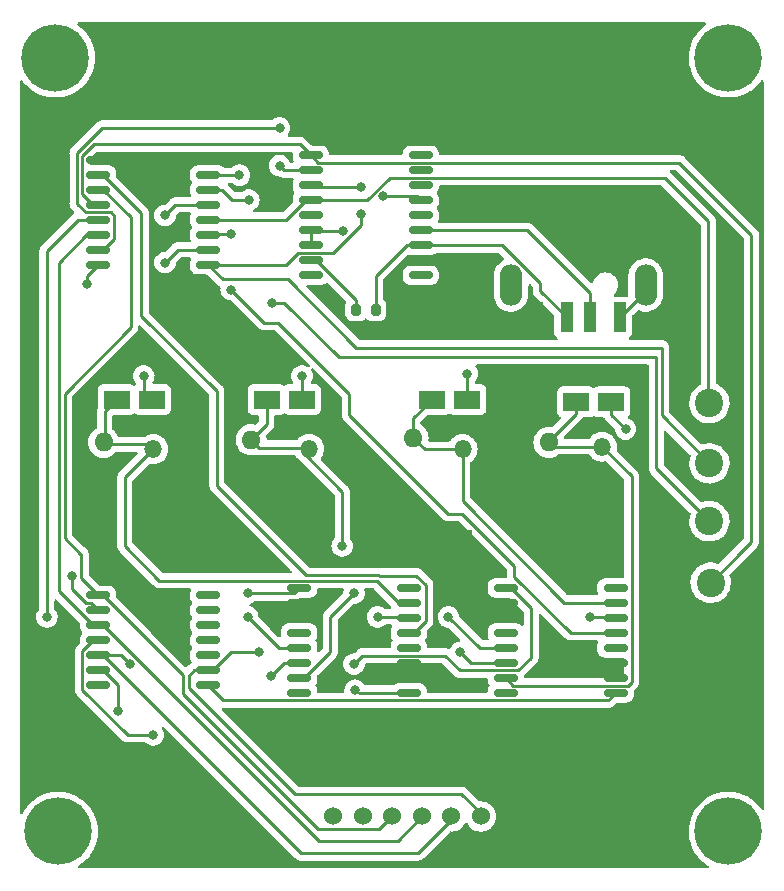
<source format=gtl>
%TF.GenerationSoftware,KiCad,Pcbnew,(6.0.6)*%
%TF.CreationDate,2022-09-06T17:14:09+09:00*%
%TF.ProjectId,mouse,6d6f7573-652e-46b6-9963-61645f706362,rev?*%
%TF.SameCoordinates,Original*%
%TF.FileFunction,Copper,L1,Top*%
%TF.FilePolarity,Positive*%
%FSLAX46Y46*%
G04 Gerber Fmt 4.6, Leading zero omitted, Abs format (unit mm)*
G04 Created by KiCad (PCBNEW (6.0.6)) date 2022-09-06 17:14:09*
%MOMM*%
%LPD*%
G01*
G04 APERTURE LIST*
G04 Aperture macros list*
%AMRoundRect*
0 Rectangle with rounded corners*
0 $1 Rounding radius*
0 $2 $3 $4 $5 $6 $7 $8 $9 X,Y pos of 4 corners*
0 Add a 4 corners polygon primitive as box body*
4,1,4,$2,$3,$4,$5,$6,$7,$8,$9,$2,$3,0*
0 Add four circle primitives for the rounded corners*
1,1,$1+$1,$2,$3*
1,1,$1+$1,$4,$5*
1,1,$1+$1,$6,$7*
1,1,$1+$1,$8,$9*
0 Add four rect primitives between the rounded corners*
20,1,$1+$1,$2,$3,$4,$5,0*
20,1,$1+$1,$4,$5,$6,$7,0*
20,1,$1+$1,$6,$7,$8,$9,0*
20,1,$1+$1,$8,$9,$2,$3,0*%
G04 Aperture macros list end*
%TA.AperFunction,ComponentPad*%
%ADD10C,1.524000*%
%TD*%
%TA.AperFunction,ComponentPad*%
%ADD11C,2.400000*%
%TD*%
%TA.AperFunction,ComponentPad*%
%ADD12R,1.500000X1.500000*%
%TD*%
%TA.AperFunction,ComponentPad*%
%ADD13O,1.500000X1.500000*%
%TD*%
%TA.AperFunction,SMDPad,CuDef*%
%ADD14RoundRect,0.150000X-0.875000X-0.150000X0.875000X-0.150000X0.875000X0.150000X-0.875000X0.150000X0*%
%TD*%
%TA.AperFunction,ComponentPad*%
%ADD15C,1.600000*%
%TD*%
%TA.AperFunction,ComponentPad*%
%ADD16O,1.600000X1.600000*%
%TD*%
%TA.AperFunction,ComponentPad*%
%ADD17C,5.700000*%
%TD*%
%TA.AperFunction,SMDPad,CuDef*%
%ADD18R,2.200000X1.600000*%
%TD*%
%TA.AperFunction,SMDPad,CuDef*%
%ADD19RoundRect,0.200000X0.200000X0.275000X-0.200000X0.275000X-0.200000X-0.275000X0.200000X-0.275000X0*%
%TD*%
%TA.AperFunction,SMDPad,CuDef*%
%ADD20R,1.100000X2.500000*%
%TD*%
%TA.AperFunction,ComponentPad*%
%ADD21O,1.900000X3.500000*%
%TD*%
%TA.AperFunction,ViaPad*%
%ADD22C,0.800000*%
%TD*%
%TA.AperFunction,Conductor*%
%ADD23C,0.250000*%
%TD*%
G04 APERTURE END LIST*
D10*
%TO.P,J1,1,Pin_1*%
%TO.N,unconnected-(J1-Pad1)*%
X127250000Y-109900000D03*
%TO.P,J1,2,Pin_2*%
%TO.N,unconnected-(J1-Pad2)*%
X129750000Y-109900000D03*
%TO.P,J1,3,Pin_3*%
%TO.N,Net-(J1-Pad3)*%
X132250000Y-109900000D03*
%TO.P,J1,4,Pin_4*%
%TO.N,Net-(U1-Pad3)*%
X134750000Y-109900000D03*
%TO.P,J1,5,Pin_5*%
%TO.N,Net-(U1-Pad5)*%
X137250000Y-109900000D03*
%TO.P,J1,6,Pin_6*%
%TO.N,Net-(U1-Pad9)*%
X139750000Y-109900000D03*
%TD*%
D11*
%TO.P,CP1,1,Pin_1*%
%TO.N,Net-(CP1-Pad1)*%
X159200000Y-90100000D03*
%TD*%
D12*
%TO.P,D4,1,K*%
%TO.N,VCC*%
X150000000Y-86215000D03*
D13*
%TO.P,D4,2,A*%
%TO.N,Net-(C4-Pad1)*%
X150000000Y-78595000D03*
%TD*%
D14*
%TO.P,U4,1,S*%
%TO.N,VCC*%
X107350000Y-54305000D03*
%TO.P,U4,2,I0a*%
%TO.N,Net-(U2-Pad13)*%
X107350000Y-55575000D03*
%TO.P,U4,3,I1a*%
%TO.N,Net-(J1-Pad3)*%
X107350000Y-56845000D03*
%TO.P,U4,4,Za*%
%TO.N,Net-(CP1-Pad1)*%
X107350000Y-58115000D03*
%TO.P,U4,5,I0b*%
%TO.N,Net-(U2-Pad5)*%
X107350000Y-59385000D03*
%TO.P,U4,6,I1b*%
%TO.N,Net-(U1-Pad3)*%
X107350000Y-60655000D03*
%TO.P,U4,7,Zb*%
%TO.N,Net-(CP2-Pad1)*%
X107350000Y-61925000D03*
%TO.P,U4,8,GND*%
%TO.N,GND*%
X107350000Y-63195000D03*
%TO.P,U4,9,Zc*%
%TO.N,Net-(Cp3-Pad1)*%
X116650000Y-63195000D03*
%TO.P,U4,10,I1c*%
%TO.N,Net-(U1-Pad5)*%
X116650000Y-61925000D03*
%TO.P,U4,11,I0c*%
%TO.N,Net-(U3-Pad13)*%
X116650000Y-60655000D03*
%TO.P,U4,12,Zd*%
%TO.N,Net-(CP4-Pad1)*%
X116650000Y-59385000D03*
%TO.P,U4,13,I1d*%
%TO.N,Net-(U1-Pad9)*%
X116650000Y-58115000D03*
%TO.P,U4,14,I0d*%
%TO.N,Net-(U3-Pad5)*%
X116650000Y-56845000D03*
%TO.P,U4,15,E*%
%TO.N,GND*%
X116650000Y-55575000D03*
%TO.P,U4,16,VCC*%
%TO.N,VCC*%
X116650000Y-54305000D03*
%TD*%
D15*
%TO.P,R3,1*%
%TO.N,VCC*%
X134000000Y-87980000D03*
D16*
%TO.P,R3,2*%
%TO.N,Net-(C3-Pad1)*%
X134000000Y-77820000D03*
%TD*%
D11*
%TO.P,Cp3,1,Pin_1*%
%TO.N,Net-(Cp3-Pad1)*%
X159100000Y-80000000D03*
%TD*%
D15*
%TO.P,R1,1*%
%TO.N,VCC*%
X107800000Y-88380000D03*
D16*
%TO.P,R1,2*%
%TO.N,Net-(C1-Pad1)*%
X107800000Y-78220000D03*
%TD*%
D17*
%TO.P,REF1,1*%
%TO.N,GND*%
X103955242Y-111165242D03*
%TD*%
D18*
%TO.P,C3,1,+*%
%TO.N,Net-(C3-Pad1)*%
X135600000Y-74600000D03*
%TO.P,C3,2,-*%
%TO.N,GND*%
X138600000Y-74600000D03*
%TD*%
D19*
%TO.P,R5,1*%
%TO.N,Net-(R5-Pad1)*%
X130825000Y-67000000D03*
%TO.P,R5,2*%
%TO.N,Net-(R5-Pad2)*%
X129175000Y-67000000D03*
%TD*%
D14*
%TO.P,U3,1,A*%
%TO.N,Net-(U1-Pad6)*%
X141850000Y-90555000D03*
%TO.P,U3,2,B*%
%TO.N,VCC*%
X141850000Y-91825000D03*
%TO.P,U3,3,Clr*%
X141850000Y-93095000D03*
%TO.P,U3,4,~{Q}*%
%TO.N,unconnected-(U3-Pad4)*%
X141850000Y-94365000D03*
%TO.P,U3,5,Q*%
%TO.N,Net-(U3-Pad5)*%
X141850000Y-95635000D03*
%TO.P,U3,6,Cext*%
%TO.N,GND*%
X141850000Y-96905000D03*
%TO.P,U3,7,RCext*%
%TO.N,Net-(C4-Pad1)*%
X141850000Y-98175000D03*
%TO.P,U3,8*%
%TO.N,N/C*%
X141850000Y-99445000D03*
%TO.P,U3,9,A*%
%TO.N,Net-(U1-Pad8)*%
X151150000Y-99445000D03*
%TO.P,U3,10,B*%
%TO.N,VCC*%
X151150000Y-98175000D03*
%TO.P,U3,11,Clr*%
X151150000Y-96905000D03*
%TO.P,U3,12,~{Q}*%
%TO.N,unconnected-(U3-Pad12)*%
X151150000Y-95635000D03*
%TO.P,U3,13,Q*%
%TO.N,Net-(U3-Pad13)*%
X151150000Y-94365000D03*
%TO.P,U3,14,Cext*%
%TO.N,GND*%
X151150000Y-93095000D03*
%TO.P,U3,15,RCext*%
%TO.N,Net-(C3-Pad1)*%
X151150000Y-91825000D03*
%TO.P,U3,16*%
%TO.N,N/C*%
X151150000Y-90555000D03*
%TD*%
D18*
%TO.P,C2,1,+*%
%TO.N,Net-(C2-Pad1)*%
X121600000Y-74600000D03*
%TO.P,C2,2,-*%
%TO.N,GND*%
X124600000Y-74600000D03*
%TD*%
D14*
%TO.P,U2,1,A*%
%TO.N,Net-(U1-Pad2)*%
X124350000Y-90555000D03*
%TO.P,U2,2,B*%
%TO.N,VCC*%
X124350000Y-91825000D03*
%TO.P,U2,3,Clr*%
X124350000Y-93095000D03*
%TO.P,U2,4,~{Q}*%
%TO.N,unconnected-(U2-Pad4)*%
X124350000Y-94365000D03*
%TO.P,U2,5,Q*%
%TO.N,Net-(U2-Pad5)*%
X124350000Y-95635000D03*
%TO.P,U2,6,Cext*%
%TO.N,GND*%
X124350000Y-96905000D03*
%TO.P,U2,7,RCext*%
%TO.N,Net-(C2-Pad1)*%
X124350000Y-98175000D03*
%TO.P,U2,8*%
%TO.N,N/C*%
X124350000Y-99445000D03*
%TO.P,U2,9,A*%
%TO.N,Net-(U1-Pad4)*%
X133650000Y-99445000D03*
%TO.P,U2,10,B*%
%TO.N,VCC*%
X133650000Y-98175000D03*
%TO.P,U2,11,Clr*%
X133650000Y-96905000D03*
%TO.P,U2,12,~{Q}*%
%TO.N,unconnected-(U2-Pad12)*%
X133650000Y-95635000D03*
%TO.P,U2,13,Q*%
%TO.N,Net-(U2-Pad13)*%
X133650000Y-94365000D03*
%TO.P,U2,14,Cext*%
%TO.N,GND*%
X133650000Y-93095000D03*
%TO.P,U2,15,RCext*%
%TO.N,Net-(C1-Pad1)*%
X133650000Y-91825000D03*
%TO.P,U2,16*%
%TO.N,N/C*%
X133650000Y-90555000D03*
%TD*%
D15*
%TO.P,R2,1*%
%TO.N,VCC*%
X120300000Y-88165000D03*
D16*
%TO.P,R2,2*%
%TO.N,Net-(C2-Pad1)*%
X120300000Y-78005000D03*
%TD*%
D12*
%TO.P,D3,1,K*%
%TO.N,VCC*%
X138200000Y-86415000D03*
D13*
%TO.P,D3,2,A*%
%TO.N,Net-(C3-Pad1)*%
X138200000Y-78795000D03*
%TD*%
D15*
%TO.P,R4,1*%
%TO.N,VCC*%
X145500000Y-88380000D03*
D16*
%TO.P,R4,2*%
%TO.N,Net-(C4-Pad1)*%
X145500000Y-78220000D03*
%TD*%
D11*
%TO.P,CP2,1,Pin_1*%
%TO.N,Net-(CP2-Pad1)*%
X159100000Y-84900000D03*
%TD*%
D17*
%TO.P,REF2,1*%
%TO.N,GND*%
X103705242Y-45665242D03*
%TD*%
%TO.P,REF3,1*%
%TO.N,GND*%
X160705242Y-111165242D03*
%TD*%
D11*
%TO.P,CP4,1,Pin_1*%
%TO.N,Net-(CP4-Pad1)*%
X159100000Y-74900000D03*
%TD*%
D20*
%TO.P,USB-A1,1,VBUS*%
%TO.N,VCC*%
X144500000Y-67650000D03*
%TO.P,USB-A1,2,D-*%
%TO.N,Net-(R5-Pad1)*%
X147000000Y-67650000D03*
%TO.P,USB-A1,3,D+*%
%TO.N,Net-(U5-Pad13)*%
X149000000Y-67650000D03*
%TO.P,USB-A1,4,GND*%
%TO.N,GND*%
X151500000Y-67650000D03*
D21*
%TO.P,USB-A1,5,Shield*%
X153700000Y-64900000D03*
X142300000Y-64900000D03*
%TD*%
D18*
%TO.P,C1,1,+*%
%TO.N,Net-(C1-Pad1)*%
X108900000Y-74600000D03*
%TO.P,C1,2,-*%
%TO.N,GND*%
X111900000Y-74600000D03*
%TD*%
D14*
%TO.P,U5,1,P0.0*%
%TO.N,Net-(CP1-Pad1)*%
X125350000Y-53920000D03*
%TO.P,U5,2,P0.1*%
%TO.N,Net-(CP2-Pad1)*%
X125350000Y-55190000D03*
%TO.P,U5,3,P0.2*%
%TO.N,Net-(Cp3-Pad1)*%
X125350000Y-56460000D03*
%TO.P,U5,4,P0.3*%
%TO.N,Net-(CP4-Pad1)*%
X125350000Y-57730000D03*
%TO.P,U5,5,P0.5*%
%TO.N,unconnected-(U5-Pad5)*%
X125350000Y-59000000D03*
%TO.P,U5,6,GND*%
%TO.N,GND*%
X125350000Y-60270000D03*
%TO.P,U5,7,Vpp*%
X125350000Y-61540000D03*
%TO.P,U5,8,VRG*%
%TO.N,Net-(R5-Pad2)*%
X125350000Y-62810000D03*
%TO.P,U5,9,XTALIN*%
%TO.N,unconnected-(U5-Pad9)*%
X125350000Y-64080000D03*
%TO.P,U5,10,XTALOUT*%
%TO.N,unconnected-(U5-Pad10)*%
X134650000Y-64080000D03*
%TO.P,U5,11,VCC*%
%TO.N,VCC*%
X134650000Y-62810000D03*
%TO.P,U5,12,D-*%
%TO.N,Net-(R5-Pad1)*%
X134650000Y-61540000D03*
%TO.P,U5,13,D+*%
%TO.N,Net-(U5-Pad13)*%
X134650000Y-60270000D03*
%TO.P,U5,14,P1.1*%
%TO.N,unconnected-(U5-Pad14)*%
X134650000Y-59000000D03*
%TO.P,U5,15,P0.7*%
%TO.N,GND*%
X134650000Y-57730000D03*
%TO.P,U5,16,P0.6*%
%TO.N,unconnected-(U5-Pad16)*%
X134650000Y-56460000D03*
%TO.P,U5,17,P0.5*%
%TO.N,unconnected-(U5-Pad17)*%
X134650000Y-55190000D03*
%TO.P,U5,18,P0.4*%
%TO.N,unconnected-(U5-Pad18)*%
X134650000Y-53920000D03*
%TD*%
D12*
%TO.P,D2,1,K*%
%TO.N,VCC*%
X125200000Y-86400000D03*
D13*
%TO.P,D2,2,A*%
%TO.N,Net-(C2-Pad1)*%
X125200000Y-78780000D03*
%TD*%
D17*
%TO.P,REF4,1*%
%TO.N,GND*%
X160705242Y-45665242D03*
%TD*%
D14*
%TO.P,U1,1*%
%TO.N,Net-(J1-Pad3)*%
X107350000Y-91190000D03*
%TO.P,U1,2*%
%TO.N,Net-(U1-Pad2)*%
X107350000Y-92460000D03*
%TO.P,U1,3*%
%TO.N,Net-(U1-Pad3)*%
X107350000Y-93730000D03*
%TO.P,U1,4*%
%TO.N,Net-(U1-Pad4)*%
X107350000Y-95000000D03*
%TO.P,U1,5*%
%TO.N,Net-(U1-Pad5)*%
X107350000Y-96270000D03*
%TO.P,U1,6*%
%TO.N,Net-(U1-Pad6)*%
X107350000Y-97540000D03*
%TO.P,U1,7*%
%TO.N,N/C*%
X107350000Y-98810000D03*
%TO.P,U1,8*%
%TO.N,Net-(U1-Pad8)*%
X116650000Y-98810000D03*
%TO.P,U1,9*%
%TO.N,Net-(U1-Pad9)*%
X116650000Y-97540000D03*
%TO.P,U1,10*%
%TO.N,N/C*%
X116650000Y-96270000D03*
%TO.P,U1,11*%
X116650000Y-95000000D03*
%TO.P,U1,12*%
X116650000Y-93730000D03*
%TO.P,U1,13*%
X116650000Y-92460000D03*
%TO.P,U1,14*%
X116650000Y-91190000D03*
%TD*%
D18*
%TO.P,C4,1,+*%
%TO.N,Net-(C4-Pad1)*%
X147800000Y-74800000D03*
%TO.P,C4,2,-*%
%TO.N,GND*%
X150800000Y-74800000D03*
%TD*%
D12*
%TO.P,D1,1,K*%
%TO.N,VCC*%
X112000000Y-86415000D03*
D13*
%TO.P,D1,2,A*%
%TO.N,Net-(C1-Pad1)*%
X112000000Y-78795000D03*
%TD*%
D22*
%TO.N,VCC*%
X138200000Y-66400000D03*
X127000000Y-91000000D03*
X156000000Y-96000000D03*
X131000000Y-95000000D03*
X143700000Y-72600000D03*
X101600000Y-83300000D03*
X147000000Y-96000000D03*
X115200000Y-83200000D03*
X139200000Y-92700000D03*
%TO.N,Net-(C2-Pad1)*%
X128000000Y-87000000D03*
X129000000Y-91000000D03*
%TO.N,GND*%
X124600000Y-72600000D03*
X138000000Y-96000000D03*
X122000000Y-98000000D03*
X149000000Y-93000000D03*
X131500000Y-57400000D03*
X152000000Y-77100000D03*
X131000000Y-93000000D03*
X106400000Y-64800000D03*
X138600000Y-72400000D03*
X111200000Y-72600000D03*
X128100000Y-60300000D03*
X119300000Y-55600000D03*
%TO.N,Net-(U1-Pad4)*%
X129100000Y-99200000D03*
X112000000Y-103000000D03*
%TO.N,Net-(U1-Pad6)*%
X129000000Y-97000000D03*
X109000000Y-101000000D03*
%TO.N,Net-(U1-Pad5)*%
X110000000Y-97000000D03*
X113000000Y-63000000D03*
%TO.N,Net-(U1-Pad9)*%
X113000000Y-59000000D03*
X121000000Y-96000000D03*
%TO.N,Net-(U1-Pad2)*%
X120000000Y-91000000D03*
X105100000Y-89500000D03*
%TO.N,Net-(U2-Pad5)*%
X103000000Y-93000000D03*
X120000000Y-93000000D03*
%TO.N,Net-(U3-Pad5)*%
X120100000Y-57700000D03*
X137000000Y-93000000D03*
%TO.N,Net-(U3-Pad13)*%
X118623575Y-60623577D03*
X118600000Y-65300000D03*
%TO.N,Net-(CP2-Pad1)*%
X122700000Y-51600000D03*
X122100000Y-66400000D03*
X122700000Y-54800000D03*
%TO.N,Net-(Cp3-Pad1)*%
X129600000Y-56600000D03*
X129600000Y-58900000D03*
%TD*%
D23*
%TO.N,Net-(U1-Pad3)*%
X126000000Y-111953249D02*
X132696751Y-111953249D01*
X107776751Y-93730000D02*
X126000000Y-111953249D01*
X107350000Y-93730000D02*
X107776751Y-93730000D01*
X132696751Y-111953249D02*
X134750000Y-109900000D01*
%TO.N,Net-(U1-Pad9)*%
X124000000Y-108000000D02*
X129100000Y-108000000D01*
%TO.N,Net-(J1-Pad3)*%
X125987000Y-110987000D02*
X131163000Y-110987000D01*
X114550000Y-97963249D02*
X114550000Y-99550000D01*
X107776751Y-91190000D02*
X114550000Y-97963249D01*
X114550000Y-99550000D02*
X125987000Y-110987000D01*
X107350000Y-91190000D02*
X107776751Y-91190000D01*
X131163000Y-110987000D02*
X132250000Y-109900000D01*
%TO.N,Net-(U1-Pad5)*%
X124506751Y-113000000D02*
X134415242Y-113000000D01*
X134415242Y-113000000D02*
X137300000Y-110115242D01*
X107350000Y-96270000D02*
X107776751Y-96270000D01*
X107776751Y-96270000D02*
X124506751Y-113000000D01*
%TO.N,Net-(C2-Pad1)*%
X120300000Y-78005000D02*
X121600000Y-76705000D01*
X124776751Y-98175000D02*
X127000000Y-95951751D01*
X128000000Y-82395000D02*
X124900000Y-79295000D01*
X128000000Y-87000000D02*
X128000000Y-82395000D01*
X127000000Y-93000000D02*
X129000000Y-91000000D01*
X127000000Y-95951751D02*
X127000000Y-93000000D01*
X120995000Y-78700000D02*
X120300000Y-78005000D01*
X125120000Y-78700000D02*
X120995000Y-78700000D01*
X121600000Y-76705000D02*
X121600000Y-74600000D01*
X125200000Y-78780000D02*
X125120000Y-78700000D01*
X124350000Y-98175000D02*
X124776751Y-98175000D01*
%TO.N,Net-(C3-Pad1)*%
X134000000Y-77820000D02*
X134000000Y-76200000D01*
X138200000Y-78795000D02*
X134975000Y-78795000D01*
X134975000Y-78795000D02*
X134000000Y-77820000D01*
X146825000Y-91825000D02*
X151150000Y-91825000D01*
X134000000Y-76200000D02*
X135600000Y-74600000D01*
X138200000Y-83200000D02*
X146825000Y-91825000D01*
X138200000Y-78795000D02*
X138200000Y-83200000D01*
%TO.N,Net-(C4-Pad1)*%
X152500000Y-81095000D02*
X152500000Y-98521751D01*
X145500000Y-78220000D02*
X145500000Y-78100000D01*
X150000000Y-78595000D02*
X145875000Y-78595000D01*
X142495000Y-98820000D02*
X141850000Y-98175000D01*
X147800000Y-75800000D02*
X147800000Y-74800000D01*
X145875000Y-78595000D02*
X145500000Y-78220000D01*
X152500000Y-98521751D02*
X152201751Y-98820000D01*
X145500000Y-78100000D02*
X147800000Y-75800000D01*
X150000000Y-78595000D02*
X152500000Y-81095000D01*
X152201751Y-98820000D02*
X142495000Y-98820000D01*
%TO.N,Net-(C1-Pad1)*%
X109600000Y-86700000D02*
X109600000Y-81195000D01*
X109600000Y-87000000D02*
X109600000Y-86500000D01*
X109600000Y-81195000D02*
X112000000Y-78795000D01*
X133650000Y-91825000D02*
X132825000Y-91825000D01*
X107900000Y-78400000D02*
X111605000Y-78400000D01*
X108900000Y-74600000D02*
X107900000Y-75600000D01*
X130930000Y-89930000D02*
X112530000Y-89930000D01*
X132825000Y-91825000D02*
X130930000Y-89930000D01*
X111605000Y-78400000D02*
X112000000Y-78795000D01*
X112530000Y-89930000D02*
X109600000Y-87000000D01*
X107900000Y-75600000D02*
X107900000Y-78400000D01*
%TO.N,GND*%
X149000000Y-93000000D02*
X151055000Y-93000000D01*
X138000000Y-96000000D02*
X138905000Y-96905000D01*
X133555000Y-93000000D02*
X133650000Y-93095000D01*
X151500000Y-67650000D02*
X153700000Y-65450000D01*
X111200000Y-72600000D02*
X111200000Y-74100000D01*
X131000000Y-93000000D02*
X133555000Y-93000000D01*
X150800000Y-75900000D02*
X152000000Y-77100000D01*
X151055000Y-93000000D02*
X151150000Y-93095000D01*
X153700000Y-65450000D02*
X153700000Y-64900000D01*
X119300000Y-55600000D02*
X116675000Y-55600000D01*
X128100000Y-60300000D02*
X125380000Y-60300000D01*
X106400000Y-64145000D02*
X107350000Y-63195000D01*
X106400000Y-64800000D02*
X106400000Y-64145000D01*
X125380000Y-60300000D02*
X125350000Y-60270000D01*
X125350000Y-60270000D02*
X125350000Y-61540000D01*
X138800000Y-74800000D02*
X138600000Y-74600000D01*
X138905000Y-96905000D02*
X141850000Y-96905000D01*
X131500000Y-57400000D02*
X134320000Y-57400000D01*
X124600000Y-72600000D02*
X124600000Y-74600000D01*
X122000000Y-98000000D02*
X123095000Y-96905000D01*
X150800000Y-74800000D02*
X150800000Y-75900000D01*
X134320000Y-57400000D02*
X134650000Y-57730000D01*
X123095000Y-96905000D02*
X124350000Y-96905000D01*
X138600000Y-74900000D02*
X138600000Y-72400000D01*
X116675000Y-55600000D02*
X116650000Y-55575000D01*
%TO.N,Net-(U1-Pad4)*%
X106000000Y-99156751D02*
X109843249Y-103000000D01*
X133650000Y-99445000D02*
X129445000Y-99445000D01*
X107350000Y-95000000D02*
X106923249Y-95000000D01*
X106000000Y-95923249D02*
X106000000Y-99156751D01*
X106923249Y-95000000D02*
X106000000Y-95923249D01*
X109843249Y-103000000D02*
X112000000Y-103000000D01*
%TO.N,Net-(U1-Pad6)*%
X107350000Y-97540000D02*
X107776751Y-97540000D01*
X137944695Y-97530000D02*
X142921751Y-97530000D01*
X136694695Y-96280000D02*
X137944695Y-97530000D01*
X129720000Y-96280000D02*
X136694695Y-96280000D01*
X109000000Y-98763249D02*
X109000000Y-101000000D01*
X144000000Y-92278249D02*
X142276751Y-90555000D01*
X129000000Y-97000000D02*
X129720000Y-96280000D01*
X107776751Y-97540000D02*
X109000000Y-98763249D01*
X142276751Y-90555000D02*
X141850000Y-90555000D01*
X144000000Y-96451751D02*
X144000000Y-92278249D01*
X142921751Y-97530000D02*
X144000000Y-96451751D01*
%TO.N,Net-(U1-Pad8)*%
X116650000Y-98810000D02*
X117910000Y-100070000D01*
X117910000Y-100070000D02*
X150525000Y-100070000D01*
X150525000Y-100070000D02*
X151150000Y-99445000D01*
%TO.N,Net-(J1-Pad3)*%
X110100000Y-61725305D02*
X110100000Y-68500000D01*
X110100000Y-59168249D02*
X110100000Y-61074695D01*
X107776751Y-56845000D02*
X110100000Y-59168249D01*
X110125000Y-61099695D02*
X110125000Y-61700305D01*
X105900000Y-89740000D02*
X107350000Y-91190000D01*
X110125000Y-61700305D02*
X110100000Y-61725305D01*
X110100000Y-61074695D02*
X110125000Y-61099695D01*
X107350000Y-56845000D02*
X107776751Y-56845000D01*
X105900000Y-87653833D02*
X105900000Y-89740000D01*
X104500000Y-74200000D02*
X104500000Y-86353833D01*
X104500000Y-74100000D02*
X104500000Y-74300000D01*
X104500000Y-86353833D02*
X105900000Y-87753833D01*
X110100000Y-68500000D02*
X104500000Y-74100000D01*
%TO.N,Net-(U1-Pad3)*%
X104000000Y-90806751D02*
X104000000Y-63000000D01*
X106923249Y-93730000D02*
X104000000Y-90806751D01*
X107350000Y-93730000D02*
X106923249Y-93730000D01*
X104000000Y-63000000D02*
X106345000Y-60655000D01*
X106345000Y-60655000D02*
X107350000Y-60655000D01*
%TO.N,Net-(U1-Pad5)*%
X107350000Y-96270000D02*
X109270000Y-96270000D01*
X113000000Y-63000000D02*
X114075000Y-61925000D01*
X109270000Y-96270000D02*
X110000000Y-97000000D01*
X114075000Y-61925000D02*
X116650000Y-61925000D01*
%TO.N,Net-(U1-Pad9)*%
X117076751Y-97540000D02*
X118616751Y-96000000D01*
X115460000Y-97540000D02*
X115000000Y-98000000D01*
X115000000Y-98000000D02*
X115000000Y-99000000D01*
X118616751Y-96000000D02*
X121000000Y-96000000D01*
X113885000Y-58115000D02*
X116650000Y-58115000D01*
X116650000Y-97540000D02*
X115460000Y-97540000D01*
X115000000Y-99000000D02*
X124000000Y-108000000D01*
X113000000Y-59000000D02*
X113885000Y-58115000D01*
X116650000Y-97540000D02*
X117076751Y-97540000D01*
X138094758Y-108000000D02*
X139800000Y-109705242D01*
X129094758Y-108000000D02*
X138094758Y-108000000D01*
%TO.N,Net-(U1-Pad2)*%
X106278249Y-91815000D02*
X105100000Y-90636751D01*
X120000000Y-91000000D02*
X123905000Y-91000000D01*
X107350000Y-92460000D02*
X106705000Y-91815000D01*
X106705000Y-91815000D02*
X106278249Y-91815000D01*
X105100000Y-90636751D02*
X105100000Y-89500000D01*
X123905000Y-91000000D02*
X124350000Y-90555000D01*
%TO.N,Net-(U2-Pad5)*%
X124350000Y-95635000D02*
X122635000Y-95635000D01*
X105615000Y-59385000D02*
X107350000Y-59385000D01*
X122635000Y-95635000D02*
X120000000Y-93000000D01*
X103000000Y-62000000D02*
X105615000Y-59385000D01*
X103000000Y-93000000D02*
X103000000Y-62000000D01*
%TO.N,Net-(U2-Pad13)*%
X117400000Y-73900000D02*
X117400000Y-81900000D01*
X135095000Y-90303249D02*
X135095000Y-93346751D01*
X117400000Y-81900000D02*
X124980000Y-89480000D01*
X107776751Y-55575000D02*
X111000000Y-58798249D01*
X111000000Y-58798249D02*
X111000000Y-67500000D01*
X131136396Y-89500000D02*
X134291751Y-89500000D01*
X107350000Y-55575000D02*
X107776751Y-55575000D01*
X134291751Y-89500000D02*
X135095000Y-90303249D01*
X135095000Y-93346751D02*
X134076751Y-94365000D01*
X134076751Y-94365000D02*
X133650000Y-94365000D01*
X131116396Y-89480000D02*
X131136396Y-89500000D01*
X111000000Y-67500000D02*
X117400000Y-73900000D01*
X124980000Y-89480000D02*
X131116396Y-89480000D01*
%TO.N,Net-(U3-Pad5)*%
X120100000Y-57700000D02*
X118700000Y-57700000D01*
X139635000Y-95635000D02*
X141850000Y-95635000D01*
X117845000Y-56845000D02*
X116650000Y-56845000D01*
X137000000Y-93000000D02*
X139635000Y-95635000D01*
X118700000Y-57700000D02*
X117845000Y-56845000D01*
%TO.N,Net-(U3-Pad13)*%
X142591751Y-88691751D02*
X138150000Y-84250000D01*
X128600000Y-75900000D02*
X128600000Y-74100000D01*
X128600000Y-74100000D02*
X122599695Y-68099695D01*
X138150000Y-84250000D02*
X136950000Y-84250000D01*
X118623575Y-60623577D02*
X116681423Y-60623577D01*
X116681423Y-60623577D02*
X116650000Y-60655000D01*
X147356751Y-94365000D02*
X142591751Y-89600000D01*
X121399695Y-68099695D02*
X118600000Y-65300000D01*
X122599695Y-68099695D02*
X121399695Y-68099695D01*
X142591751Y-89600000D02*
X142591751Y-88691751D01*
X136950000Y-84250000D02*
X128600000Y-75900000D01*
X151150000Y-94365000D02*
X147356751Y-94365000D01*
%TO.N,Net-(CP1-Pad1)*%
X106000000Y-53958249D02*
X106958249Y-53000000D01*
X106958249Y-53000000D02*
X124430000Y-53000000D01*
X161750000Y-87550000D02*
X159200000Y-90100000D01*
X156545000Y-54545000D02*
X162650000Y-60650000D01*
X106000000Y-57191751D02*
X106000000Y-53958249D01*
X124430000Y-53000000D02*
X125350000Y-53920000D01*
X162650000Y-60650000D02*
X162650000Y-86650000D01*
X125975000Y-54545000D02*
X156545000Y-54545000D01*
X106923249Y-58115000D02*
X106000000Y-57191751D01*
X162650000Y-86650000D02*
X161800000Y-87500000D01*
X125350000Y-53920000D02*
X125975000Y-54545000D01*
X107350000Y-58115000D02*
X106923249Y-58115000D01*
%TO.N,Net-(CP2-Pad1)*%
X108700000Y-59038249D02*
X108700000Y-61001751D01*
X107700000Y-51600000D02*
X105550000Y-53750000D01*
X154600000Y-71000000D02*
X154600000Y-80400000D01*
X108700000Y-61001751D02*
X107776751Y-61925000D01*
X105550000Y-58011751D02*
X106278249Y-58740000D01*
X105550000Y-53750000D02*
X105550000Y-58011751D01*
X122100000Y-66400000D02*
X123100000Y-66400000D01*
X154600000Y-80400000D02*
X159100000Y-84900000D01*
X122700000Y-54800000D02*
X123090000Y-55190000D01*
X108401751Y-58740000D02*
X108700000Y-59038249D01*
X122600000Y-51600000D02*
X107700000Y-51600000D01*
X123100000Y-66400000D02*
X127700000Y-71000000D01*
X106278249Y-58740000D02*
X108401751Y-58740000D01*
X123090000Y-55190000D02*
X125350000Y-55190000D01*
X127700000Y-71000000D02*
X154600000Y-71000000D01*
X107776751Y-61925000D02*
X107350000Y-61925000D01*
%TO.N,Net-(Cp3-Pad1)*%
X123426751Y-64426751D02*
X117881751Y-64426751D01*
X117881751Y-64426751D02*
X116650000Y-63195000D01*
X129600000Y-56600000D02*
X125490000Y-56600000D01*
X116650000Y-63195000D02*
X123248249Y-63195000D01*
X129600000Y-59825305D02*
X129600000Y-58900000D01*
X127240305Y-62185000D02*
X129600000Y-59825305D01*
X129200000Y-70200000D02*
X123426751Y-64426751D01*
X123248249Y-63195000D02*
X124258249Y-62185000D01*
X125490000Y-56600000D02*
X125350000Y-56460000D01*
X159100000Y-80000000D02*
X155050000Y-75950000D01*
X155050000Y-70200000D02*
X129200000Y-70200000D01*
X124258249Y-62185000D02*
X127240305Y-62185000D01*
X155050000Y-75950000D02*
X155050000Y-70200000D01*
%TO.N,Net-(CP4-Pad1)*%
X155335000Y-55835000D02*
X132039695Y-55835000D01*
X132039695Y-55835000D02*
X130144695Y-57730000D01*
X124923249Y-57730000D02*
X125350000Y-57730000D01*
X130144695Y-57730000D02*
X125350000Y-57730000D01*
X123268249Y-59385000D02*
X124923249Y-57730000D01*
X159000000Y-59500000D02*
X155335000Y-55835000D01*
X116650000Y-59385000D02*
X123268249Y-59385000D01*
X159100000Y-74900000D02*
X159000000Y-74800000D01*
X159000000Y-74800000D02*
X159000000Y-59500000D01*
%TO.N,Net-(R5-Pad1)*%
X134650000Y-61540000D02*
X141543122Y-61540000D01*
X144774999Y-65424999D02*
X147000000Y-67650000D01*
X133460000Y-61540000D02*
X134650000Y-61540000D01*
X130825000Y-67000000D02*
X130825000Y-64175000D01*
X141543122Y-61540000D02*
X144774999Y-64771877D01*
X144774999Y-64771877D02*
X144774999Y-65424999D01*
X130825000Y-64175000D02*
X133460000Y-61540000D01*
%TO.N,Net-(U5-Pad13)*%
X134650000Y-60270000D02*
X143686297Y-60270000D01*
X143686297Y-60270000D02*
X149000000Y-65583703D01*
X149000000Y-65583703D02*
X149000000Y-67650000D01*
%TO.N,Net-(R5-Pad2)*%
X129175000Y-66208249D02*
X125776751Y-62810000D01*
X129175000Y-67000000D02*
X129175000Y-66208249D01*
X125776751Y-62810000D02*
X125350000Y-62810000D01*
%TD*%
%TA.AperFunction,Conductor*%
%TO.N,VCC*%
G36*
X158785600Y-42693744D02*
G01*
X158832093Y-42747400D01*
X158842197Y-42817674D01*
X158812703Y-42882254D01*
X158793483Y-42900238D01*
X158534288Y-43096265D01*
X158269538Y-43345753D01*
X158033282Y-43622374D01*
X157828282Y-43922893D01*
X157656936Y-44243794D01*
X157655661Y-44246966D01*
X157655659Y-44246970D01*
X157653868Y-44251427D01*
X157521251Y-44581323D01*
X157422811Y-44931532D01*
X157362770Y-45290324D01*
X157341829Y-45653501D01*
X157360234Y-46016816D01*
X157360771Y-46020171D01*
X157360772Y-46020177D01*
X157400453Y-46267912D01*
X157417769Y-46376019D01*
X157513761Y-46726906D01*
X157647087Y-47065375D01*
X157648670Y-47068390D01*
X157814604Y-47384448D01*
X157814609Y-47384456D01*
X157816188Y-47387464D01*
X157818082Y-47390282D01*
X157818087Y-47390291D01*
X157964286Y-47607857D01*
X158019085Y-47689407D01*
X158253405Y-47967670D01*
X158280141Y-47993219D01*
X158513944Y-48216647D01*
X158513951Y-48216653D01*
X158516407Y-48219000D01*
X158805013Y-48440456D01*
X158807931Y-48442230D01*
X159112934Y-48627675D01*
X159112939Y-48627678D01*
X159115849Y-48629447D01*
X159118937Y-48630893D01*
X159118936Y-48630893D01*
X159442194Y-48782319D01*
X159442204Y-48782323D01*
X159445278Y-48783763D01*
X159448496Y-48784865D01*
X159448499Y-48784866D01*
X159786223Y-48900495D01*
X159786231Y-48900497D01*
X159789446Y-48901598D01*
X160144326Y-48981574D01*
X160197365Y-48987617D01*
X160502386Y-49022370D01*
X160502394Y-49022370D01*
X160505769Y-49022755D01*
X160509173Y-49022773D01*
X160509176Y-49022773D01*
X160707300Y-49023810D01*
X160869545Y-49024660D01*
X160872931Y-49024310D01*
X160872933Y-49024310D01*
X161228007Y-48987617D01*
X161228016Y-48987616D01*
X161231399Y-48987266D01*
X161234732Y-48986552D01*
X161234735Y-48986551D01*
X161345137Y-48962883D01*
X161587098Y-48911010D01*
X161932481Y-48796786D01*
X161935565Y-48795380D01*
X161935574Y-48795377D01*
X162260413Y-48647338D01*
X162263507Y-48645928D01*
X162307518Y-48619796D01*
X162573370Y-48461946D01*
X162573374Y-48461943D01*
X162576305Y-48460203D01*
X162867215Y-48241781D01*
X163132834Y-47993219D01*
X163370055Y-47717424D01*
X163445359Y-47607856D01*
X163500426Y-47563046D01*
X163570979Y-47555121D01*
X163634617Y-47586597D01*
X163671134Y-47647482D01*
X163675198Y-47679136D01*
X163693209Y-73430923D01*
X163718178Y-109129116D01*
X163718237Y-109213978D01*
X163698283Y-109282113D01*
X163644659Y-109328643D01*
X163574393Y-109338796D01*
X163509791Y-109309348D01*
X163487901Y-109284706D01*
X163386227Y-109134534D01*
X163384317Y-109131713D01*
X163149027Y-108854269D01*
X162885150Y-108603859D01*
X162595772Y-108383412D01*
X162592860Y-108381655D01*
X162592855Y-108381652D01*
X162287193Y-108197265D01*
X162287187Y-108197262D01*
X162284278Y-108195507D01*
X161954313Y-108042342D01*
X161609736Y-107925709D01*
X161600476Y-107923656D01*
X161525727Y-107907085D01*
X161254578Y-107846973D01*
X161125459Y-107832718D01*
X160896375Y-107807426D01*
X160896370Y-107807426D01*
X160892994Y-107807053D01*
X160889595Y-107807047D01*
X160889594Y-107807047D01*
X160718004Y-107806748D01*
X160529214Y-107806418D01*
X160394073Y-107820860D01*
X160170876Y-107844713D01*
X160170870Y-107844714D01*
X160167492Y-107845075D01*
X159812062Y-107922572D01*
X159467080Y-108038001D01*
X159136582Y-108190013D01*
X158824434Y-108376830D01*
X158534288Y-108596265D01*
X158269538Y-108845753D01*
X158033282Y-109122374D01*
X157828282Y-109422893D01*
X157803602Y-109469114D01*
X157688855Y-109684016D01*
X157656936Y-109743794D01*
X157655661Y-109746966D01*
X157655659Y-109746970D01*
X157592960Y-109902941D01*
X157521251Y-110081323D01*
X157520332Y-110084591D01*
X157520330Y-110084598D01*
X157423732Y-110428254D01*
X157422811Y-110431532D01*
X157362770Y-110790324D01*
X157341829Y-111153501D01*
X157360234Y-111516816D01*
X157360771Y-111520171D01*
X157360772Y-111520177D01*
X157400453Y-111767912D01*
X157417769Y-111876019D01*
X157513761Y-112226906D01*
X157647087Y-112565375D01*
X157648670Y-112568390D01*
X157814604Y-112884448D01*
X157814609Y-112884456D01*
X157816188Y-112887464D01*
X157818082Y-112890282D01*
X157818087Y-112890291D01*
X157889428Y-112996457D01*
X158019085Y-113189407D01*
X158253405Y-113467670D01*
X158314808Y-113526348D01*
X158513944Y-113716647D01*
X158513951Y-113716653D01*
X158516407Y-113719000D01*
X158805013Y-113940456D01*
X158994198Y-114055482D01*
X159042013Y-114107963D01*
X159053864Y-114177964D01*
X159025989Y-114243259D01*
X158967238Y-114283118D01*
X158928739Y-114289144D01*
X105731309Y-114289144D01*
X105663188Y-114269142D01*
X105616695Y-114215486D01*
X105606591Y-114145212D01*
X105636085Y-114080632D01*
X105666981Y-114054802D01*
X105823370Y-113961946D01*
X105823374Y-113961943D01*
X105826305Y-113960203D01*
X106117215Y-113741781D01*
X106353780Y-113520407D01*
X106380342Y-113495551D01*
X106382834Y-113493219D01*
X106620055Y-113217424D01*
X106771922Y-112996457D01*
X106824173Y-112920432D01*
X106824178Y-112920424D01*
X106826103Y-112917623D01*
X106827715Y-112914629D01*
X106827720Y-112914621D01*
X106970355Y-112649717D01*
X106998567Y-112597322D01*
X107135430Y-112260269D01*
X107235092Y-111910406D01*
X107296385Y-111551825D01*
X107298527Y-111516816D01*
X107318483Y-111190520D01*
X107318593Y-111188723D01*
X107318675Y-111165242D01*
X107299002Y-110801993D01*
X107240214Y-110442994D01*
X107142998Y-110092444D01*
X107138573Y-110081323D01*
X107009750Y-109757607D01*
X107008491Y-109754443D01*
X106956488Y-109656227D01*
X106839866Y-109435965D01*
X106839862Y-109435958D01*
X106838267Y-109432946D01*
X106836360Y-109430130D01*
X106836355Y-109430121D01*
X106636227Y-109134534D01*
X106634317Y-109131713D01*
X106399027Y-108854269D01*
X106135150Y-108603859D01*
X105845772Y-108383412D01*
X105842860Y-108381655D01*
X105842855Y-108381652D01*
X105537193Y-108197265D01*
X105537187Y-108197262D01*
X105534278Y-108195507D01*
X105204313Y-108042342D01*
X104859736Y-107925709D01*
X104850476Y-107923656D01*
X104775727Y-107907085D01*
X104504578Y-107846973D01*
X104375459Y-107832718D01*
X104146375Y-107807426D01*
X104146370Y-107807426D01*
X104142994Y-107807053D01*
X104139595Y-107807047D01*
X104139594Y-107807047D01*
X103968004Y-107806748D01*
X103779214Y-107806418D01*
X103644073Y-107820860D01*
X103420876Y-107844713D01*
X103420870Y-107844714D01*
X103417492Y-107845075D01*
X103062062Y-107922572D01*
X102717080Y-108038001D01*
X102386582Y-108190013D01*
X102074434Y-108376830D01*
X101784288Y-108596265D01*
X101519538Y-108845753D01*
X101283282Y-109122374D01*
X101078282Y-109422893D01*
X101053602Y-109469114D01*
X100975684Y-109615041D01*
X100925954Y-109665711D01*
X100856724Y-109681451D01*
X100789974Y-109657263D01*
X100746898Y-109600828D01*
X100738536Y-109555693D01*
X100738536Y-93000000D01*
X102086496Y-93000000D01*
X102087186Y-93006565D01*
X102102628Y-93153484D01*
X102106458Y-93189928D01*
X102165473Y-93371556D01*
X102168776Y-93377278D01*
X102168777Y-93377279D01*
X102185792Y-93406749D01*
X102260960Y-93536944D01*
X102265378Y-93541851D01*
X102265379Y-93541852D01*
X102380350Y-93669540D01*
X102388747Y-93678866D01*
X102480829Y-93745768D01*
X102505087Y-93763392D01*
X102543248Y-93791118D01*
X102549276Y-93793802D01*
X102549278Y-93793803D01*
X102676416Y-93850408D01*
X102717712Y-93868794D01*
X102811113Y-93888647D01*
X102898056Y-93907128D01*
X102898061Y-93907128D01*
X102904513Y-93908500D01*
X103095487Y-93908500D01*
X103101939Y-93907128D01*
X103101944Y-93907128D01*
X103188887Y-93888647D01*
X103282288Y-93868794D01*
X103323584Y-93850408D01*
X103450722Y-93793803D01*
X103450724Y-93793802D01*
X103456752Y-93791118D01*
X103494914Y-93763392D01*
X103519171Y-93745768D01*
X103611253Y-93678866D01*
X103619650Y-93669540D01*
X103734621Y-93541852D01*
X103734622Y-93541851D01*
X103739040Y-93536944D01*
X103814208Y-93406749D01*
X103831223Y-93377279D01*
X103831224Y-93377278D01*
X103834527Y-93371556D01*
X103893542Y-93189928D01*
X103897373Y-93153484D01*
X103912814Y-93006565D01*
X103913504Y-93000000D01*
X103900937Y-92880427D01*
X103894232Y-92816635D01*
X103894232Y-92816633D01*
X103893542Y-92810072D01*
X103834527Y-92628444D01*
X103739040Y-92463056D01*
X103665863Y-92381785D01*
X103635147Y-92317779D01*
X103633500Y-92297476D01*
X103633500Y-91640345D01*
X103653502Y-91572224D01*
X103707158Y-91525731D01*
X103777432Y-91515627D01*
X103842012Y-91545121D01*
X103848595Y-91551250D01*
X105779595Y-93482250D01*
X105813621Y-93544562D01*
X105816500Y-93571345D01*
X105816500Y-93946502D01*
X105816693Y-93948950D01*
X105816693Y-93948958D01*
X105817485Y-93959012D01*
X105819438Y-93983831D01*
X105865855Y-94143601D01*
X105950547Y-94286807D01*
X105953229Y-94289489D01*
X105978502Y-94353861D01*
X105964600Y-94423484D01*
X105954428Y-94439312D01*
X105950547Y-94443193D01*
X105865855Y-94586399D01*
X105819438Y-94746169D01*
X105818934Y-94752574D01*
X105818933Y-94752579D01*
X105816885Y-94778601D01*
X105816500Y-94783498D01*
X105816500Y-95158654D01*
X105796498Y-95226775D01*
X105779595Y-95247749D01*
X105607747Y-95419597D01*
X105599461Y-95427137D01*
X105592982Y-95431249D01*
X105587557Y-95437026D01*
X105546357Y-95480900D01*
X105543602Y-95483742D01*
X105523865Y-95503479D01*
X105521385Y-95506676D01*
X105513682Y-95515696D01*
X105483414Y-95547928D01*
X105479595Y-95554874D01*
X105479593Y-95554877D01*
X105473652Y-95565683D01*
X105462801Y-95582202D01*
X105450386Y-95598208D01*
X105447241Y-95605477D01*
X105447238Y-95605481D01*
X105432826Y-95638786D01*
X105427609Y-95649436D01*
X105406305Y-95688189D01*
X105404334Y-95695864D01*
X105404334Y-95695865D01*
X105401267Y-95707811D01*
X105394863Y-95726515D01*
X105386819Y-95745104D01*
X105385580Y-95752927D01*
X105385577Y-95752937D01*
X105379901Y-95788773D01*
X105377495Y-95800393D01*
X105375010Y-95810072D01*
X105366500Y-95843219D01*
X105366500Y-95863473D01*
X105364949Y-95883183D01*
X105361780Y-95903192D01*
X105362526Y-95911084D01*
X105365941Y-95947210D01*
X105366500Y-95959068D01*
X105366500Y-99077984D01*
X105365973Y-99089167D01*
X105364298Y-99096660D01*
X105364547Y-99104586D01*
X105364547Y-99104587D01*
X105366438Y-99164737D01*
X105366500Y-99168696D01*
X105366500Y-99196607D01*
X105366997Y-99200541D01*
X105366997Y-99200542D01*
X105367005Y-99200607D01*
X105367938Y-99212444D01*
X105369327Y-99256640D01*
X105374978Y-99276090D01*
X105378987Y-99295451D01*
X105381526Y-99315548D01*
X105384445Y-99322919D01*
X105384445Y-99322921D01*
X105397804Y-99356663D01*
X105401649Y-99367893D01*
X105413982Y-99410344D01*
X105418015Y-99417163D01*
X105418017Y-99417168D01*
X105424293Y-99427779D01*
X105432988Y-99445527D01*
X105440448Y-99464368D01*
X105445110Y-99470784D01*
X105445110Y-99470785D01*
X105466436Y-99500138D01*
X105472952Y-99510058D01*
X105495458Y-99548113D01*
X105509779Y-99562434D01*
X105522619Y-99577467D01*
X105534528Y-99593858D01*
X105540634Y-99598909D01*
X105568605Y-99622049D01*
X105577384Y-99630039D01*
X109339597Y-103392253D01*
X109347137Y-103400539D01*
X109351249Y-103407018D01*
X109357026Y-103412443D01*
X109400900Y-103453643D01*
X109403742Y-103456398D01*
X109423479Y-103476135D01*
X109426676Y-103478615D01*
X109435696Y-103486318D01*
X109467928Y-103516586D01*
X109474874Y-103520405D01*
X109474877Y-103520407D01*
X109485683Y-103526348D01*
X109502202Y-103537199D01*
X109518208Y-103549614D01*
X109525477Y-103552759D01*
X109525481Y-103552762D01*
X109558786Y-103567174D01*
X109569436Y-103572391D01*
X109608189Y-103593695D01*
X109615864Y-103595666D01*
X109615865Y-103595666D01*
X109627811Y-103598733D01*
X109646516Y-103605137D01*
X109665104Y-103613181D01*
X109672927Y-103614420D01*
X109672937Y-103614423D01*
X109708773Y-103620099D01*
X109720393Y-103622505D01*
X109755538Y-103631528D01*
X109763219Y-103633500D01*
X109783473Y-103633500D01*
X109803183Y-103635051D01*
X109823192Y-103638220D01*
X109831084Y-103637474D01*
X109867210Y-103634059D01*
X109879068Y-103633500D01*
X111291800Y-103633500D01*
X111359921Y-103653502D01*
X111379147Y-103669843D01*
X111379420Y-103669540D01*
X111384332Y-103673963D01*
X111388747Y-103678866D01*
X111543248Y-103791118D01*
X111549276Y-103793802D01*
X111549278Y-103793803D01*
X111711681Y-103866109D01*
X111717712Y-103868794D01*
X111811112Y-103888647D01*
X111898056Y-103907128D01*
X111898061Y-103907128D01*
X111904513Y-103908500D01*
X112095487Y-103908500D01*
X112101939Y-103907128D01*
X112101944Y-103907128D01*
X112188887Y-103888647D01*
X112282288Y-103868794D01*
X112288319Y-103866109D01*
X112450722Y-103793803D01*
X112450724Y-103793802D01*
X112456752Y-103791118D01*
X112611253Y-103678866D01*
X112647851Y-103638220D01*
X112734621Y-103541852D01*
X112734622Y-103541851D01*
X112739040Y-103536944D01*
X112834527Y-103371556D01*
X112893542Y-103189928D01*
X112913504Y-103000000D01*
X112893542Y-102810072D01*
X112834527Y-102628444D01*
X112760140Y-102499602D01*
X112743402Y-102430607D01*
X112766622Y-102363515D01*
X112822430Y-102319628D01*
X112893105Y-102312879D01*
X112958354Y-102347507D01*
X118532691Y-107921845D01*
X124003099Y-113392253D01*
X124010639Y-113400539D01*
X124014751Y-113407018D01*
X124020528Y-113412443D01*
X124064402Y-113453643D01*
X124067244Y-113456398D01*
X124086981Y-113476135D01*
X124090178Y-113478615D01*
X124099198Y-113486318D01*
X124131430Y-113516586D01*
X124138376Y-113520405D01*
X124138379Y-113520407D01*
X124149185Y-113526348D01*
X124165704Y-113537199D01*
X124181710Y-113549614D01*
X124188979Y-113552759D01*
X124188983Y-113552762D01*
X124222288Y-113567174D01*
X124232938Y-113572391D01*
X124271691Y-113593695D01*
X124279366Y-113595666D01*
X124279367Y-113595666D01*
X124291313Y-113598733D01*
X124310018Y-113605137D01*
X124328606Y-113613181D01*
X124336429Y-113614420D01*
X124336439Y-113614423D01*
X124372275Y-113620099D01*
X124383895Y-113622505D01*
X124415710Y-113630673D01*
X124426721Y-113633500D01*
X124446975Y-113633500D01*
X124466685Y-113635051D01*
X124486694Y-113638220D01*
X124494586Y-113637474D01*
X124513331Y-113635702D01*
X124530713Y-113634059D01*
X124542570Y-113633500D01*
X134336475Y-113633500D01*
X134347658Y-113634027D01*
X134355151Y-113635702D01*
X134363077Y-113635453D01*
X134363078Y-113635453D01*
X134423228Y-113633562D01*
X134427187Y-113633500D01*
X134455098Y-113633500D01*
X134459033Y-113633003D01*
X134459098Y-113632995D01*
X134470935Y-113632062D01*
X134503193Y-113631048D01*
X134507212Y-113630922D01*
X134515131Y-113630673D01*
X134534585Y-113625021D01*
X134553942Y-113621013D01*
X134566172Y-113619468D01*
X134566173Y-113619468D01*
X134574039Y-113618474D01*
X134581410Y-113615555D01*
X134581412Y-113615555D01*
X134615154Y-113602196D01*
X134626384Y-113598351D01*
X134661225Y-113588229D01*
X134661226Y-113588229D01*
X134668835Y-113586018D01*
X134675654Y-113581985D01*
X134675659Y-113581983D01*
X134686270Y-113575707D01*
X134704018Y-113567012D01*
X134722859Y-113559552D01*
X134758629Y-113533564D01*
X134768549Y-113527048D01*
X134799777Y-113508580D01*
X134799780Y-113508578D01*
X134806604Y-113504542D01*
X134820925Y-113490221D01*
X134835959Y-113477380D01*
X134845936Y-113470131D01*
X134852349Y-113465472D01*
X134880540Y-113431395D01*
X134888530Y-113422616D01*
X137103434Y-111207712D01*
X137165746Y-111173686D01*
X137203510Y-111171286D01*
X137244524Y-111174874D01*
X137244525Y-111174874D01*
X137250000Y-111175353D01*
X137471463Y-111155978D01*
X137644476Y-111109619D01*
X137680886Y-111099863D01*
X137680888Y-111099862D01*
X137686196Y-111098440D01*
X137691178Y-111096117D01*
X137882690Y-111006814D01*
X137882695Y-111006811D01*
X137887677Y-111004488D01*
X137989505Y-110933187D01*
X138065270Y-110880136D01*
X138065273Y-110880134D01*
X138069781Y-110876977D01*
X138226977Y-110719781D01*
X138354488Y-110537676D01*
X138356811Y-110532694D01*
X138356814Y-110532689D01*
X138385805Y-110470517D01*
X138432723Y-110417232D01*
X138501000Y-110397771D01*
X138568960Y-110418313D01*
X138614195Y-110470517D01*
X138643186Y-110532689D01*
X138643189Y-110532694D01*
X138645512Y-110537676D01*
X138773023Y-110719781D01*
X138930219Y-110876977D01*
X138934727Y-110880134D01*
X138934730Y-110880136D01*
X139010495Y-110933187D01*
X139112323Y-111004488D01*
X139117305Y-111006811D01*
X139117310Y-111006814D01*
X139308822Y-111096117D01*
X139313804Y-111098440D01*
X139319112Y-111099862D01*
X139319114Y-111099863D01*
X139355524Y-111109619D01*
X139528537Y-111155978D01*
X139750000Y-111175353D01*
X139971463Y-111155978D01*
X140144476Y-111109619D01*
X140180886Y-111099863D01*
X140180888Y-111099862D01*
X140186196Y-111098440D01*
X140191178Y-111096117D01*
X140382690Y-111006814D01*
X140382695Y-111006811D01*
X140387677Y-111004488D01*
X140489505Y-110933187D01*
X140565270Y-110880136D01*
X140565273Y-110880134D01*
X140569781Y-110876977D01*
X140726977Y-110719781D01*
X140854488Y-110537676D01*
X140856811Y-110532694D01*
X140856814Y-110532689D01*
X140946117Y-110341178D01*
X140946118Y-110341177D01*
X140948440Y-110336196D01*
X141005978Y-110121463D01*
X141025353Y-109900000D01*
X141005978Y-109678537D01*
X140948440Y-109463804D01*
X140946117Y-109458822D01*
X140856814Y-109267311D01*
X140856811Y-109267306D01*
X140854488Y-109262324D01*
X140765009Y-109134534D01*
X140730136Y-109084730D01*
X140730134Y-109084727D01*
X140726977Y-109080219D01*
X140569781Y-108923023D01*
X140565273Y-108919866D01*
X140565270Y-108919864D01*
X140463487Y-108848595D01*
X140387677Y-108795512D01*
X140382695Y-108793189D01*
X140382690Y-108793186D01*
X140191178Y-108703883D01*
X140191177Y-108703882D01*
X140186196Y-108701560D01*
X140180888Y-108700138D01*
X140180886Y-108700137D01*
X140115051Y-108682497D01*
X139971463Y-108644022D01*
X139750000Y-108624647D01*
X139744525Y-108625126D01*
X139744524Y-108625126D01*
X139684675Y-108630362D01*
X139615071Y-108616373D01*
X139584599Y-108593936D01*
X138598410Y-107607747D01*
X138590870Y-107599461D01*
X138586758Y-107592982D01*
X138537106Y-107546356D01*
X138534265Y-107543602D01*
X138514528Y-107523865D01*
X138511331Y-107521385D01*
X138502309Y-107513680D01*
X138475858Y-107488841D01*
X138470079Y-107483414D01*
X138463133Y-107479595D01*
X138463130Y-107479593D01*
X138452324Y-107473652D01*
X138435805Y-107462801D01*
X138435341Y-107462441D01*
X138419799Y-107450386D01*
X138412530Y-107447241D01*
X138412526Y-107447238D01*
X138379221Y-107432826D01*
X138368571Y-107427609D01*
X138329818Y-107406305D01*
X138310195Y-107401267D01*
X138291492Y-107394863D01*
X138280178Y-107389967D01*
X138280177Y-107389967D01*
X138272903Y-107386819D01*
X138265080Y-107385580D01*
X138265070Y-107385577D01*
X138229234Y-107379901D01*
X138217614Y-107377495D01*
X138182469Y-107368472D01*
X138182468Y-107368472D01*
X138174788Y-107366500D01*
X138154534Y-107366500D01*
X138134823Y-107364949D01*
X138122644Y-107363020D01*
X138114815Y-107361780D01*
X138106923Y-107362526D01*
X138070797Y-107365941D01*
X138058939Y-107366500D01*
X124314594Y-107366500D01*
X124246473Y-107346498D01*
X124225499Y-107329595D01*
X117818147Y-100922242D01*
X117784121Y-100859930D01*
X117789186Y-100789115D01*
X117831733Y-100732279D01*
X117895383Y-100707706D01*
X117919804Y-100705397D01*
X117933963Y-100704059D01*
X117945819Y-100703500D01*
X150446233Y-100703500D01*
X150457416Y-100704027D01*
X150464909Y-100705702D01*
X150472835Y-100705453D01*
X150472836Y-100705453D01*
X150532986Y-100703562D01*
X150536945Y-100703500D01*
X150564856Y-100703500D01*
X150568791Y-100703003D01*
X150568856Y-100702995D01*
X150580693Y-100702062D01*
X150612951Y-100701048D01*
X150616970Y-100700922D01*
X150624889Y-100700673D01*
X150644343Y-100695021D01*
X150663700Y-100691013D01*
X150675930Y-100689468D01*
X150675931Y-100689468D01*
X150683797Y-100688474D01*
X150691168Y-100685555D01*
X150691170Y-100685555D01*
X150724912Y-100672196D01*
X150736142Y-100668351D01*
X150770983Y-100658229D01*
X150770984Y-100658229D01*
X150778593Y-100656018D01*
X150785412Y-100651985D01*
X150785417Y-100651983D01*
X150796028Y-100645707D01*
X150813776Y-100637012D01*
X150832617Y-100629552D01*
X150868387Y-100603564D01*
X150878307Y-100597048D01*
X150909535Y-100578580D01*
X150909538Y-100578578D01*
X150916362Y-100574542D01*
X150930683Y-100560221D01*
X150945717Y-100547380D01*
X150955694Y-100540131D01*
X150962107Y-100535472D01*
X150990298Y-100501395D01*
X150998288Y-100492616D01*
X151200499Y-100290405D01*
X151262811Y-100256379D01*
X151289594Y-100253500D01*
X152091502Y-100253500D01*
X152093950Y-100253307D01*
X152093958Y-100253307D01*
X152122421Y-100251067D01*
X152122426Y-100251066D01*
X152128831Y-100250562D01*
X152228769Y-100221528D01*
X152280988Y-100206357D01*
X152280990Y-100206356D01*
X152288601Y-100204145D01*
X152317411Y-100187107D01*
X152424980Y-100123491D01*
X152424983Y-100123489D01*
X152431807Y-100119453D01*
X152549453Y-100001807D01*
X152553489Y-99994983D01*
X152553491Y-99994980D01*
X152630108Y-99865427D01*
X152634145Y-99858601D01*
X152680562Y-99698831D01*
X152681088Y-99692158D01*
X152683307Y-99663958D01*
X152683307Y-99663950D01*
X152683500Y-99661502D01*
X152683500Y-99286346D01*
X152703502Y-99218225D01*
X152720405Y-99197250D01*
X152892258Y-99025398D01*
X152900537Y-99017864D01*
X152907018Y-99013751D01*
X152953645Y-98964098D01*
X152956399Y-98961257D01*
X152976135Y-98941521D01*
X152978615Y-98938324D01*
X152986320Y-98929302D01*
X153011159Y-98902851D01*
X153016586Y-98897072D01*
X153020405Y-98890126D01*
X153020407Y-98890123D01*
X153026348Y-98879317D01*
X153037199Y-98862798D01*
X153044758Y-98853052D01*
X153049614Y-98846792D01*
X153052759Y-98839523D01*
X153052762Y-98839519D01*
X153067174Y-98806214D01*
X153072391Y-98795564D01*
X153093695Y-98756811D01*
X153098733Y-98737188D01*
X153105137Y-98718485D01*
X153110033Y-98707171D01*
X153110033Y-98707170D01*
X153113181Y-98699896D01*
X153114420Y-98692073D01*
X153114423Y-98692063D01*
X153120099Y-98656227D01*
X153122505Y-98644607D01*
X153131528Y-98609462D01*
X153131528Y-98609461D01*
X153133500Y-98601781D01*
X153133500Y-98581527D01*
X153135051Y-98561816D01*
X153136980Y-98549637D01*
X153138220Y-98541808D01*
X153134059Y-98497789D01*
X153133500Y-98485932D01*
X153133500Y-81173767D01*
X153134027Y-81162584D01*
X153135702Y-81155091D01*
X153134726Y-81124020D01*
X153133562Y-81087001D01*
X153133500Y-81083043D01*
X153133500Y-81055144D01*
X153132996Y-81051153D01*
X153132063Y-81039311D01*
X153131805Y-81031084D01*
X153130674Y-80995111D01*
X153128462Y-80987497D01*
X153128461Y-80987492D01*
X153125023Y-80975659D01*
X153121012Y-80956295D01*
X153119467Y-80944064D01*
X153118474Y-80936203D01*
X153115557Y-80928836D01*
X153115556Y-80928831D01*
X153102198Y-80895092D01*
X153098354Y-80883865D01*
X153095281Y-80873288D01*
X153086018Y-80841407D01*
X153075707Y-80823972D01*
X153067012Y-80806224D01*
X153059552Y-80787383D01*
X153053040Y-80778419D01*
X153033564Y-80751613D01*
X153027048Y-80741693D01*
X153008580Y-80710465D01*
X153008578Y-80710462D01*
X153004542Y-80703638D01*
X152990221Y-80689317D01*
X152977380Y-80674283D01*
X152970131Y-80664306D01*
X152965472Y-80657893D01*
X152931395Y-80629702D01*
X152922616Y-80621712D01*
X151268328Y-78967423D01*
X151234302Y-78905111D01*
X151235716Y-78845717D01*
X151242691Y-78819685D01*
X151244115Y-78814371D01*
X151263307Y-78595000D01*
X151244115Y-78375629D01*
X151187120Y-78162924D01*
X151132830Y-78046498D01*
X151096382Y-77968334D01*
X151096379Y-77968329D01*
X151094056Y-77963347D01*
X151078757Y-77941498D01*
X150970908Y-77787473D01*
X150970906Y-77787470D01*
X150967749Y-77782962D01*
X150812038Y-77627251D01*
X150782342Y-77606457D01*
X150714199Y-77558743D01*
X150631654Y-77500944D01*
X150432076Y-77407880D01*
X150219371Y-77350885D01*
X150000000Y-77331693D01*
X149780629Y-77350885D01*
X149567924Y-77407880D01*
X149474562Y-77451415D01*
X149373334Y-77498618D01*
X149373329Y-77498621D01*
X149368347Y-77500944D01*
X149363840Y-77504100D01*
X149363838Y-77504101D01*
X149192473Y-77624092D01*
X149192470Y-77624094D01*
X149187962Y-77627251D01*
X149032251Y-77782962D01*
X149029094Y-77787470D01*
X149029092Y-77787473D01*
X148944859Y-77907771D01*
X148889402Y-77952099D01*
X148841646Y-77961500D01*
X146882077Y-77961500D01*
X146813956Y-77941498D01*
X146767463Y-77887842D01*
X146760370Y-77868111D01*
X146751181Y-77833817D01*
X146752871Y-77762841D01*
X146783793Y-77712111D01*
X148192247Y-76303657D01*
X148200537Y-76296113D01*
X148207018Y-76292000D01*
X148253659Y-76242332D01*
X148256413Y-76239491D01*
X148276134Y-76219770D01*
X148278612Y-76216575D01*
X148286318Y-76207553D01*
X148293872Y-76199509D01*
X148316586Y-76175321D01*
X148320406Y-76168372D01*
X148325064Y-76161961D01*
X148327530Y-76163752D01*
X148367758Y-76123746D01*
X148427837Y-76108500D01*
X148948134Y-76108500D01*
X149010316Y-76101745D01*
X149146705Y-76050615D01*
X149153892Y-76045229D01*
X149224435Y-75992360D01*
X149290942Y-75967512D01*
X149360324Y-75982565D01*
X149375565Y-75992360D01*
X149446108Y-76045229D01*
X149453295Y-76050615D01*
X149589684Y-76101745D01*
X149651866Y-76108500D01*
X150115445Y-76108500D01*
X150183566Y-76128502D01*
X150223873Y-76170318D01*
X150224269Y-76170987D01*
X150232988Y-76188776D01*
X150240448Y-76207617D01*
X150245110Y-76214033D01*
X150245110Y-76214034D01*
X150266436Y-76243387D01*
X150272952Y-76253307D01*
X150290545Y-76283054D01*
X150295458Y-76291362D01*
X150309779Y-76305683D01*
X150322619Y-76320716D01*
X150334528Y-76337107D01*
X150356315Y-76355131D01*
X150368605Y-76365298D01*
X150377384Y-76373288D01*
X151052878Y-77048782D01*
X151086904Y-77111094D01*
X151089092Y-77124703D01*
X151097652Y-77206144D01*
X151098867Y-77217699D01*
X151106458Y-77289928D01*
X151165473Y-77471556D01*
X151260960Y-77636944D01*
X151265378Y-77641851D01*
X151265379Y-77641852D01*
X151382203Y-77771598D01*
X151388747Y-77778866D01*
X151543248Y-77891118D01*
X151549276Y-77893802D01*
X151549278Y-77893803D01*
X151707090Y-77964065D01*
X151717712Y-77968794D01*
X151801473Y-77986598D01*
X151898056Y-78007128D01*
X151898061Y-78007128D01*
X151904513Y-78008500D01*
X152095487Y-78008500D01*
X152101939Y-78007128D01*
X152101944Y-78007128D01*
X152198527Y-77986598D01*
X152282288Y-77968794D01*
X152292910Y-77964065D01*
X152450722Y-77893803D01*
X152450724Y-77893802D01*
X152456752Y-77891118D01*
X152611253Y-77778866D01*
X152617797Y-77771598D01*
X152734621Y-77641852D01*
X152734622Y-77641851D01*
X152739040Y-77636944D01*
X152834527Y-77471556D01*
X152893542Y-77289928D01*
X152901134Y-77217699D01*
X152912814Y-77106565D01*
X152913504Y-77100000D01*
X152902536Y-76995643D01*
X152894232Y-76916635D01*
X152894232Y-76916633D01*
X152893542Y-76910072D01*
X152834527Y-76728444D01*
X152813199Y-76691502D01*
X152797314Y-76663990D01*
X152739040Y-76563056D01*
X152700226Y-76519948D01*
X152615675Y-76426045D01*
X152615674Y-76426044D01*
X152611253Y-76421134D01*
X152486774Y-76330694D01*
X152462094Y-76312763D01*
X152462093Y-76312762D01*
X152456752Y-76308882D01*
X152450724Y-76306198D01*
X152450722Y-76306197D01*
X152288319Y-76233891D01*
X152288318Y-76233891D01*
X152282288Y-76231206D01*
X152275833Y-76229834D01*
X152275830Y-76229833D01*
X152260322Y-76226537D01*
X152197849Y-76192809D01*
X152163527Y-76130660D01*
X152168254Y-76059821D01*
X152210953Y-76002464D01*
X152256080Y-75968643D01*
X152256081Y-75968642D01*
X152263261Y-75963261D01*
X152350615Y-75846705D01*
X152401745Y-75710316D01*
X152408500Y-75648134D01*
X152408500Y-73951866D01*
X152401745Y-73889684D01*
X152350615Y-73753295D01*
X152263261Y-73636739D01*
X152146705Y-73549385D01*
X152010316Y-73498255D01*
X151948134Y-73491500D01*
X149651866Y-73491500D01*
X149589684Y-73498255D01*
X149453295Y-73549385D01*
X149446110Y-73554770D01*
X149446108Y-73554771D01*
X149375565Y-73607640D01*
X149309058Y-73632488D01*
X149239676Y-73617435D01*
X149224435Y-73607640D01*
X149153892Y-73554771D01*
X149153890Y-73554770D01*
X149146705Y-73549385D01*
X149010316Y-73498255D01*
X148948134Y-73491500D01*
X146651866Y-73491500D01*
X146589684Y-73498255D01*
X146453295Y-73549385D01*
X146336739Y-73636739D01*
X146249385Y-73753295D01*
X146198255Y-73889684D01*
X146191500Y-73951866D01*
X146191500Y-75648134D01*
X146198255Y-75710316D01*
X146249385Y-75846705D01*
X146336739Y-75963261D01*
X146343919Y-75968642D01*
X146343920Y-75968643D01*
X146451428Y-76049216D01*
X146493943Y-76106075D01*
X146498969Y-76176894D01*
X146464958Y-76239137D01*
X145815198Y-76888897D01*
X145752886Y-76922923D01*
X145715123Y-76925323D01*
X145500000Y-76906502D01*
X145271913Y-76926457D01*
X145266600Y-76927881D01*
X145266598Y-76927881D01*
X145056067Y-76984293D01*
X145056065Y-76984294D01*
X145050757Y-76985716D01*
X145045776Y-76988039D01*
X145045775Y-76988039D01*
X144848238Y-77080151D01*
X144848233Y-77080154D01*
X144843251Y-77082477D01*
X144782852Y-77124769D01*
X144660211Y-77210643D01*
X144660208Y-77210645D01*
X144655700Y-77213802D01*
X144493802Y-77375700D01*
X144490645Y-77380208D01*
X144490643Y-77380211D01*
X144471269Y-77407880D01*
X144362477Y-77563251D01*
X144360154Y-77568233D01*
X144360151Y-77568238D01*
X144268039Y-77765775D01*
X144265716Y-77770757D01*
X144264294Y-77776065D01*
X144264293Y-77776067D01*
X144208855Y-77982962D01*
X144206457Y-77991913D01*
X144186502Y-78220000D01*
X144206457Y-78448087D01*
X144207881Y-78453400D01*
X144207881Y-78453402D01*
X144247290Y-78600475D01*
X144265716Y-78669243D01*
X144268039Y-78674224D01*
X144268039Y-78674225D01*
X144360151Y-78871762D01*
X144360154Y-78871767D01*
X144362477Y-78876749D01*
X144425968Y-78967423D01*
X144486789Y-79054284D01*
X144493802Y-79064300D01*
X144655700Y-79226198D01*
X144660208Y-79229355D01*
X144660211Y-79229357D01*
X144719875Y-79271134D01*
X144843251Y-79357523D01*
X144848233Y-79359846D01*
X144848238Y-79359849D01*
X145038357Y-79448502D01*
X145050757Y-79454284D01*
X145056065Y-79455706D01*
X145056067Y-79455707D01*
X145266598Y-79512119D01*
X145266600Y-79512119D01*
X145271913Y-79513543D01*
X145500000Y-79533498D01*
X145728087Y-79513543D01*
X145733400Y-79512119D01*
X145733402Y-79512119D01*
X145943933Y-79455707D01*
X145943935Y-79455706D01*
X145949243Y-79454284D01*
X145961643Y-79448502D01*
X146151762Y-79359849D01*
X146151767Y-79359846D01*
X146156749Y-79357523D01*
X146308469Y-79251287D01*
X146380740Y-79228500D01*
X148841646Y-79228500D01*
X148909767Y-79248502D01*
X148944858Y-79282228D01*
X148981845Y-79335051D01*
X149027420Y-79400138D01*
X149032251Y-79407038D01*
X149187962Y-79562749D01*
X149192471Y-79565906D01*
X149192473Y-79565908D01*
X149251213Y-79607038D01*
X149368346Y-79689056D01*
X149567924Y-79782120D01*
X149780629Y-79839115D01*
X150000000Y-79858307D01*
X150219371Y-79839115D01*
X150234556Y-79835046D01*
X150250717Y-79830716D01*
X150321694Y-79832406D01*
X150372423Y-79863328D01*
X151829595Y-81320500D01*
X151863621Y-81382812D01*
X151866500Y-81409595D01*
X151866500Y-89620500D01*
X151846498Y-89688621D01*
X151792842Y-89735114D01*
X151740500Y-89746500D01*
X150208498Y-89746500D01*
X150206050Y-89746693D01*
X150206042Y-89746693D01*
X150177579Y-89748933D01*
X150177574Y-89748934D01*
X150171169Y-89749438D01*
X150071231Y-89778472D01*
X150019012Y-89793643D01*
X150019010Y-89793644D01*
X150011399Y-89795855D01*
X150004572Y-89799892D01*
X150004573Y-89799892D01*
X149875020Y-89876509D01*
X149875017Y-89876511D01*
X149868193Y-89880547D01*
X149750547Y-89998193D01*
X149746511Y-90005017D01*
X149746509Y-90005020D01*
X149688359Y-90103347D01*
X149665855Y-90141399D01*
X149619438Y-90301169D01*
X149618934Y-90307574D01*
X149618933Y-90307579D01*
X149616693Y-90336042D01*
X149616500Y-90338498D01*
X149616500Y-90771502D01*
X149616693Y-90773950D01*
X149616693Y-90773958D01*
X149618496Y-90796858D01*
X149619438Y-90808831D01*
X149648472Y-90908769D01*
X149649775Y-90913251D01*
X149665855Y-90968601D01*
X149685231Y-91001363D01*
X149702689Y-91070178D01*
X149680172Y-91137509D01*
X149624827Y-91181978D01*
X149576776Y-91191500D01*
X147139594Y-91191500D01*
X147071473Y-91171498D01*
X147050499Y-91154595D01*
X138870405Y-82974500D01*
X138836379Y-82912188D01*
X138833500Y-82885405D01*
X138833500Y-79953354D01*
X138853502Y-79885233D01*
X138887228Y-79850142D01*
X138982341Y-79783543D01*
X139007527Y-79765908D01*
X139007530Y-79765906D01*
X139012038Y-79762749D01*
X139167749Y-79607038D01*
X139175524Y-79595935D01*
X139290899Y-79431162D01*
X139290900Y-79431160D01*
X139294056Y-79426653D01*
X139296379Y-79421671D01*
X139296382Y-79421666D01*
X139348436Y-79310034D01*
X139387120Y-79227076D01*
X139444115Y-79014371D01*
X139463307Y-78795000D01*
X139444115Y-78575629D01*
X139387120Y-78362924D01*
X139317921Y-78214525D01*
X139296382Y-78168334D01*
X139296379Y-78168329D01*
X139294056Y-78163347D01*
X139290899Y-78158838D01*
X139170908Y-77987473D01*
X139170906Y-77987470D01*
X139167749Y-77982962D01*
X139012038Y-77827251D01*
X138996182Y-77816148D01*
X138922458Y-77764526D01*
X138831654Y-77700944D01*
X138632076Y-77607880D01*
X138419371Y-77550885D01*
X138200000Y-77531693D01*
X137980629Y-77550885D01*
X137767924Y-77607880D01*
X137692197Y-77643192D01*
X137573334Y-77698618D01*
X137573329Y-77698621D01*
X137568347Y-77700944D01*
X137563841Y-77704099D01*
X137563838Y-77704101D01*
X137392473Y-77824092D01*
X137392470Y-77824094D01*
X137387962Y-77827251D01*
X137232251Y-77982962D01*
X137187763Y-78046498D01*
X137144859Y-78107771D01*
X137089402Y-78152099D01*
X137041646Y-78161500D01*
X135421126Y-78161500D01*
X135353005Y-78141498D01*
X135306512Y-78087842D01*
X135295605Y-78024518D01*
X135313019Y-77825475D01*
X135313498Y-77820000D01*
X135293543Y-77591913D01*
X135268545Y-77498619D01*
X135235707Y-77376067D01*
X135235706Y-77376065D01*
X135234284Y-77370757D01*
X135224794Y-77350406D01*
X135139849Y-77168238D01*
X135139846Y-77168233D01*
X135137523Y-77163251D01*
X135048632Y-77036302D01*
X135009357Y-76980211D01*
X135009355Y-76980208D01*
X135006198Y-76975700D01*
X134844300Y-76813802D01*
X134839792Y-76810645D01*
X134839789Y-76810643D01*
X134687229Y-76703819D01*
X134642901Y-76648362D01*
X134633500Y-76600606D01*
X134633500Y-76514594D01*
X134653502Y-76446473D01*
X134670405Y-76425499D01*
X135150499Y-75945405D01*
X135212811Y-75911379D01*
X135239594Y-75908500D01*
X136748134Y-75908500D01*
X136810316Y-75901745D01*
X136946705Y-75850615D01*
X136970085Y-75833093D01*
X137024435Y-75792360D01*
X137090942Y-75767512D01*
X137160324Y-75782565D01*
X137175565Y-75792360D01*
X137229915Y-75833093D01*
X137253295Y-75850615D01*
X137389684Y-75901745D01*
X137451866Y-75908500D01*
X139748134Y-75908500D01*
X139810316Y-75901745D01*
X139946705Y-75850615D01*
X140063261Y-75763261D01*
X140150615Y-75646705D01*
X140201745Y-75510316D01*
X140208500Y-75448134D01*
X140208500Y-73751866D01*
X140201745Y-73689684D01*
X140150615Y-73553295D01*
X140063261Y-73436739D01*
X139946705Y-73349385D01*
X139810316Y-73298255D01*
X139748134Y-73291500D01*
X139359500Y-73291500D01*
X139291379Y-73271498D01*
X139244886Y-73217842D01*
X139233500Y-73165500D01*
X139233500Y-73102524D01*
X139253502Y-73034403D01*
X139265858Y-73018221D01*
X139339040Y-72936944D01*
X139434527Y-72771556D01*
X139493542Y-72589928D01*
X139513504Y-72400000D01*
X139495473Y-72228444D01*
X139494232Y-72216635D01*
X139494232Y-72216633D01*
X139493542Y-72210072D01*
X139434527Y-72028444D01*
X139339040Y-71863056D01*
X139321709Y-71843808D01*
X139290993Y-71779802D01*
X139299758Y-71709349D01*
X139345221Y-71654818D01*
X139415347Y-71633500D01*
X153840500Y-71633500D01*
X153908621Y-71653502D01*
X153955114Y-71707158D01*
X153966500Y-71759500D01*
X153966500Y-80321233D01*
X153965973Y-80332416D01*
X153964298Y-80339909D01*
X153964547Y-80347835D01*
X153964547Y-80347836D01*
X153966438Y-80407986D01*
X153966500Y-80411945D01*
X153966500Y-80439856D01*
X153966997Y-80443790D01*
X153966997Y-80443791D01*
X153967005Y-80443856D01*
X153967938Y-80455693D01*
X153969327Y-80499889D01*
X153974978Y-80519339D01*
X153978987Y-80538700D01*
X153981526Y-80558797D01*
X153984445Y-80566168D01*
X153984445Y-80566170D01*
X153997804Y-80599912D01*
X154001649Y-80611142D01*
X154013982Y-80653593D01*
X154018015Y-80660412D01*
X154018017Y-80660417D01*
X154024293Y-80671028D01*
X154032988Y-80688776D01*
X154040448Y-80707617D01*
X154045110Y-80714033D01*
X154045110Y-80714034D01*
X154066436Y-80743387D01*
X154072952Y-80753307D01*
X154090584Y-80783120D01*
X154095458Y-80791362D01*
X154109779Y-80805683D01*
X154122619Y-80820716D01*
X154134528Y-80837107D01*
X154148931Y-80849022D01*
X154168605Y-80865298D01*
X154177384Y-80873288D01*
X157470154Y-84166058D01*
X157504180Y-84228370D01*
X157497256Y-84303877D01*
X157475246Y-84356365D01*
X157412738Y-84602490D01*
X157387296Y-84855151D01*
X157387520Y-84859817D01*
X157387520Y-84859822D01*
X157390430Y-84920405D01*
X157399480Y-85108798D01*
X157449021Y-85357857D01*
X157450600Y-85362255D01*
X157450602Y-85362262D01*
X157495022Y-85485980D01*
X157534831Y-85596858D01*
X157655025Y-85820551D01*
X157657820Y-85824294D01*
X157657822Y-85824297D01*
X157804171Y-86020282D01*
X157804176Y-86020288D01*
X157806963Y-86024020D01*
X157810272Y-86027300D01*
X157810277Y-86027306D01*
X157908859Y-86125031D01*
X157987307Y-86202797D01*
X157991069Y-86205555D01*
X157991072Y-86205558D01*
X158182396Y-86345842D01*
X158192094Y-86352953D01*
X158196229Y-86355129D01*
X158196233Y-86355131D01*
X158216126Y-86365597D01*
X158416827Y-86471191D01*
X158656568Y-86554912D01*
X158906050Y-86602278D01*
X159026532Y-86607011D01*
X159155125Y-86612064D01*
X159155130Y-86612064D01*
X159159793Y-86612247D01*
X159258774Y-86601407D01*
X159407569Y-86585112D01*
X159407575Y-86585111D01*
X159412222Y-86584602D01*
X159521680Y-86555784D01*
X159653273Y-86521138D01*
X159657793Y-86519948D01*
X159801626Y-86458153D01*
X159886807Y-86421557D01*
X159886810Y-86421555D01*
X159891110Y-86419708D01*
X159895090Y-86417245D01*
X159895094Y-86417243D01*
X160103064Y-86288547D01*
X160103066Y-86288545D01*
X160107047Y-86286082D01*
X160205428Y-86202797D01*
X160297289Y-86125031D01*
X160297291Y-86125029D01*
X160300862Y-86122006D01*
X160468295Y-85931084D01*
X160605669Y-85717512D01*
X160709967Y-85485980D01*
X160778896Y-85241575D01*
X160810943Y-84989667D01*
X160813291Y-84900000D01*
X160809957Y-84855138D01*
X160794818Y-84651411D01*
X160794817Y-84651407D01*
X160794472Y-84646759D01*
X160738428Y-84399082D01*
X160646391Y-84162409D01*
X160520383Y-83941940D01*
X160363171Y-83742517D01*
X160224521Y-83612089D01*
X160181610Y-83571722D01*
X160181608Y-83571720D01*
X160178209Y-83568523D01*
X160090413Y-83507617D01*
X159973393Y-83426437D01*
X159973390Y-83426435D01*
X159969561Y-83423779D01*
X159965384Y-83421719D01*
X159965377Y-83421715D01*
X159745996Y-83313528D01*
X159745992Y-83313527D01*
X159741810Y-83311464D01*
X159499960Y-83234047D01*
X159495355Y-83233297D01*
X159253935Y-83193980D01*
X159253934Y-83193980D01*
X159249323Y-83193229D01*
X159122365Y-83191567D01*
X159000083Y-83189966D01*
X159000080Y-83189966D01*
X158995406Y-83189905D01*
X158743787Y-83224149D01*
X158739301Y-83225457D01*
X158739299Y-83225457D01*
X158511102Y-83291970D01*
X158499993Y-83295208D01*
X158496657Y-83296746D01*
X158426107Y-83301844D01*
X158363704Y-83267799D01*
X155270405Y-80174500D01*
X155236379Y-80112188D01*
X155233500Y-80085405D01*
X155233500Y-77333594D01*
X155253502Y-77265473D01*
X155307158Y-77218980D01*
X155377432Y-77208876D01*
X155442012Y-77238370D01*
X155448595Y-77244499D01*
X157470154Y-79266058D01*
X157504180Y-79328370D01*
X157497256Y-79403877D01*
X157475246Y-79456365D01*
X157474095Y-79460897D01*
X157474094Y-79460900D01*
X157444439Y-79577668D01*
X157412738Y-79702490D01*
X157387296Y-79955151D01*
X157387520Y-79959817D01*
X157387520Y-79959822D01*
X157388591Y-79982120D01*
X157399480Y-80208798D01*
X157400393Y-80213386D01*
X157439889Y-80411945D01*
X157449021Y-80457857D01*
X157450600Y-80462255D01*
X157450602Y-80462262D01*
X157532853Y-80691348D01*
X157534831Y-80696858D01*
X157537048Y-80700984D01*
X157625337Y-80865298D01*
X157655025Y-80920551D01*
X157657820Y-80924294D01*
X157657822Y-80924297D01*
X157804171Y-81120282D01*
X157804176Y-81120288D01*
X157806963Y-81124020D01*
X157810272Y-81127300D01*
X157810277Y-81127306D01*
X157908702Y-81224875D01*
X157987307Y-81302797D01*
X157991069Y-81305555D01*
X157991072Y-81305558D01*
X158096764Y-81383054D01*
X158192094Y-81452953D01*
X158196229Y-81455129D01*
X158196233Y-81455131D01*
X158314289Y-81517243D01*
X158416827Y-81571191D01*
X158457530Y-81585405D01*
X158606980Y-81637595D01*
X158656568Y-81654912D01*
X158906050Y-81702278D01*
X159026532Y-81707011D01*
X159155125Y-81712064D01*
X159155130Y-81712064D01*
X159159793Y-81712247D01*
X159258774Y-81701407D01*
X159407569Y-81685112D01*
X159407575Y-81685111D01*
X159412222Y-81684602D01*
X159521680Y-81655784D01*
X159653273Y-81621138D01*
X159657793Y-81619948D01*
X159776353Y-81569011D01*
X159886807Y-81521557D01*
X159886810Y-81521555D01*
X159891110Y-81519708D01*
X159895090Y-81517245D01*
X159895094Y-81517243D01*
X160103064Y-81388547D01*
X160103066Y-81388545D01*
X160107047Y-81386082D01*
X160205428Y-81302797D01*
X160297289Y-81225031D01*
X160297291Y-81225029D01*
X160300862Y-81222006D01*
X160468295Y-81031084D01*
X160477448Y-81016855D01*
X160603141Y-80821442D01*
X160605669Y-80817512D01*
X160709967Y-80585980D01*
X160778896Y-80341575D01*
X160810943Y-80089667D01*
X160813291Y-80000000D01*
X160805219Y-79891381D01*
X160794818Y-79751411D01*
X160794817Y-79751407D01*
X160794472Y-79746759D01*
X160786335Y-79710796D01*
X160746107Y-79533019D01*
X160738428Y-79499082D01*
X160721816Y-79456365D01*
X160648084Y-79266762D01*
X160648083Y-79266760D01*
X160646391Y-79262409D01*
X160634733Y-79242012D01*
X160522702Y-79045997D01*
X160522700Y-79045995D01*
X160520383Y-79041940D01*
X160363171Y-78842517D01*
X160279625Y-78763925D01*
X160181610Y-78671722D01*
X160181608Y-78671720D01*
X160178209Y-78668523D01*
X160044303Y-78575629D01*
X159973393Y-78526437D01*
X159973390Y-78526435D01*
X159969561Y-78523779D01*
X159965384Y-78521719D01*
X159965377Y-78521715D01*
X159745996Y-78413528D01*
X159745992Y-78413527D01*
X159741810Y-78411464D01*
X159499960Y-78334047D01*
X159495355Y-78333297D01*
X159253935Y-78293980D01*
X159253934Y-78293980D01*
X159249323Y-78293229D01*
X159122364Y-78291567D01*
X159000083Y-78289966D01*
X159000080Y-78289966D01*
X158995406Y-78289905D01*
X158743787Y-78324149D01*
X158739301Y-78325457D01*
X158739299Y-78325457D01*
X158592534Y-78368235D01*
X158499993Y-78395208D01*
X158496657Y-78396746D01*
X158426107Y-78401844D01*
X158363704Y-78367799D01*
X155720405Y-75724500D01*
X155686379Y-75662188D01*
X155683500Y-75635405D01*
X155683500Y-70271793D01*
X155685732Y-70248184D01*
X155685790Y-70247881D01*
X155685790Y-70247877D01*
X155687275Y-70240094D01*
X155683749Y-70184049D01*
X155683500Y-70176138D01*
X155683500Y-70160144D01*
X155681494Y-70144270D01*
X155680751Y-70136402D01*
X155677723Y-70088263D01*
X155677723Y-70088262D01*
X155677225Y-70080350D01*
X155674679Y-70072513D01*
X155669506Y-70049369D01*
X155669468Y-70049065D01*
X155669467Y-70049060D01*
X155668474Y-70041203D01*
X155665558Y-70033838D01*
X155665557Y-70033834D01*
X155647801Y-69988989D01*
X155645129Y-69981570D01*
X155627764Y-69928125D01*
X155623514Y-69921428D01*
X155623350Y-69921169D01*
X155612585Y-69900042D01*
X155612471Y-69899754D01*
X155612468Y-69899749D01*
X155609552Y-69892383D01*
X155604896Y-69885975D01*
X155604893Y-69885969D01*
X155576542Y-69846948D01*
X155572092Y-69840401D01*
X155542000Y-69792982D01*
X155535993Y-69787341D01*
X155520312Y-69769554D01*
X155520134Y-69769309D01*
X155520132Y-69769307D01*
X155515472Y-69762893D01*
X155509362Y-69757838D01*
X155472204Y-69727097D01*
X155466270Y-69721866D01*
X155431102Y-69688842D01*
X155431099Y-69688840D01*
X155425321Y-69683414D01*
X155418097Y-69679442D01*
X155398494Y-69666119D01*
X155398254Y-69665920D01*
X155398247Y-69665916D01*
X155392144Y-69660867D01*
X155341324Y-69636953D01*
X155334292Y-69633371D01*
X155285060Y-69606305D01*
X155277385Y-69604335D01*
X155277379Y-69604332D01*
X155277081Y-69604256D01*
X155254772Y-69596224D01*
X155254497Y-69596094D01*
X155254489Y-69596091D01*
X155247318Y-69592717D01*
X155192151Y-69582194D01*
X155184442Y-69580471D01*
X155150449Y-69571743D01*
X155137707Y-69568471D01*
X155137706Y-69568471D01*
X155130030Y-69566500D01*
X155121793Y-69566500D01*
X155098184Y-69564268D01*
X155097881Y-69564210D01*
X155097877Y-69564210D01*
X155090094Y-69562725D01*
X155034049Y-69566251D01*
X155026138Y-69566500D01*
X152386869Y-69566500D01*
X152318748Y-69546498D01*
X152272255Y-69492842D01*
X152262151Y-69422568D01*
X152291645Y-69357988D01*
X152311304Y-69339674D01*
X152406080Y-69268643D01*
X152406081Y-69268642D01*
X152413261Y-69263261D01*
X152500615Y-69146705D01*
X152551745Y-69010316D01*
X152558500Y-68948134D01*
X152558500Y-67539594D01*
X152578502Y-67471474D01*
X152595405Y-67450500D01*
X152978093Y-67067812D01*
X153040405Y-67033786D01*
X153109247Y-67038134D01*
X153157096Y-67055078D01*
X153321280Y-67113219D01*
X153321284Y-67113220D01*
X153326155Y-67114945D01*
X153331248Y-67115852D01*
X153331251Y-67115853D01*
X153557184Y-67156098D01*
X153557190Y-67156099D01*
X153562273Y-67157004D01*
X153649540Y-67158070D01*
X153796919Y-67159871D01*
X153796921Y-67159871D01*
X153802089Y-67159934D01*
X154039163Y-67123657D01*
X154267129Y-67049146D01*
X154479864Y-66938403D01*
X154483997Y-66935300D01*
X154484000Y-66935298D01*
X154667520Y-66797507D01*
X154667523Y-66797505D01*
X154671655Y-66794402D01*
X154837352Y-66621010D01*
X154972505Y-66422883D01*
X155035188Y-66287846D01*
X155071309Y-66210030D01*
X155071310Y-66210028D01*
X155073484Y-66205344D01*
X155129648Y-66002821D01*
X155136197Y-65979205D01*
X155136197Y-65979204D01*
X155137576Y-65974232D01*
X155150244Y-65855693D01*
X155158144Y-65781778D01*
X155158144Y-65781770D01*
X155158500Y-65778443D01*
X155158500Y-64039197D01*
X155157210Y-64023502D01*
X155144271Y-63866124D01*
X155144269Y-63866109D01*
X155143847Y-63860973D01*
X155109751Y-63725230D01*
X155086679Y-63633375D01*
X155086678Y-63633371D01*
X155085420Y-63628364D01*
X155083364Y-63623634D01*
X155083361Y-63623627D01*
X154991847Y-63413159D01*
X154991845Y-63413156D01*
X154989787Y-63408422D01*
X154972574Y-63381814D01*
X154862325Y-63211396D01*
X154862323Y-63211393D01*
X154859515Y-63207053D01*
X154843933Y-63189928D01*
X154701582Y-63033487D01*
X154701580Y-63033486D01*
X154698104Y-63029665D01*
X154694053Y-63026466D01*
X154694049Y-63026462D01*
X154513946Y-62884226D01*
X154509888Y-62881021D01*
X154299922Y-62765113D01*
X154150071Y-62712048D01*
X154078720Y-62686781D01*
X154078716Y-62686780D01*
X154073845Y-62685055D01*
X154068752Y-62684148D01*
X154068749Y-62684147D01*
X153842816Y-62643902D01*
X153842810Y-62643901D01*
X153837727Y-62642996D01*
X153750460Y-62641930D01*
X153603081Y-62640129D01*
X153603079Y-62640129D01*
X153597911Y-62640066D01*
X153360837Y-62676343D01*
X153132871Y-62750854D01*
X153128279Y-62753244D01*
X153128280Y-62753244D01*
X153003895Y-62817995D01*
X152920136Y-62861597D01*
X152916003Y-62864700D01*
X152916000Y-62864702D01*
X152732480Y-63002493D01*
X152728345Y-63005598D01*
X152562648Y-63178990D01*
X152559734Y-63183262D01*
X152559733Y-63183263D01*
X152550904Y-63196206D01*
X152427495Y-63377117D01*
X152326516Y-63594656D01*
X152292216Y-63718340D01*
X152271289Y-63793803D01*
X152262424Y-63825768D01*
X152251781Y-63925354D01*
X152241882Y-64017985D01*
X152241500Y-64021557D01*
X152241500Y-65760803D01*
X152241577Y-65761735D01*
X152224445Y-65830385D01*
X152172742Y-65879040D01*
X152104962Y-65891421D01*
X152104928Y-65892053D01*
X152102284Y-65891910D01*
X152102146Y-65891935D01*
X152101545Y-65891870D01*
X152101535Y-65891869D01*
X152098134Y-65891500D01*
X151112986Y-65891500D01*
X151044865Y-65871498D01*
X150998372Y-65817842D01*
X150988268Y-65747568D01*
X151017762Y-65682988D01*
X151033348Y-65667859D01*
X151049464Y-65654715D01*
X151069555Y-65630430D01*
X151177855Y-65499518D01*
X151181783Y-65494770D01*
X151189392Y-65480698D01*
X151277584Y-65317590D01*
X151277586Y-65317585D01*
X151280514Y-65312170D01*
X151341898Y-65113871D01*
X151355615Y-64983365D01*
X151362952Y-64913554D01*
X151362952Y-64913552D01*
X151363596Y-64907425D01*
X151348755Y-64744347D01*
X151345341Y-64706836D01*
X151345340Y-64706833D01*
X151344782Y-64700697D01*
X151340495Y-64686129D01*
X151287912Y-64507469D01*
X151286173Y-64501560D01*
X151190001Y-64317600D01*
X151175013Y-64298958D01*
X151150747Y-64268778D01*
X151059929Y-64155823D01*
X151047371Y-64145285D01*
X150905629Y-64026350D01*
X150900911Y-64022391D01*
X150895519Y-64019427D01*
X150895515Y-64019424D01*
X150724402Y-63925354D01*
X150719005Y-63922387D01*
X150521139Y-63859621D01*
X150515022Y-63858935D01*
X150515018Y-63858934D01*
X150438402Y-63850341D01*
X150359587Y-63841500D01*
X150247763Y-63841500D01*
X150244707Y-63841800D01*
X150244700Y-63841800D01*
X150099534Y-63856034D01*
X150099531Y-63856035D01*
X150093408Y-63856635D01*
X149964248Y-63895630D01*
X149900593Y-63914848D01*
X149900590Y-63914849D01*
X149894685Y-63916632D01*
X149889240Y-63919527D01*
X149889238Y-63919528D01*
X149716847Y-64011191D01*
X149716845Y-64011192D01*
X149711401Y-64014087D01*
X149658430Y-64057289D01*
X149555311Y-64141390D01*
X149555308Y-64141393D01*
X149550536Y-64145285D01*
X149418217Y-64305230D01*
X149415288Y-64310647D01*
X149415286Y-64310650D01*
X149322416Y-64482410D01*
X149322414Y-64482415D01*
X149319486Y-64487830D01*
X149268889Y-64651282D01*
X149258462Y-64684966D01*
X149219210Y-64744125D01*
X149154206Y-64772672D01*
X149084087Y-64761543D01*
X149049002Y-64736801D01*
X146683563Y-62371361D01*
X144189949Y-59877747D01*
X144182409Y-59869461D01*
X144178297Y-59862982D01*
X144159534Y-59845362D01*
X144128646Y-59816357D01*
X144125804Y-59813602D01*
X144106067Y-59793865D01*
X144102870Y-59791385D01*
X144093848Y-59783680D01*
X144067397Y-59758841D01*
X144061618Y-59753414D01*
X144054672Y-59749595D01*
X144054669Y-59749593D01*
X144043863Y-59743652D01*
X144027344Y-59732801D01*
X144026880Y-59732441D01*
X144011338Y-59720386D01*
X144004069Y-59717241D01*
X144004065Y-59717238D01*
X143970760Y-59702826D01*
X143960110Y-59697609D01*
X143921357Y-59676305D01*
X143912205Y-59673955D01*
X143901735Y-59671267D01*
X143883031Y-59664863D01*
X143871717Y-59659967D01*
X143871716Y-59659967D01*
X143864442Y-59656819D01*
X143856619Y-59655580D01*
X143856609Y-59655577D01*
X143820773Y-59649901D01*
X143809153Y-59647495D01*
X143774008Y-59638472D01*
X143774007Y-59638472D01*
X143766327Y-59636500D01*
X143746073Y-59636500D01*
X143726362Y-59634949D01*
X143714183Y-59633020D01*
X143706354Y-59631780D01*
X143698462Y-59632526D01*
X143662336Y-59635941D01*
X143650478Y-59636500D01*
X136223224Y-59636500D01*
X136155103Y-59616498D01*
X136108610Y-59562842D01*
X136098506Y-59492568D01*
X136114769Y-59446364D01*
X136134145Y-59413601D01*
X136143716Y-59380659D01*
X136167122Y-59300092D01*
X136180562Y-59253831D01*
X136181147Y-59246407D01*
X136183307Y-59218958D01*
X136183307Y-59218950D01*
X136183500Y-59216502D01*
X136183500Y-58783498D01*
X136182320Y-58768502D01*
X136181067Y-58752579D01*
X136181066Y-58752574D01*
X136180562Y-58746169D01*
X136145156Y-58624300D01*
X136136357Y-58594012D01*
X136136356Y-58594010D01*
X136134145Y-58586399D01*
X136049453Y-58443193D01*
X136046771Y-58440511D01*
X136021498Y-58376139D01*
X136035400Y-58306516D01*
X136045572Y-58290688D01*
X136049453Y-58286807D01*
X136134145Y-58143601D01*
X136143431Y-58111640D01*
X136168980Y-58023696D01*
X136180562Y-57983831D01*
X136182471Y-57959587D01*
X136183307Y-57948958D01*
X136183307Y-57948950D01*
X136183500Y-57946502D01*
X136183500Y-57513498D01*
X136183307Y-57511042D01*
X136181067Y-57482579D01*
X136181066Y-57482574D01*
X136180562Y-57476169D01*
X136139470Y-57334729D01*
X136136357Y-57324012D01*
X136136356Y-57324010D01*
X136134145Y-57316399D01*
X136049453Y-57173193D01*
X136046771Y-57170511D01*
X136021498Y-57106139D01*
X136035400Y-57036516D01*
X136045572Y-57020688D01*
X136049453Y-57016807D01*
X136134145Y-56873601D01*
X136180562Y-56713831D01*
X136183500Y-56676502D01*
X136183500Y-56594500D01*
X136203502Y-56526379D01*
X136257158Y-56479886D01*
X136309500Y-56468500D01*
X155020406Y-56468500D01*
X155088527Y-56488502D01*
X155109501Y-56505405D01*
X158329595Y-59725499D01*
X158363621Y-59787811D01*
X158366500Y-59814594D01*
X158366500Y-73276091D01*
X158346498Y-73344212D01*
X158293252Y-73390516D01*
X158273632Y-73399561D01*
X158273623Y-73399566D01*
X158269380Y-73401522D01*
X158265471Y-73404085D01*
X158060928Y-73538189D01*
X158060923Y-73538193D01*
X158057015Y-73540755D01*
X158006360Y-73585966D01*
X157878493Y-73700092D01*
X157867562Y-73709848D01*
X157705183Y-73905087D01*
X157573447Y-74122182D01*
X157571638Y-74126496D01*
X157571637Y-74126498D01*
X157549719Y-74178768D01*
X157475246Y-74356365D01*
X157412738Y-74602490D01*
X157387296Y-74855151D01*
X157399480Y-75108798D01*
X157400393Y-75113386D01*
X157447359Y-75349500D01*
X157449021Y-75357857D01*
X157450600Y-75362255D01*
X157450602Y-75362262D01*
X157506416Y-75517715D01*
X157534831Y-75596858D01*
X157537048Y-75600984D01*
X157639878Y-75792360D01*
X157655025Y-75820551D01*
X157657820Y-75824294D01*
X157657822Y-75824297D01*
X157804171Y-76020282D01*
X157804176Y-76020288D01*
X157806963Y-76024020D01*
X157810272Y-76027300D01*
X157810277Y-76027306D01*
X157965421Y-76181101D01*
X157987307Y-76202797D01*
X157991069Y-76205555D01*
X157991072Y-76205558D01*
X158170483Y-76337107D01*
X158192094Y-76352953D01*
X158196229Y-76355129D01*
X158196233Y-76355131D01*
X158230744Y-76373288D01*
X158416827Y-76471191D01*
X158656568Y-76554912D01*
X158906050Y-76602278D01*
X159026532Y-76607011D01*
X159155125Y-76612064D01*
X159155130Y-76612064D01*
X159159793Y-76612247D01*
X159258774Y-76601407D01*
X159407569Y-76585112D01*
X159407575Y-76585111D01*
X159412222Y-76584602D01*
X159472341Y-76568774D01*
X159653273Y-76521138D01*
X159657793Y-76519948D01*
X159776353Y-76469011D01*
X159886807Y-76421557D01*
X159886810Y-76421555D01*
X159891110Y-76419708D01*
X159895090Y-76417245D01*
X159895094Y-76417243D01*
X160103064Y-76288547D01*
X160103066Y-76288545D01*
X160107047Y-76286082D01*
X160158726Y-76242333D01*
X160297289Y-76125031D01*
X160297291Y-76125029D01*
X160300862Y-76122006D01*
X160468295Y-75931084D01*
X160474789Y-75920989D01*
X160603141Y-75721442D01*
X160605669Y-75717512D01*
X160709967Y-75485980D01*
X160778896Y-75241575D01*
X160810943Y-74989667D01*
X160813291Y-74900000D01*
X160794472Y-74646759D01*
X160738428Y-74399082D01*
X160646391Y-74162409D01*
X160625296Y-74125500D01*
X160522702Y-73945997D01*
X160522700Y-73945995D01*
X160520383Y-73941940D01*
X160363171Y-73742517D01*
X160245005Y-73631358D01*
X160181610Y-73571722D01*
X160181608Y-73571720D01*
X160178209Y-73568523D01*
X160076918Y-73498255D01*
X159973393Y-73426437D01*
X159973390Y-73426435D01*
X159969561Y-73423779D01*
X159965384Y-73421719D01*
X159965377Y-73421715D01*
X159745996Y-73313528D01*
X159745992Y-73313527D01*
X159741810Y-73311464D01*
X159721089Y-73304831D01*
X159662309Y-73265015D01*
X159634385Y-73199741D01*
X159633500Y-73184829D01*
X159633500Y-59578768D01*
X159634027Y-59567585D01*
X159635702Y-59560092D01*
X159634975Y-59536944D01*
X159633562Y-59492002D01*
X159633500Y-59488044D01*
X159633500Y-59460144D01*
X159632996Y-59456153D01*
X159632063Y-59444311D01*
X159631832Y-59436944D01*
X159630674Y-59400111D01*
X159628462Y-59392497D01*
X159628461Y-59392492D01*
X159625023Y-59380659D01*
X159621012Y-59361295D01*
X159619467Y-59349064D01*
X159618474Y-59341203D01*
X159615557Y-59333836D01*
X159615556Y-59333831D01*
X159602198Y-59300092D01*
X159598354Y-59288865D01*
X159591499Y-59265271D01*
X159586018Y-59246407D01*
X159575707Y-59228972D01*
X159567012Y-59211224D01*
X159559552Y-59192383D01*
X159540415Y-59166042D01*
X159533564Y-59156613D01*
X159527048Y-59146693D01*
X159508580Y-59115465D01*
X159508578Y-59115462D01*
X159504542Y-59108638D01*
X159490221Y-59094317D01*
X159477380Y-59079283D01*
X159470131Y-59069306D01*
X159465472Y-59062893D01*
X159431395Y-59034702D01*
X159422616Y-59026712D01*
X155838652Y-55442747D01*
X155831112Y-55434461D01*
X155827000Y-55427982D01*
X155807928Y-55410072D01*
X155793316Y-55396350D01*
X155757350Y-55335138D01*
X155760187Y-55264198D01*
X155800927Y-55206054D01*
X155866635Y-55179165D01*
X155879568Y-55178500D01*
X156230406Y-55178500D01*
X156298527Y-55198502D01*
X156319501Y-55215405D01*
X161979595Y-60875500D01*
X162013621Y-60937812D01*
X162016500Y-60964595D01*
X162016500Y-86335405D01*
X161996498Y-86403526D01*
X161979595Y-86424501D01*
X161631239Y-86772856D01*
X161323865Y-87080230D01*
X161323852Y-87080244D01*
X159934639Y-88469456D01*
X159872327Y-88503482D01*
X159807131Y-88500363D01*
X159604405Y-88435470D01*
X159604407Y-88435470D01*
X159599960Y-88434047D01*
X159595355Y-88433297D01*
X159353935Y-88393980D01*
X159353934Y-88393980D01*
X159349323Y-88393229D01*
X159222364Y-88391567D01*
X159100083Y-88389966D01*
X159100080Y-88389966D01*
X159095406Y-88389905D01*
X158843787Y-88424149D01*
X158599993Y-88495208D01*
X158369380Y-88601522D01*
X158365471Y-88604085D01*
X158160928Y-88738189D01*
X158160923Y-88738193D01*
X158157015Y-88740755D01*
X158153523Y-88743872D01*
X157971532Y-88906305D01*
X157967562Y-88909848D01*
X157805183Y-89105087D01*
X157673447Y-89322182D01*
X157671638Y-89326496D01*
X157671637Y-89326498D01*
X157578823Y-89547836D01*
X157575246Y-89556365D01*
X157512738Y-89802490D01*
X157487296Y-90055151D01*
X157487520Y-90059817D01*
X157487520Y-90059822D01*
X157491805Y-90149012D01*
X157499480Y-90308798D01*
X157523319Y-90428643D01*
X157547478Y-90550099D01*
X157549021Y-90557857D01*
X157550600Y-90562255D01*
X157550602Y-90562262D01*
X157596554Y-90690248D01*
X157634831Y-90796858D01*
X157637048Y-90800984D01*
X157743983Y-91000000D01*
X157755025Y-91020551D01*
X157757820Y-91024294D01*
X157757822Y-91024297D01*
X157904171Y-91220282D01*
X157904176Y-91220288D01*
X157906963Y-91224020D01*
X157910272Y-91227300D01*
X157910277Y-91227306D01*
X158055792Y-91371556D01*
X158087307Y-91402797D01*
X158091069Y-91405555D01*
X158091072Y-91405558D01*
X158172785Y-91465472D01*
X158292094Y-91552953D01*
X158296229Y-91555129D01*
X158296233Y-91555131D01*
X158373890Y-91595988D01*
X158516827Y-91671191D01*
X158651160Y-91718102D01*
X158736131Y-91747775D01*
X158756568Y-91754912D01*
X159006050Y-91802278D01*
X159126532Y-91807011D01*
X159255125Y-91812064D01*
X159255130Y-91812064D01*
X159259793Y-91812247D01*
X159358774Y-91801407D01*
X159507569Y-91785112D01*
X159507575Y-91785111D01*
X159512222Y-91784602D01*
X159621680Y-91755784D01*
X159753273Y-91721138D01*
X159757793Y-91719948D01*
X159953883Y-91635702D01*
X159986807Y-91621557D01*
X159986810Y-91621555D01*
X159991110Y-91619708D01*
X159995090Y-91617245D01*
X159995094Y-91617243D01*
X160203064Y-91488547D01*
X160203066Y-91488545D01*
X160207047Y-91486082D01*
X160238608Y-91459364D01*
X160397289Y-91325031D01*
X160397291Y-91325029D01*
X160400862Y-91322006D01*
X160568295Y-91131084D01*
X160580695Y-91111807D01*
X160693668Y-90936169D01*
X160705669Y-90917512D01*
X160809967Y-90685980D01*
X160878896Y-90441575D01*
X160902064Y-90259460D01*
X160910545Y-90192798D01*
X160910545Y-90192792D01*
X160910943Y-90189667D01*
X160913291Y-90100000D01*
X160907620Y-90023681D01*
X160894818Y-89851411D01*
X160894817Y-89851407D01*
X160894472Y-89846759D01*
X160890672Y-89829962D01*
X160843274Y-89620500D01*
X160838428Y-89599082D01*
X160821817Y-89556365D01*
X160800578Y-89501750D01*
X160794531Y-89431011D01*
X160828916Y-89366988D01*
X163042247Y-87153657D01*
X163050537Y-87146113D01*
X163057018Y-87142000D01*
X163103659Y-87092332D01*
X163106413Y-87089491D01*
X163126135Y-87069769D01*
X163128612Y-87066576D01*
X163136317Y-87057555D01*
X163161159Y-87031100D01*
X163166586Y-87025321D01*
X163170407Y-87018371D01*
X163176346Y-87007568D01*
X163187202Y-86991041D01*
X163194757Y-86981302D01*
X163194758Y-86981300D01*
X163199614Y-86975040D01*
X163217174Y-86934460D01*
X163222391Y-86923812D01*
X163239875Y-86892009D01*
X163239876Y-86892007D01*
X163243695Y-86885060D01*
X163248733Y-86865437D01*
X163255137Y-86846734D01*
X163260033Y-86835420D01*
X163260033Y-86835419D01*
X163263181Y-86828145D01*
X163264420Y-86820322D01*
X163264423Y-86820312D01*
X163270099Y-86784476D01*
X163272505Y-86772856D01*
X163281528Y-86737711D01*
X163281528Y-86737710D01*
X163283500Y-86730030D01*
X163283500Y-86709776D01*
X163285051Y-86690065D01*
X163286980Y-86677886D01*
X163288220Y-86670057D01*
X163284059Y-86626038D01*
X163283500Y-86614181D01*
X163283500Y-60728767D01*
X163284027Y-60717584D01*
X163285702Y-60710091D01*
X163284870Y-60683601D01*
X163283562Y-60642001D01*
X163283500Y-60638043D01*
X163283500Y-60610144D01*
X163282996Y-60606153D01*
X163282063Y-60594311D01*
X163280923Y-60558036D01*
X163280674Y-60550111D01*
X163278462Y-60542497D01*
X163278461Y-60542492D01*
X163275023Y-60530659D01*
X163271012Y-60511295D01*
X163269467Y-60499064D01*
X163268474Y-60491203D01*
X163265557Y-60483836D01*
X163265556Y-60483831D01*
X163252198Y-60450092D01*
X163248354Y-60438865D01*
X163238230Y-60404022D01*
X163236018Y-60396407D01*
X163225707Y-60378972D01*
X163217012Y-60361224D01*
X163209552Y-60342383D01*
X163183564Y-60306613D01*
X163177048Y-60296693D01*
X163158580Y-60265465D01*
X163158578Y-60265462D01*
X163154542Y-60258638D01*
X163140221Y-60244317D01*
X163127380Y-60229283D01*
X163120131Y-60219306D01*
X163115472Y-60212893D01*
X163081395Y-60184702D01*
X163072616Y-60176712D01*
X157048652Y-54152747D01*
X157041112Y-54144461D01*
X157037000Y-54137982D01*
X156987348Y-54091356D01*
X156984507Y-54088602D01*
X156964770Y-54068865D01*
X156961573Y-54066385D01*
X156952551Y-54058680D01*
X156926100Y-54033841D01*
X156920321Y-54028414D01*
X156913375Y-54024595D01*
X156913372Y-54024593D01*
X156902566Y-54018652D01*
X156886047Y-54007801D01*
X156883979Y-54006197D01*
X156870041Y-53995386D01*
X156862772Y-53992241D01*
X156862768Y-53992238D01*
X156829463Y-53977826D01*
X156818813Y-53972609D01*
X156780060Y-53951305D01*
X156760437Y-53946267D01*
X156741734Y-53939863D01*
X156730420Y-53934967D01*
X156730419Y-53934967D01*
X156723145Y-53931819D01*
X156715322Y-53930580D01*
X156715312Y-53930577D01*
X156679476Y-53924901D01*
X156667856Y-53922495D01*
X156632711Y-53913472D01*
X156632710Y-53913472D01*
X156625030Y-53911500D01*
X156604776Y-53911500D01*
X156585065Y-53909949D01*
X156572886Y-53908020D01*
X156565057Y-53906780D01*
X156557165Y-53907526D01*
X156521039Y-53910941D01*
X156509181Y-53911500D01*
X136309500Y-53911500D01*
X136241379Y-53891498D01*
X136194886Y-53837842D01*
X136183500Y-53785500D01*
X136183500Y-53703498D01*
X136183236Y-53700142D01*
X136181067Y-53672579D01*
X136181066Y-53672574D01*
X136180562Y-53666169D01*
X136142327Y-53534562D01*
X136136357Y-53514012D01*
X136136356Y-53514010D01*
X136134145Y-53506399D01*
X136090283Y-53432232D01*
X136053491Y-53370020D01*
X136053489Y-53370017D01*
X136049453Y-53363193D01*
X135931807Y-53245547D01*
X135924983Y-53241511D01*
X135924980Y-53241509D01*
X135795427Y-53164892D01*
X135795428Y-53164892D01*
X135788601Y-53160855D01*
X135780990Y-53158644D01*
X135780988Y-53158643D01*
X135728769Y-53143472D01*
X135628831Y-53114438D01*
X135622426Y-53113934D01*
X135622421Y-53113933D01*
X135593958Y-53111693D01*
X135593950Y-53111693D01*
X135591502Y-53111500D01*
X133708498Y-53111500D01*
X133706050Y-53111693D01*
X133706042Y-53111693D01*
X133677579Y-53113933D01*
X133677574Y-53113934D01*
X133671169Y-53114438D01*
X133571231Y-53143472D01*
X133519012Y-53158643D01*
X133519010Y-53158644D01*
X133511399Y-53160855D01*
X133504572Y-53164892D01*
X133504573Y-53164892D01*
X133375020Y-53241509D01*
X133375017Y-53241511D01*
X133368193Y-53245547D01*
X133250547Y-53363193D01*
X133246511Y-53370017D01*
X133246509Y-53370020D01*
X133209717Y-53432232D01*
X133165855Y-53506399D01*
X133163644Y-53514010D01*
X133163643Y-53514012D01*
X133157673Y-53534562D01*
X133119438Y-53666169D01*
X133118934Y-53672574D01*
X133118933Y-53672579D01*
X133116764Y-53700142D01*
X133116500Y-53703498D01*
X133116500Y-53785500D01*
X133096498Y-53853621D01*
X133042842Y-53900114D01*
X132990500Y-53911500D01*
X127009500Y-53911500D01*
X126941379Y-53891498D01*
X126894886Y-53837842D01*
X126883500Y-53785500D01*
X126883500Y-53703498D01*
X126883236Y-53700142D01*
X126881067Y-53672579D01*
X126881066Y-53672574D01*
X126880562Y-53666169D01*
X126842327Y-53534562D01*
X126836357Y-53514012D01*
X126836356Y-53514010D01*
X126834145Y-53506399D01*
X126790283Y-53432232D01*
X126753491Y-53370020D01*
X126753489Y-53370017D01*
X126749453Y-53363193D01*
X126631807Y-53245547D01*
X126624983Y-53241511D01*
X126624980Y-53241509D01*
X126495427Y-53164892D01*
X126495428Y-53164892D01*
X126488601Y-53160855D01*
X126480990Y-53158644D01*
X126480988Y-53158643D01*
X126428769Y-53143472D01*
X126328831Y-53114438D01*
X126322426Y-53113934D01*
X126322421Y-53113933D01*
X126293958Y-53111693D01*
X126293950Y-53111693D01*
X126291502Y-53111500D01*
X125489595Y-53111500D01*
X125421474Y-53091498D01*
X125400500Y-53074595D01*
X124933652Y-52607747D01*
X124926112Y-52599461D01*
X124922000Y-52592982D01*
X124872348Y-52546356D01*
X124869507Y-52543602D01*
X124849770Y-52523865D01*
X124846573Y-52521385D01*
X124837551Y-52513680D01*
X124811100Y-52488841D01*
X124805321Y-52483414D01*
X124798375Y-52479595D01*
X124798372Y-52479593D01*
X124787566Y-52473652D01*
X124771047Y-52462801D01*
X124770583Y-52462441D01*
X124755041Y-52450386D01*
X124747772Y-52447241D01*
X124747768Y-52447238D01*
X124714463Y-52432826D01*
X124703813Y-52427609D01*
X124665060Y-52406305D01*
X124645437Y-52401267D01*
X124626734Y-52394863D01*
X124615420Y-52389967D01*
X124615419Y-52389967D01*
X124608145Y-52386819D01*
X124600322Y-52385580D01*
X124600312Y-52385577D01*
X124564476Y-52379901D01*
X124552856Y-52377495D01*
X124517711Y-52368472D01*
X124517710Y-52368472D01*
X124510030Y-52366500D01*
X124489776Y-52366500D01*
X124470065Y-52364949D01*
X124457886Y-52363020D01*
X124450057Y-52361780D01*
X124442165Y-52362526D01*
X124406039Y-52365941D01*
X124394181Y-52366500D01*
X123515347Y-52366500D01*
X123447226Y-52346498D01*
X123400733Y-52292842D01*
X123390629Y-52222568D01*
X123421709Y-52156192D01*
X123439040Y-52136944D01*
X123534527Y-51971556D01*
X123593542Y-51789928D01*
X123613504Y-51600000D01*
X123593542Y-51410072D01*
X123534527Y-51228444D01*
X123439040Y-51063056D01*
X123422881Y-51045109D01*
X123315675Y-50926045D01*
X123315674Y-50926044D01*
X123311253Y-50921134D01*
X123156752Y-50808882D01*
X123150724Y-50806198D01*
X123150722Y-50806197D01*
X122988319Y-50733891D01*
X122988318Y-50733891D01*
X122982288Y-50731206D01*
X122888887Y-50711353D01*
X122801944Y-50692872D01*
X122801939Y-50692872D01*
X122795487Y-50691500D01*
X122604513Y-50691500D01*
X122598061Y-50692872D01*
X122598056Y-50692872D01*
X122511112Y-50711353D01*
X122417712Y-50731206D01*
X122411682Y-50733891D01*
X122411681Y-50733891D01*
X122249278Y-50806197D01*
X122249276Y-50806198D01*
X122243248Y-50808882D01*
X122088747Y-50921134D01*
X122084332Y-50926037D01*
X122079420Y-50930460D01*
X122078295Y-50929211D01*
X122024986Y-50962051D01*
X121991800Y-50966500D01*
X107778767Y-50966500D01*
X107767584Y-50965973D01*
X107760091Y-50964298D01*
X107752165Y-50964547D01*
X107752164Y-50964547D01*
X107692014Y-50966438D01*
X107688055Y-50966500D01*
X107660144Y-50966500D01*
X107656210Y-50966997D01*
X107656209Y-50966997D01*
X107656144Y-50967005D01*
X107644307Y-50967938D01*
X107612490Y-50968938D01*
X107608029Y-50969078D01*
X107600110Y-50969327D01*
X107582454Y-50974456D01*
X107580658Y-50974978D01*
X107561306Y-50978986D01*
X107554235Y-50979880D01*
X107541203Y-50981526D01*
X107533834Y-50984443D01*
X107533832Y-50984444D01*
X107500097Y-50997800D01*
X107488869Y-51001645D01*
X107446407Y-51013982D01*
X107439585Y-51018016D01*
X107439579Y-51018019D01*
X107428968Y-51024294D01*
X107411218Y-51032990D01*
X107399756Y-51037528D01*
X107399751Y-51037531D01*
X107392383Y-51040448D01*
X107385968Y-51045109D01*
X107356625Y-51066427D01*
X107346707Y-51072943D01*
X107328019Y-51083995D01*
X107308637Y-51095458D01*
X107294313Y-51109782D01*
X107279281Y-51122621D01*
X107262893Y-51134528D01*
X107234712Y-51168593D01*
X107226722Y-51177373D01*
X105157747Y-53246348D01*
X105149461Y-53253888D01*
X105142982Y-53258000D01*
X105137557Y-53263777D01*
X105096357Y-53307651D01*
X105093602Y-53310493D01*
X105073865Y-53330230D01*
X105071385Y-53333427D01*
X105063682Y-53342447D01*
X105033414Y-53374679D01*
X105029595Y-53381625D01*
X105029593Y-53381628D01*
X105023652Y-53392434D01*
X105012801Y-53408953D01*
X105000386Y-53424959D01*
X104997241Y-53432228D01*
X104997238Y-53432232D01*
X104982826Y-53465537D01*
X104977609Y-53476187D01*
X104956305Y-53514940D01*
X104954334Y-53522615D01*
X104954334Y-53522616D01*
X104951267Y-53534562D01*
X104944863Y-53553266D01*
X104936819Y-53571855D01*
X104935580Y-53579678D01*
X104935577Y-53579688D01*
X104929901Y-53615524D01*
X104927495Y-53627144D01*
X104925124Y-53636379D01*
X104916500Y-53669970D01*
X104916500Y-53690224D01*
X104914949Y-53709934D01*
X104911780Y-53729943D01*
X104912526Y-53737835D01*
X104915941Y-53773961D01*
X104916500Y-53785819D01*
X104916500Y-57932984D01*
X104915973Y-57944167D01*
X104914298Y-57951660D01*
X104914547Y-57959586D01*
X104914547Y-57959587D01*
X104916438Y-58019737D01*
X104916500Y-58023696D01*
X104916500Y-58051607D01*
X104916997Y-58055541D01*
X104916997Y-58055542D01*
X104917005Y-58055607D01*
X104917938Y-58067444D01*
X104919327Y-58111640D01*
X104924613Y-58129834D01*
X104924978Y-58131090D01*
X104928987Y-58150451D01*
X104929793Y-58156827D01*
X104931526Y-58170548D01*
X104934445Y-58177919D01*
X104934445Y-58177921D01*
X104947804Y-58211663D01*
X104951649Y-58222893D01*
X104957157Y-58241852D01*
X104963982Y-58265344D01*
X104968015Y-58272163D01*
X104968017Y-58272168D01*
X104974293Y-58282779D01*
X104982988Y-58300527D01*
X104990448Y-58319368D01*
X104995110Y-58325784D01*
X104995110Y-58325785D01*
X105016436Y-58355138D01*
X105022952Y-58365058D01*
X105033415Y-58382749D01*
X105045458Y-58403113D01*
X105059779Y-58417434D01*
X105072619Y-58432467D01*
X105084528Y-58448858D01*
X105104159Y-58465098D01*
X105118605Y-58477049D01*
X105127384Y-58485039D01*
X105295974Y-58653629D01*
X105330000Y-58715941D01*
X105324935Y-58786756D01*
X105280944Y-58844657D01*
X105273017Y-58850417D01*
X105271628Y-58851426D01*
X105261701Y-58857947D01*
X105230460Y-58876422D01*
X105230455Y-58876426D01*
X105223637Y-58880458D01*
X105209313Y-58894782D01*
X105194281Y-58907621D01*
X105177893Y-58919528D01*
X105162083Y-58938639D01*
X105149712Y-58953593D01*
X105141722Y-58962373D01*
X102607747Y-61496348D01*
X102599461Y-61503888D01*
X102592982Y-61508000D01*
X102587557Y-61513777D01*
X102546357Y-61557651D01*
X102543602Y-61560493D01*
X102523865Y-61580230D01*
X102521385Y-61583427D01*
X102513682Y-61592447D01*
X102483414Y-61624679D01*
X102479595Y-61631625D01*
X102479593Y-61631628D01*
X102473652Y-61642434D01*
X102462801Y-61658953D01*
X102450386Y-61674959D01*
X102447241Y-61682228D01*
X102447238Y-61682232D01*
X102432826Y-61715537D01*
X102427609Y-61726187D01*
X102406305Y-61764940D01*
X102404334Y-61772615D01*
X102404334Y-61772616D01*
X102401267Y-61784562D01*
X102394863Y-61803266D01*
X102386819Y-61821855D01*
X102385580Y-61829678D01*
X102385577Y-61829688D01*
X102379901Y-61865524D01*
X102377495Y-61877144D01*
X102366500Y-61919970D01*
X102366500Y-61940224D01*
X102364949Y-61959934D01*
X102361780Y-61979943D01*
X102362526Y-61987835D01*
X102365941Y-62023961D01*
X102366500Y-62035819D01*
X102366500Y-92297476D01*
X102346498Y-92365597D01*
X102334142Y-92381779D01*
X102260960Y-92463056D01*
X102165473Y-92628444D01*
X102106458Y-92810072D01*
X102105768Y-92816633D01*
X102105768Y-92816635D01*
X102099063Y-92880427D01*
X102086496Y-93000000D01*
X100738536Y-93000000D01*
X100738536Y-47685324D01*
X100758538Y-47617203D01*
X100812194Y-47570710D01*
X100882468Y-47560606D01*
X100947048Y-47590100D01*
X100969118Y-47615047D01*
X101019085Y-47689407D01*
X101253405Y-47967670D01*
X101280141Y-47993219D01*
X101513944Y-48216647D01*
X101513951Y-48216653D01*
X101516407Y-48219000D01*
X101805013Y-48440456D01*
X101807931Y-48442230D01*
X102112934Y-48627675D01*
X102112939Y-48627678D01*
X102115849Y-48629447D01*
X102118937Y-48630893D01*
X102118936Y-48630893D01*
X102442194Y-48782319D01*
X102442204Y-48782323D01*
X102445278Y-48783763D01*
X102448496Y-48784865D01*
X102448499Y-48784866D01*
X102786223Y-48900495D01*
X102786231Y-48900497D01*
X102789446Y-48901598D01*
X103144326Y-48981574D01*
X103197365Y-48987617D01*
X103502386Y-49022370D01*
X103502394Y-49022370D01*
X103505769Y-49022755D01*
X103509173Y-49022773D01*
X103509176Y-49022773D01*
X103707300Y-49023810D01*
X103869545Y-49024660D01*
X103872931Y-49024310D01*
X103872933Y-49024310D01*
X104228007Y-48987617D01*
X104228016Y-48987616D01*
X104231399Y-48987266D01*
X104234732Y-48986552D01*
X104234735Y-48986551D01*
X104345137Y-48962883D01*
X104587098Y-48911010D01*
X104932481Y-48796786D01*
X104935565Y-48795380D01*
X104935574Y-48795377D01*
X105260413Y-48647338D01*
X105263507Y-48645928D01*
X105307518Y-48619796D01*
X105573370Y-48461946D01*
X105573374Y-48461943D01*
X105576305Y-48460203D01*
X105867215Y-48241781D01*
X106132834Y-47993219D01*
X106370055Y-47717424D01*
X106481603Y-47555121D01*
X106574173Y-47420432D01*
X106574178Y-47420424D01*
X106576103Y-47417623D01*
X106577715Y-47414629D01*
X106577720Y-47414621D01*
X106746945Y-47100334D01*
X106748567Y-47097322D01*
X106885430Y-46760269D01*
X106985092Y-46410406D01*
X107046385Y-46051825D01*
X107048527Y-46016816D01*
X107068483Y-45690520D01*
X107068593Y-45688723D01*
X107068675Y-45665242D01*
X107049002Y-45301993D01*
X106990214Y-44942994D01*
X106892998Y-44592444D01*
X106888573Y-44581323D01*
X106759750Y-44257607D01*
X106758491Y-44254443D01*
X106727932Y-44196727D01*
X106589866Y-43935965D01*
X106589862Y-43935958D01*
X106588267Y-43932946D01*
X106586360Y-43930130D01*
X106586355Y-43930121D01*
X106386227Y-43634534D01*
X106384317Y-43631713D01*
X106149027Y-43354269D01*
X105885150Y-43103859D01*
X105617510Y-42899972D01*
X105575443Y-42842780D01*
X105570974Y-42771924D01*
X105605522Y-42709900D01*
X105668118Y-42676401D01*
X105693865Y-42673742D01*
X158717479Y-42673742D01*
X158785600Y-42693744D01*
G37*
%TD.AperFunction*%
%TA.AperFunction,Conductor*%
G36*
X130683527Y-90583502D02*
G01*
X130704501Y-90600405D01*
X132081144Y-91977048D01*
X132115170Y-92039360D01*
X132117660Y-92056255D01*
X132118932Y-92072412D01*
X132118933Y-92072420D01*
X132119438Y-92078831D01*
X132154638Y-92199992D01*
X132156194Y-92205347D01*
X132155991Y-92276344D01*
X132117437Y-92335960D01*
X132052772Y-92365268D01*
X132035197Y-92366500D01*
X131708200Y-92366500D01*
X131640079Y-92346498D01*
X131620853Y-92330157D01*
X131620580Y-92330460D01*
X131615668Y-92326037D01*
X131611253Y-92321134D01*
X131456752Y-92208882D01*
X131450724Y-92206198D01*
X131450722Y-92206197D01*
X131288319Y-92133891D01*
X131288318Y-92133891D01*
X131282288Y-92131206D01*
X131188888Y-92111353D01*
X131101944Y-92092872D01*
X131101939Y-92092872D01*
X131095487Y-92091500D01*
X130904513Y-92091500D01*
X130898061Y-92092872D01*
X130898056Y-92092872D01*
X130811112Y-92111353D01*
X130717712Y-92131206D01*
X130711682Y-92133891D01*
X130711681Y-92133891D01*
X130549278Y-92206197D01*
X130549276Y-92206198D01*
X130543248Y-92208882D01*
X130388747Y-92321134D01*
X130384326Y-92326044D01*
X130384325Y-92326045D01*
X130283132Y-92438432D01*
X130260960Y-92463056D01*
X130165473Y-92628444D01*
X130106458Y-92810072D01*
X130105768Y-92816633D01*
X130105768Y-92816635D01*
X130099063Y-92880427D01*
X130086496Y-93000000D01*
X130087186Y-93006565D01*
X130102628Y-93153484D01*
X130106458Y-93189928D01*
X130165473Y-93371556D01*
X130168776Y-93377278D01*
X130168777Y-93377279D01*
X130185792Y-93406749D01*
X130260960Y-93536944D01*
X130265378Y-93541851D01*
X130265379Y-93541852D01*
X130380350Y-93669540D01*
X130388747Y-93678866D01*
X130480829Y-93745768D01*
X130505087Y-93763392D01*
X130543248Y-93791118D01*
X130549276Y-93793802D01*
X130549278Y-93793803D01*
X130676416Y-93850408D01*
X130717712Y-93868794D01*
X130811113Y-93888647D01*
X130898056Y-93907128D01*
X130898061Y-93907128D01*
X130904513Y-93908500D01*
X131095487Y-93908500D01*
X131101939Y-93907128D01*
X131101944Y-93907128D01*
X131188887Y-93888647D01*
X131282288Y-93868794D01*
X131323584Y-93850408D01*
X131450722Y-93793803D01*
X131450724Y-93793802D01*
X131456752Y-93791118D01*
X131494914Y-93763392D01*
X131600733Y-93686509D01*
X131611253Y-93678866D01*
X131615668Y-93673963D01*
X131620580Y-93669540D01*
X131621705Y-93670789D01*
X131675014Y-93637949D01*
X131708200Y-93633500D01*
X132132959Y-93633500D01*
X132201080Y-93653502D01*
X132247573Y-93707158D01*
X132257677Y-93777432D01*
X132241414Y-93823636D01*
X132165855Y-93951399D01*
X132119438Y-94111169D01*
X132118934Y-94117574D01*
X132118933Y-94117579D01*
X132116885Y-94143601D01*
X132116500Y-94148498D01*
X132116500Y-94581502D01*
X132116693Y-94583950D01*
X132116693Y-94583958D01*
X132117485Y-94594012D01*
X132119438Y-94618831D01*
X132145361Y-94708059D01*
X132162202Y-94766026D01*
X132165855Y-94778601D01*
X132250547Y-94921807D01*
X132253229Y-94924489D01*
X132278502Y-94988861D01*
X132264600Y-95058484D01*
X132254428Y-95074312D01*
X132250547Y-95078193D01*
X132165855Y-95221399D01*
X132119438Y-95381169D01*
X132118934Y-95387574D01*
X132118933Y-95387579D01*
X132116885Y-95413601D01*
X132116500Y-95418498D01*
X132116500Y-95520500D01*
X132096498Y-95588621D01*
X132042842Y-95635114D01*
X131990500Y-95646500D01*
X129798768Y-95646500D01*
X129787585Y-95645973D01*
X129780092Y-95644298D01*
X129772166Y-95644547D01*
X129772165Y-95644547D01*
X129712002Y-95646438D01*
X129708044Y-95646500D01*
X129680144Y-95646500D01*
X129676154Y-95647004D01*
X129664320Y-95647936D01*
X129620111Y-95649326D01*
X129612497Y-95651538D01*
X129612492Y-95651539D01*
X129600659Y-95654977D01*
X129581296Y-95658988D01*
X129561203Y-95661526D01*
X129553836Y-95664443D01*
X129553831Y-95664444D01*
X129520092Y-95677802D01*
X129508865Y-95681646D01*
X129466407Y-95693982D01*
X129459581Y-95698019D01*
X129448972Y-95704293D01*
X129431224Y-95712988D01*
X129412383Y-95720448D01*
X129405967Y-95725110D01*
X129405966Y-95725110D01*
X129376613Y-95746436D01*
X129366693Y-95752952D01*
X129335465Y-95771420D01*
X129335462Y-95771422D01*
X129328638Y-95775458D01*
X129314317Y-95789779D01*
X129299284Y-95802619D01*
X129282893Y-95814528D01*
X129277840Y-95820636D01*
X129254708Y-95848598D01*
X129246718Y-95857378D01*
X129049501Y-96054595D01*
X128987189Y-96088621D01*
X128960406Y-96091500D01*
X128904513Y-96091500D01*
X128898061Y-96092872D01*
X128898056Y-96092872D01*
X128812138Y-96111135D01*
X128717712Y-96131206D01*
X128711682Y-96133891D01*
X128711681Y-96133891D01*
X128549278Y-96206197D01*
X128549276Y-96206198D01*
X128543248Y-96208882D01*
X128537907Y-96212762D01*
X128537906Y-96212763D01*
X128505629Y-96236214D01*
X128388747Y-96321134D01*
X128384326Y-96326044D01*
X128384325Y-96326045D01*
X128281214Y-96440562D01*
X128260960Y-96463056D01*
X128225859Y-96523852D01*
X128169154Y-96622069D01*
X128165473Y-96628444D01*
X128106458Y-96810072D01*
X128105768Y-96816633D01*
X128105768Y-96816635D01*
X128099705Y-96874323D01*
X128086496Y-97000000D01*
X128087186Y-97006565D01*
X128093840Y-97069870D01*
X128106458Y-97189928D01*
X128165473Y-97371556D01*
X128260960Y-97536944D01*
X128388747Y-97678866D01*
X128543248Y-97791118D01*
X128549276Y-97793802D01*
X128549278Y-97793803D01*
X128600560Y-97816635D01*
X128717712Y-97868794D01*
X128811112Y-97888647D01*
X128898056Y-97907128D01*
X128898061Y-97907128D01*
X128904513Y-97908500D01*
X129095487Y-97908500D01*
X129101939Y-97907128D01*
X129101944Y-97907128D01*
X129188888Y-97888647D01*
X129282288Y-97868794D01*
X129399440Y-97816635D01*
X129450722Y-97793803D01*
X129450724Y-97793802D01*
X129456752Y-97791118D01*
X129611253Y-97678866D01*
X129739040Y-97536944D01*
X129834527Y-97371556D01*
X129893542Y-97189928D01*
X129906161Y-97069870D01*
X129910737Y-97026329D01*
X129937750Y-96960673D01*
X129995972Y-96920043D01*
X130036047Y-96913500D01*
X136380101Y-96913500D01*
X136448222Y-96933502D01*
X136469192Y-96950401D01*
X137441054Y-97922264D01*
X137448583Y-97930538D01*
X137452695Y-97937018D01*
X137458472Y-97942443D01*
X137502346Y-97983643D01*
X137505188Y-97986398D01*
X137524925Y-98006135D01*
X137528122Y-98008615D01*
X137537142Y-98016318D01*
X137569374Y-98046586D01*
X137576320Y-98050405D01*
X137576323Y-98050407D01*
X137587129Y-98056348D01*
X137603648Y-98067199D01*
X137619654Y-98079614D01*
X137626923Y-98082759D01*
X137626927Y-98082762D01*
X137660232Y-98097174D01*
X137670882Y-98102391D01*
X137709635Y-98123695D01*
X137728821Y-98128621D01*
X137729257Y-98128733D01*
X137747962Y-98135137D01*
X137766550Y-98143181D01*
X137774373Y-98144420D01*
X137774383Y-98144423D01*
X137810219Y-98150099D01*
X137821839Y-98152505D01*
X137856984Y-98161528D01*
X137864665Y-98163500D01*
X137884919Y-98163500D01*
X137904629Y-98165051D01*
X137924638Y-98168220D01*
X137932530Y-98167474D01*
X137968656Y-98164059D01*
X137980514Y-98163500D01*
X140190500Y-98163500D01*
X140258621Y-98183502D01*
X140305114Y-98237158D01*
X140316500Y-98289500D01*
X140316500Y-98391502D01*
X140316693Y-98393950D01*
X140316693Y-98393958D01*
X140317868Y-98408882D01*
X140319438Y-98428831D01*
X140321233Y-98435008D01*
X140352261Y-98541808D01*
X140365855Y-98588601D01*
X140450547Y-98731807D01*
X140453229Y-98734489D01*
X140478502Y-98798861D01*
X140464600Y-98868484D01*
X140454428Y-98884312D01*
X140450547Y-98888193D01*
X140365855Y-99031399D01*
X140319438Y-99191169D01*
X140318934Y-99197574D01*
X140318933Y-99197579D01*
X140316885Y-99223601D01*
X140316500Y-99228498D01*
X140316500Y-99310500D01*
X140296498Y-99378621D01*
X140242842Y-99425114D01*
X140190500Y-99436500D01*
X135309500Y-99436500D01*
X135241379Y-99416498D01*
X135194886Y-99362842D01*
X135183500Y-99310500D01*
X135183500Y-99228498D01*
X135183115Y-99223601D01*
X135181067Y-99197579D01*
X135181066Y-99197574D01*
X135180562Y-99191169D01*
X135134145Y-99031399D01*
X135092663Y-98961257D01*
X135053491Y-98895020D01*
X135053489Y-98895017D01*
X135049453Y-98888193D01*
X134931807Y-98770547D01*
X134924983Y-98766511D01*
X134924980Y-98766509D01*
X134795427Y-98689892D01*
X134795428Y-98689892D01*
X134788601Y-98685855D01*
X134780990Y-98683644D01*
X134780988Y-98683643D01*
X134728769Y-98668472D01*
X134628831Y-98639438D01*
X134622426Y-98638934D01*
X134622421Y-98638933D01*
X134593958Y-98636693D01*
X134593950Y-98636693D01*
X134591502Y-98636500D01*
X132708498Y-98636500D01*
X132706050Y-98636693D01*
X132706042Y-98636693D01*
X132677579Y-98638933D01*
X132677574Y-98638934D01*
X132671169Y-98639438D01*
X132571231Y-98668472D01*
X132519012Y-98683643D01*
X132519010Y-98683644D01*
X132511399Y-98685855D01*
X132504572Y-98689892D01*
X132504573Y-98689892D01*
X132375020Y-98766509D01*
X132375017Y-98766511D01*
X132368193Y-98770547D01*
X132362585Y-98776155D01*
X132356325Y-98781011D01*
X132355156Y-98779504D01*
X132301833Y-98808621D01*
X132275050Y-98811500D01*
X129997490Y-98811500D01*
X129929369Y-98791498D01*
X129888371Y-98748500D01*
X129864510Y-98707171D01*
X129839040Y-98663056D01*
X129822429Y-98644607D01*
X129715675Y-98526045D01*
X129715674Y-98526044D01*
X129711253Y-98521134D01*
X129556752Y-98408882D01*
X129550724Y-98406198D01*
X129550722Y-98406197D01*
X129388319Y-98333891D01*
X129388318Y-98333891D01*
X129382288Y-98331206D01*
X129288887Y-98311353D01*
X129201944Y-98292872D01*
X129201939Y-98292872D01*
X129195487Y-98291500D01*
X129004513Y-98291500D01*
X128998061Y-98292872D01*
X128998056Y-98292872D01*
X128911113Y-98311353D01*
X128817712Y-98331206D01*
X128811682Y-98333891D01*
X128811681Y-98333891D01*
X128649278Y-98406197D01*
X128649276Y-98406198D01*
X128643248Y-98408882D01*
X128488747Y-98521134D01*
X128484326Y-98526044D01*
X128484325Y-98526045D01*
X128377572Y-98644607D01*
X128360960Y-98663056D01*
X128306830Y-98756811D01*
X128269691Y-98821139D01*
X128265473Y-98828444D01*
X128206458Y-99010072D01*
X128205768Y-99016633D01*
X128205768Y-99016635D01*
X128199320Y-99077984D01*
X128186496Y-99200000D01*
X128196529Y-99295451D01*
X128196726Y-99297329D01*
X128183954Y-99367168D01*
X128135452Y-99419014D01*
X128071416Y-99436500D01*
X126009500Y-99436500D01*
X125941379Y-99416498D01*
X125894886Y-99362842D01*
X125883500Y-99310500D01*
X125883500Y-99228498D01*
X125883115Y-99223601D01*
X125881067Y-99197579D01*
X125881066Y-99197574D01*
X125880562Y-99191169D01*
X125834145Y-99031399D01*
X125749453Y-98888193D01*
X125746771Y-98885511D01*
X125721498Y-98821139D01*
X125735400Y-98751516D01*
X125745572Y-98735688D01*
X125749453Y-98731807D01*
X125834145Y-98588601D01*
X125847740Y-98541808D01*
X125878767Y-98435008D01*
X125880562Y-98428831D01*
X125882133Y-98408882D01*
X125883307Y-98393958D01*
X125883307Y-98393950D01*
X125883500Y-98391502D01*
X125883500Y-98016345D01*
X125903502Y-97948224D01*
X125920405Y-97927250D01*
X126641459Y-97206197D01*
X127392253Y-96455403D01*
X127400539Y-96447863D01*
X127407018Y-96443751D01*
X127453644Y-96394099D01*
X127456398Y-96391258D01*
X127476135Y-96371521D01*
X127478615Y-96368324D01*
X127486320Y-96359302D01*
X127511159Y-96332851D01*
X127516586Y-96327072D01*
X127520405Y-96320126D01*
X127520407Y-96320123D01*
X127526348Y-96309317D01*
X127537199Y-96292798D01*
X127544758Y-96283052D01*
X127549614Y-96276792D01*
X127552759Y-96269523D01*
X127552762Y-96269519D01*
X127567174Y-96236214D01*
X127572391Y-96225564D01*
X127593695Y-96186811D01*
X127598733Y-96167188D01*
X127605137Y-96148485D01*
X127610033Y-96137171D01*
X127610033Y-96137170D01*
X127613181Y-96129896D01*
X127614420Y-96122073D01*
X127614423Y-96122063D01*
X127620099Y-96086227D01*
X127622505Y-96074607D01*
X127631528Y-96039462D01*
X127631528Y-96039461D01*
X127633500Y-96031781D01*
X127633500Y-96011527D01*
X127635051Y-95991816D01*
X127636980Y-95979637D01*
X127638220Y-95971808D01*
X127634059Y-95927789D01*
X127633500Y-95915932D01*
X127633500Y-93314594D01*
X127653502Y-93246473D01*
X127670405Y-93225499D01*
X128950500Y-91945405D01*
X129012812Y-91911379D01*
X129039595Y-91908500D01*
X129095487Y-91908500D01*
X129101939Y-91907128D01*
X129101944Y-91907128D01*
X129213177Y-91883484D01*
X129282288Y-91868794D01*
X129355633Y-91836139D01*
X129450722Y-91793803D01*
X129450724Y-91793802D01*
X129456752Y-91791118D01*
X129465721Y-91784602D01*
X129553071Y-91721138D01*
X129611253Y-91678866D01*
X129619650Y-91669540D01*
X129734621Y-91541852D01*
X129734622Y-91541851D01*
X129739040Y-91536944D01*
X129834527Y-91371556D01*
X129893542Y-91189928D01*
X129899052Y-91137509D01*
X129912814Y-91006565D01*
X129913504Y-91000000D01*
X129904834Y-90917512D01*
X129894232Y-90816635D01*
X129894232Y-90816633D01*
X129893542Y-90810072D01*
X129880208Y-90769033D01*
X129867017Y-90728436D01*
X129864990Y-90657468D01*
X129901652Y-90596670D01*
X129965364Y-90565345D01*
X129986850Y-90563500D01*
X130615406Y-90563500D01*
X130683527Y-90583502D01*
G37*
%TD.AperFunction*%
%TA.AperFunction,Conductor*%
G36*
X144842012Y-92746619D02*
G01*
X144848595Y-92752748D01*
X146853094Y-94757247D01*
X146860638Y-94765537D01*
X146864751Y-94772018D01*
X146870528Y-94777443D01*
X146914418Y-94818658D01*
X146917260Y-94821413D01*
X146936982Y-94841135D01*
X146940106Y-94843558D01*
X146940110Y-94843562D01*
X146940175Y-94843612D01*
X146949196Y-94851317D01*
X146981430Y-94881586D01*
X146988378Y-94885405D01*
X146988380Y-94885407D01*
X146999183Y-94891346D01*
X147015710Y-94902202D01*
X147025449Y-94909757D01*
X147025451Y-94909758D01*
X147031711Y-94914614D01*
X147072291Y-94932174D01*
X147082939Y-94937391D01*
X147101344Y-94947509D01*
X147121691Y-94958695D01*
X147129367Y-94960666D01*
X147129370Y-94960667D01*
X147141313Y-94963733D01*
X147160018Y-94970137D01*
X147178606Y-94978181D01*
X147186429Y-94979420D01*
X147186439Y-94979423D01*
X147222275Y-94985099D01*
X147233895Y-94987505D01*
X147269040Y-94996528D01*
X147276721Y-94998500D01*
X147296975Y-94998500D01*
X147316685Y-95000051D01*
X147336694Y-95003220D01*
X147344586Y-95002474D01*
X147380712Y-94999059D01*
X147392570Y-94998500D01*
X149576776Y-94998500D01*
X149644897Y-95018502D01*
X149691390Y-95072158D01*
X149701494Y-95142432D01*
X149685231Y-95188636D01*
X149665855Y-95221399D01*
X149619438Y-95381169D01*
X149618934Y-95387574D01*
X149618933Y-95387579D01*
X149616885Y-95413601D01*
X149616500Y-95418498D01*
X149616500Y-95851502D01*
X149616693Y-95853950D01*
X149616693Y-95853958D01*
X149618597Y-95878144D01*
X149619438Y-95888831D01*
X149665855Y-96048601D01*
X149669892Y-96055427D01*
X149746509Y-96184980D01*
X149746511Y-96184983D01*
X149750547Y-96191807D01*
X149868193Y-96309453D01*
X149875017Y-96313489D01*
X149875020Y-96313491D01*
X149952483Y-96359302D01*
X150011399Y-96394145D01*
X150019010Y-96396356D01*
X150019012Y-96396357D01*
X150071231Y-96411528D01*
X150171169Y-96440562D01*
X150177574Y-96441066D01*
X150177579Y-96441067D01*
X150206042Y-96443307D01*
X150206050Y-96443307D01*
X150208498Y-96443500D01*
X151740500Y-96443500D01*
X151808621Y-96463502D01*
X151855114Y-96517158D01*
X151866500Y-96569500D01*
X151866500Y-98060500D01*
X151846498Y-98128621D01*
X151792842Y-98175114D01*
X151740500Y-98186500D01*
X143509500Y-98186500D01*
X143441379Y-98166498D01*
X143394886Y-98112842D01*
X143383500Y-98060500D01*
X143383500Y-98016345D01*
X143403502Y-97948224D01*
X143420405Y-97927250D01*
X144392247Y-96955408D01*
X144400537Y-96947864D01*
X144407018Y-96943751D01*
X144427889Y-96921526D01*
X144453658Y-96894084D01*
X144456413Y-96891242D01*
X144476134Y-96871521D01*
X144478612Y-96868326D01*
X144486318Y-96859304D01*
X144511158Y-96832852D01*
X144516586Y-96827072D01*
X144526346Y-96809319D01*
X144537199Y-96792796D01*
X144544753Y-96783057D01*
X144549613Y-96776792D01*
X144567176Y-96736208D01*
X144572383Y-96725578D01*
X144593695Y-96686811D01*
X144595666Y-96679134D01*
X144595668Y-96679129D01*
X144598732Y-96667193D01*
X144605138Y-96648481D01*
X144610034Y-96637168D01*
X144613181Y-96629896D01*
X144620097Y-96586232D01*
X144622504Y-96574611D01*
X144631528Y-96539462D01*
X144631528Y-96539461D01*
X144633500Y-96531781D01*
X144633500Y-96511520D01*
X144635051Y-96491809D01*
X144636979Y-96479636D01*
X144638219Y-96471808D01*
X144634059Y-96427797D01*
X144633500Y-96415940D01*
X144633500Y-92841843D01*
X144653502Y-92773722D01*
X144707158Y-92727229D01*
X144777432Y-92717125D01*
X144842012Y-92746619D01*
G37*
%TD.AperFunction*%
%TA.AperFunction,Conductor*%
G36*
X110942012Y-68338370D02*
G01*
X110948595Y-68344499D01*
X116729595Y-74125500D01*
X116763621Y-74187812D01*
X116766500Y-74214595D01*
X116766500Y-81821233D01*
X116765973Y-81832416D01*
X116764298Y-81839909D01*
X116764547Y-81847835D01*
X116764547Y-81847836D01*
X116766438Y-81907986D01*
X116766500Y-81911945D01*
X116766500Y-81939856D01*
X116766997Y-81943790D01*
X116766997Y-81943791D01*
X116767005Y-81943856D01*
X116767938Y-81955693D01*
X116769327Y-81999889D01*
X116772400Y-82010465D01*
X116774978Y-82019339D01*
X116778987Y-82038700D01*
X116781526Y-82058797D01*
X116784445Y-82066168D01*
X116784445Y-82066170D01*
X116797804Y-82099912D01*
X116801649Y-82111142D01*
X116808459Y-82134583D01*
X116813982Y-82153593D01*
X116818015Y-82160412D01*
X116818017Y-82160417D01*
X116824293Y-82171028D01*
X116832988Y-82188776D01*
X116840448Y-82207617D01*
X116845110Y-82214033D01*
X116845110Y-82214034D01*
X116866436Y-82243387D01*
X116872952Y-82253307D01*
X116895458Y-82291362D01*
X116909779Y-82305683D01*
X116922619Y-82320716D01*
X116934528Y-82337107D01*
X116956331Y-82355144D01*
X116968605Y-82365298D01*
X116977384Y-82373288D01*
X123685500Y-89081405D01*
X123719526Y-89143717D01*
X123714461Y-89214532D01*
X123671914Y-89271368D01*
X123605394Y-89296179D01*
X123596405Y-89296500D01*
X112844594Y-89296500D01*
X112776473Y-89276498D01*
X112755499Y-89259595D01*
X110270405Y-86774500D01*
X110236379Y-86712188D01*
X110233500Y-86685405D01*
X110233500Y-81509594D01*
X110253502Y-81441473D01*
X110270405Y-81420499D01*
X111627576Y-80063328D01*
X111689888Y-80029302D01*
X111749281Y-80030716D01*
X111775312Y-80037691D01*
X111775319Y-80037692D01*
X111780629Y-80039115D01*
X112000000Y-80058307D01*
X112219371Y-80039115D01*
X112432076Y-79982120D01*
X112631654Y-79889056D01*
X112741861Y-79811888D01*
X112807527Y-79765908D01*
X112807529Y-79765906D01*
X112812038Y-79762749D01*
X112967749Y-79607038D01*
X112975524Y-79595935D01*
X113090899Y-79431162D01*
X113090900Y-79431160D01*
X113094056Y-79426653D01*
X113096379Y-79421671D01*
X113096382Y-79421666D01*
X113148436Y-79310034D01*
X113187120Y-79227076D01*
X113244115Y-79014371D01*
X113263307Y-78795000D01*
X113244115Y-78575629D01*
X113187120Y-78362924D01*
X113117921Y-78214525D01*
X113096382Y-78168334D01*
X113096379Y-78168329D01*
X113094056Y-78163347D01*
X113090899Y-78158838D01*
X112970908Y-77987473D01*
X112970906Y-77987470D01*
X112967749Y-77982962D01*
X112812038Y-77827251D01*
X112796182Y-77816148D01*
X112722458Y-77764526D01*
X112631654Y-77700944D01*
X112432076Y-77607880D01*
X112219371Y-77550885D01*
X112000000Y-77531693D01*
X111780629Y-77550885D01*
X111567924Y-77607880D01*
X111492197Y-77643192D01*
X111373328Y-77698621D01*
X111373325Y-77698623D01*
X111368347Y-77700944D01*
X111352399Y-77712111D01*
X111307266Y-77743713D01*
X111234996Y-77766500D01*
X109112570Y-77766500D01*
X109044449Y-77746498D01*
X108998375Y-77693749D01*
X108939851Y-77568242D01*
X108939848Y-77568236D01*
X108937523Y-77563251D01*
X108828731Y-77407880D01*
X108809357Y-77380211D01*
X108809355Y-77380208D01*
X108806198Y-77375700D01*
X108644300Y-77213802D01*
X108639792Y-77210645D01*
X108639789Y-77210643D01*
X108587229Y-77173840D01*
X108542901Y-77118382D01*
X108533500Y-77070627D01*
X108533500Y-76034500D01*
X108553502Y-75966379D01*
X108607158Y-75919886D01*
X108659500Y-75908500D01*
X110048134Y-75908500D01*
X110110316Y-75901745D01*
X110246705Y-75850615D01*
X110270085Y-75833093D01*
X110324435Y-75792360D01*
X110390942Y-75767512D01*
X110460324Y-75782565D01*
X110475565Y-75792360D01*
X110529915Y-75833093D01*
X110553295Y-75850615D01*
X110689684Y-75901745D01*
X110751866Y-75908500D01*
X113048134Y-75908500D01*
X113110316Y-75901745D01*
X113246705Y-75850615D01*
X113363261Y-75763261D01*
X113450615Y-75646705D01*
X113501745Y-75510316D01*
X113508500Y-75448134D01*
X113508500Y-73751866D01*
X113501745Y-73689684D01*
X113450615Y-73553295D01*
X113363261Y-73436739D01*
X113246705Y-73349385D01*
X113110316Y-73298255D01*
X113048134Y-73291500D01*
X112068045Y-73291500D01*
X111999924Y-73271498D01*
X111953431Y-73217842D01*
X111943327Y-73147568D01*
X111958926Y-73102500D01*
X112031223Y-72977279D01*
X112031224Y-72977278D01*
X112034527Y-72971556D01*
X112093542Y-72789928D01*
X112094872Y-72777279D01*
X112112814Y-72606565D01*
X112113504Y-72600000D01*
X112093542Y-72410072D01*
X112034527Y-72228444D01*
X111939040Y-72063056D01*
X111849382Y-71963480D01*
X111815675Y-71926045D01*
X111815674Y-71926044D01*
X111811253Y-71921134D01*
X111656752Y-71808882D01*
X111650724Y-71806198D01*
X111650722Y-71806197D01*
X111488319Y-71733891D01*
X111488318Y-71733891D01*
X111482288Y-71731206D01*
X111388888Y-71711353D01*
X111301944Y-71692872D01*
X111301939Y-71692872D01*
X111295487Y-71691500D01*
X111104513Y-71691500D01*
X111098061Y-71692872D01*
X111098056Y-71692872D01*
X111011112Y-71711353D01*
X110917712Y-71731206D01*
X110911682Y-71733891D01*
X110911681Y-71733891D01*
X110749278Y-71806197D01*
X110749276Y-71806198D01*
X110743248Y-71808882D01*
X110588747Y-71921134D01*
X110584326Y-71926044D01*
X110584325Y-71926045D01*
X110550619Y-71963480D01*
X110460960Y-72063056D01*
X110365473Y-72228444D01*
X110306458Y-72410072D01*
X110286496Y-72600000D01*
X110287186Y-72606565D01*
X110305129Y-72777279D01*
X110306458Y-72789928D01*
X110365473Y-72971556D01*
X110460960Y-73136944D01*
X110504076Y-73184829D01*
X110520125Y-73202653D01*
X110550842Y-73266661D01*
X110542077Y-73337114D01*
X110502051Y-73387790D01*
X110475563Y-73407641D01*
X110409057Y-73432488D01*
X110339674Y-73417434D01*
X110324435Y-73407640D01*
X110253892Y-73354771D01*
X110253890Y-73354770D01*
X110246705Y-73349385D01*
X110110316Y-73298255D01*
X110048134Y-73291500D01*
X107751866Y-73291500D01*
X107689684Y-73298255D01*
X107553295Y-73349385D01*
X107436739Y-73436739D01*
X107349385Y-73553295D01*
X107298255Y-73689684D01*
X107291500Y-73751866D01*
X107291500Y-75391370D01*
X107287329Y-75420676D01*
X107286819Y-75421855D01*
X107285579Y-75429683D01*
X107285577Y-75429690D01*
X107279901Y-75465524D01*
X107277495Y-75477144D01*
X107268979Y-75510316D01*
X107266500Y-75519970D01*
X107266500Y-75540224D01*
X107264949Y-75559934D01*
X107261780Y-75579943D01*
X107262526Y-75587835D01*
X107265941Y-75623961D01*
X107266500Y-75635819D01*
X107266500Y-76944734D01*
X107246498Y-77012855D01*
X107193750Y-77058929D01*
X107148238Y-77080151D01*
X107148233Y-77080154D01*
X107143251Y-77082477D01*
X107082852Y-77124769D01*
X106960211Y-77210643D01*
X106960208Y-77210645D01*
X106955700Y-77213802D01*
X106793802Y-77375700D01*
X106790645Y-77380208D01*
X106790643Y-77380211D01*
X106771269Y-77407880D01*
X106662477Y-77563251D01*
X106660154Y-77568233D01*
X106660151Y-77568238D01*
X106568039Y-77765775D01*
X106565716Y-77770757D01*
X106564294Y-77776065D01*
X106564293Y-77776067D01*
X106508855Y-77982962D01*
X106506457Y-77991913D01*
X106486502Y-78220000D01*
X106506457Y-78448087D01*
X106507881Y-78453400D01*
X106507881Y-78453402D01*
X106547290Y-78600475D01*
X106565716Y-78669243D01*
X106568039Y-78674224D01*
X106568039Y-78674225D01*
X106660151Y-78871762D01*
X106660154Y-78871767D01*
X106662477Y-78876749D01*
X106725968Y-78967423D01*
X106786789Y-79054284D01*
X106793802Y-79064300D01*
X106955700Y-79226198D01*
X106960208Y-79229355D01*
X106960211Y-79229357D01*
X107019875Y-79271134D01*
X107143251Y-79357523D01*
X107148233Y-79359846D01*
X107148238Y-79359849D01*
X107338357Y-79448502D01*
X107350757Y-79454284D01*
X107356065Y-79455706D01*
X107356067Y-79455707D01*
X107566598Y-79512119D01*
X107566600Y-79512119D01*
X107571913Y-79513543D01*
X107800000Y-79533498D01*
X108028087Y-79513543D01*
X108033400Y-79512119D01*
X108033402Y-79512119D01*
X108243933Y-79455707D01*
X108243935Y-79455706D01*
X108249243Y-79454284D01*
X108261643Y-79448502D01*
X108451762Y-79359849D01*
X108451767Y-79359846D01*
X108456749Y-79357523D01*
X108580125Y-79271134D01*
X108639789Y-79229357D01*
X108639792Y-79229355D01*
X108644300Y-79226198D01*
X108800093Y-79070405D01*
X108862405Y-79036379D01*
X108889188Y-79033500D01*
X110561405Y-79033500D01*
X110629526Y-79053502D01*
X110676019Y-79107158D01*
X110686123Y-79177432D01*
X110656629Y-79242012D01*
X110650500Y-79248595D01*
X109207747Y-80691348D01*
X109199461Y-80698888D01*
X109192982Y-80703000D01*
X109187557Y-80708777D01*
X109146357Y-80752651D01*
X109143602Y-80755493D01*
X109123865Y-80775230D01*
X109121385Y-80778427D01*
X109113682Y-80787447D01*
X109083414Y-80819679D01*
X109079595Y-80826625D01*
X109079593Y-80826628D01*
X109073652Y-80837434D01*
X109062801Y-80853953D01*
X109050386Y-80869959D01*
X109047241Y-80877228D01*
X109047238Y-80877232D01*
X109032826Y-80910537D01*
X109027609Y-80921187D01*
X109006305Y-80959940D01*
X109004334Y-80967615D01*
X109004334Y-80967616D01*
X109001267Y-80979562D01*
X108994863Y-80998266D01*
X108986819Y-81016855D01*
X108985580Y-81024678D01*
X108985577Y-81024688D01*
X108979901Y-81060524D01*
X108977495Y-81072144D01*
X108973681Y-81087001D01*
X108966500Y-81114970D01*
X108966500Y-81135224D01*
X108964949Y-81154934D01*
X108961780Y-81174943D01*
X108962526Y-81182835D01*
X108965941Y-81218961D01*
X108966500Y-81230819D01*
X108966500Y-86921233D01*
X108965973Y-86932416D01*
X108964298Y-86939909D01*
X108964547Y-86947835D01*
X108964547Y-86947836D01*
X108966438Y-87007986D01*
X108966500Y-87011945D01*
X108966500Y-87039856D01*
X108966997Y-87043790D01*
X108966997Y-87043791D01*
X108967005Y-87043856D01*
X108967938Y-87055693D01*
X108969327Y-87099889D01*
X108972650Y-87111326D01*
X108974978Y-87119339D01*
X108978987Y-87138700D01*
X108981526Y-87158797D01*
X108984445Y-87166168D01*
X108984445Y-87166170D01*
X108997804Y-87199912D01*
X109001649Y-87211142D01*
X109011771Y-87245983D01*
X109013982Y-87253593D01*
X109018015Y-87260412D01*
X109018017Y-87260417D01*
X109024293Y-87271028D01*
X109032988Y-87288776D01*
X109040448Y-87307617D01*
X109045110Y-87314033D01*
X109045110Y-87314034D01*
X109066436Y-87343387D01*
X109072952Y-87353307D01*
X109090653Y-87383237D01*
X109095458Y-87391362D01*
X109109779Y-87405683D01*
X109122619Y-87420716D01*
X109134528Y-87437107D01*
X109140634Y-87442158D01*
X109168605Y-87465298D01*
X109177384Y-87473288D01*
X112026348Y-90322253D01*
X112033888Y-90330539D01*
X112038000Y-90337018D01*
X112043777Y-90342443D01*
X112087651Y-90383643D01*
X112090493Y-90386398D01*
X112110230Y-90406135D01*
X112113427Y-90408615D01*
X112122447Y-90416318D01*
X112154679Y-90446586D01*
X112161625Y-90450405D01*
X112161628Y-90450407D01*
X112172434Y-90456348D01*
X112188953Y-90467199D01*
X112204959Y-90479614D01*
X112212228Y-90482759D01*
X112212232Y-90482762D01*
X112245537Y-90497174D01*
X112256187Y-90502391D01*
X112294940Y-90523695D01*
X112302615Y-90525666D01*
X112302616Y-90525666D01*
X112314562Y-90528733D01*
X112333267Y-90535137D01*
X112351855Y-90543181D01*
X112359678Y-90544420D01*
X112359688Y-90544423D01*
X112395524Y-90550099D01*
X112407144Y-90552505D01*
X112442289Y-90561528D01*
X112449970Y-90563500D01*
X112470224Y-90563500D01*
X112489934Y-90565051D01*
X112509943Y-90568220D01*
X112517835Y-90567474D01*
X112553961Y-90564059D01*
X112565819Y-90563500D01*
X115070862Y-90563500D01*
X115138983Y-90583502D01*
X115185476Y-90637158D01*
X115195580Y-90707432D01*
X115179316Y-90753637D01*
X115165855Y-90776399D01*
X115119438Y-90936169D01*
X115118934Y-90942574D01*
X115118933Y-90942579D01*
X115116885Y-90968601D01*
X115116500Y-90973498D01*
X115116500Y-91406502D01*
X115116693Y-91408950D01*
X115116693Y-91408958D01*
X115118460Y-91431402D01*
X115119438Y-91443831D01*
X115143232Y-91525731D01*
X115156285Y-91570659D01*
X115165855Y-91603601D01*
X115250547Y-91746807D01*
X115253229Y-91749489D01*
X115278502Y-91813861D01*
X115264600Y-91883484D01*
X115254428Y-91899312D01*
X115250547Y-91903193D01*
X115165855Y-92046399D01*
X115163644Y-92054010D01*
X115163643Y-92054012D01*
X115156433Y-92078831D01*
X115119438Y-92206169D01*
X115118934Y-92212574D01*
X115118933Y-92212579D01*
X115116885Y-92238601D01*
X115116500Y-92243498D01*
X115116500Y-92676502D01*
X115119438Y-92713831D01*
X115136838Y-92773722D01*
X115156629Y-92841843D01*
X115165855Y-92873601D01*
X115250547Y-93016807D01*
X115253229Y-93019489D01*
X115278502Y-93083861D01*
X115264600Y-93153484D01*
X115254428Y-93169312D01*
X115250547Y-93173193D01*
X115165855Y-93316399D01*
X115163644Y-93324010D01*
X115163643Y-93324012D01*
X115151210Y-93366808D01*
X115119438Y-93476169D01*
X115116500Y-93513498D01*
X115116500Y-93946502D01*
X115116693Y-93948950D01*
X115116693Y-93948958D01*
X115117485Y-93959012D01*
X115119438Y-93983831D01*
X115165855Y-94143601D01*
X115250547Y-94286807D01*
X115253229Y-94289489D01*
X115278502Y-94353861D01*
X115264600Y-94423484D01*
X115254428Y-94439312D01*
X115250547Y-94443193D01*
X115165855Y-94586399D01*
X115119438Y-94746169D01*
X115118934Y-94752574D01*
X115118933Y-94752579D01*
X115116885Y-94778601D01*
X115116500Y-94783498D01*
X115116500Y-95216502D01*
X115116693Y-95218950D01*
X115116693Y-95218958D01*
X115117485Y-95229012D01*
X115119438Y-95253831D01*
X115128376Y-95284596D01*
X115152589Y-95367937D01*
X115165855Y-95413601D01*
X115250547Y-95556807D01*
X115253229Y-95559489D01*
X115278502Y-95623861D01*
X115264600Y-95693484D01*
X115254428Y-95709312D01*
X115250547Y-95713193D01*
X115165855Y-95856399D01*
X115163644Y-95864010D01*
X115163643Y-95864012D01*
X115149968Y-95911084D01*
X115119438Y-96016169D01*
X115118934Y-96022574D01*
X115118933Y-96022579D01*
X115116885Y-96048601D01*
X115116500Y-96053498D01*
X115116500Y-96486502D01*
X115116693Y-96488950D01*
X115116693Y-96488958D01*
X115118913Y-96517158D01*
X115119438Y-96523831D01*
X115137567Y-96586232D01*
X115163053Y-96673955D01*
X115165855Y-96683601D01*
X115169892Y-96690427D01*
X115230449Y-96792823D01*
X115247909Y-96861639D01*
X115225392Y-96928970D01*
X115168382Y-96974113D01*
X115161993Y-96976643D01*
X115152383Y-96980448D01*
X115145968Y-96985109D01*
X115116625Y-97006427D01*
X115106707Y-97012943D01*
X115088019Y-97023995D01*
X115068637Y-97035458D01*
X115054313Y-97049782D01*
X115039281Y-97062621D01*
X115022893Y-97074528D01*
X115008853Y-97091500D01*
X114994712Y-97108593D01*
X114986722Y-97117373D01*
X114882470Y-97221625D01*
X114820158Y-97255651D01*
X114749343Y-97250586D01*
X114704280Y-97221625D01*
X111836517Y-94353861D01*
X108920405Y-91437749D01*
X108886379Y-91375437D01*
X108883500Y-91348654D01*
X108883500Y-90973498D01*
X108883115Y-90968601D01*
X108881067Y-90942579D01*
X108881066Y-90942574D01*
X108880562Y-90936169D01*
X108834145Y-90776399D01*
X108793358Y-90707432D01*
X108753491Y-90640020D01*
X108753489Y-90640017D01*
X108749453Y-90633193D01*
X108631807Y-90515547D01*
X108624983Y-90511511D01*
X108624980Y-90511509D01*
X108495427Y-90434892D01*
X108495428Y-90434892D01*
X108488601Y-90430855D01*
X108480990Y-90428644D01*
X108480988Y-90428643D01*
X108424579Y-90412255D01*
X108328831Y-90384438D01*
X108322426Y-90383934D01*
X108322421Y-90383933D01*
X108293958Y-90381693D01*
X108293950Y-90381693D01*
X108291502Y-90381500D01*
X107489595Y-90381500D01*
X107421474Y-90361498D01*
X107400499Y-90344595D01*
X106570404Y-89514499D01*
X106536379Y-89452187D01*
X106533500Y-89425404D01*
X106533500Y-87832600D01*
X106534027Y-87821417D01*
X106535702Y-87813924D01*
X106535070Y-87793803D01*
X106533562Y-87745847D01*
X106533500Y-87741888D01*
X106533500Y-87613977D01*
X106518474Y-87495036D01*
X106459552Y-87346216D01*
X106436171Y-87314034D01*
X106370131Y-87223139D01*
X106365472Y-87216726D01*
X106242144Y-87114700D01*
X106100789Y-87048183D01*
X106065342Y-87023271D01*
X105170404Y-86128332D01*
X105136379Y-86066020D01*
X105133500Y-86039237D01*
X105133500Y-74414594D01*
X105153502Y-74346473D01*
X105170405Y-74325499D01*
X110492253Y-69003652D01*
X110500539Y-68996112D01*
X110507018Y-68992000D01*
X110553644Y-68942348D01*
X110556398Y-68939507D01*
X110576135Y-68919770D01*
X110578615Y-68916573D01*
X110586320Y-68907551D01*
X110611159Y-68881100D01*
X110616586Y-68875321D01*
X110620405Y-68868375D01*
X110620407Y-68868372D01*
X110626348Y-68857566D01*
X110637199Y-68841047D01*
X110644758Y-68831301D01*
X110649614Y-68825041D01*
X110652759Y-68817772D01*
X110652762Y-68817768D01*
X110667174Y-68784463D01*
X110672391Y-68773813D01*
X110693695Y-68735060D01*
X110698733Y-68715437D01*
X110705137Y-68696734D01*
X110710033Y-68685420D01*
X110710033Y-68685419D01*
X110713181Y-68678145D01*
X110714420Y-68670322D01*
X110714423Y-68670312D01*
X110720099Y-68634476D01*
X110722505Y-68622856D01*
X110731528Y-68587711D01*
X110731528Y-68587710D01*
X110733500Y-68580030D01*
X110733500Y-68559776D01*
X110735051Y-68540065D01*
X110736980Y-68527886D01*
X110738220Y-68520057D01*
X110734059Y-68476038D01*
X110733500Y-68464181D01*
X110733500Y-68433594D01*
X110753502Y-68365473D01*
X110807158Y-68318980D01*
X110877432Y-68308876D01*
X110942012Y-68338370D01*
G37*
%TD.AperFunction*%
%TA.AperFunction,Conductor*%
G36*
X128081271Y-90583502D02*
G01*
X128127764Y-90637158D01*
X128137868Y-90707432D01*
X128132983Y-90728436D01*
X128119792Y-90769033D01*
X128106458Y-90810072D01*
X128089282Y-90973498D01*
X128089093Y-90975293D01*
X128062080Y-91040950D01*
X128052878Y-91051218D01*
X127320684Y-91783411D01*
X126607747Y-92496348D01*
X126599461Y-92503888D01*
X126592982Y-92508000D01*
X126587557Y-92513777D01*
X126546357Y-92557651D01*
X126543602Y-92560493D01*
X126523865Y-92580230D01*
X126521385Y-92583427D01*
X126513682Y-92592447D01*
X126483414Y-92624679D01*
X126479595Y-92631625D01*
X126479593Y-92631628D01*
X126473652Y-92642434D01*
X126462801Y-92658953D01*
X126450386Y-92674959D01*
X126447241Y-92682228D01*
X126447238Y-92682232D01*
X126432826Y-92715537D01*
X126427609Y-92726187D01*
X126406305Y-92764940D01*
X126404334Y-92772615D01*
X126404334Y-92772616D01*
X126401267Y-92784562D01*
X126394863Y-92803266D01*
X126386819Y-92821855D01*
X126385580Y-92829678D01*
X126385577Y-92829688D01*
X126379901Y-92865524D01*
X126377495Y-92877144D01*
X126368472Y-92912289D01*
X126366500Y-92919970D01*
X126366500Y-92940224D01*
X126364949Y-92959934D01*
X126361780Y-92979943D01*
X126362526Y-92987835D01*
X126365941Y-93023961D01*
X126366500Y-93035819D01*
X126366500Y-95637156D01*
X126346498Y-95705277D01*
X126329595Y-95726251D01*
X126097596Y-95958250D01*
X126035284Y-95992276D01*
X125964469Y-95987211D01*
X125907633Y-95944664D01*
X125882822Y-95878144D01*
X125882889Y-95859274D01*
X125883306Y-95853971D01*
X125883307Y-95853958D01*
X125883500Y-95851502D01*
X125883500Y-95418498D01*
X125883115Y-95413601D01*
X125881067Y-95387579D01*
X125881066Y-95387574D01*
X125880562Y-95381169D01*
X125834145Y-95221399D01*
X125749453Y-95078193D01*
X125746771Y-95075511D01*
X125721498Y-95011139D01*
X125735400Y-94941516D01*
X125745572Y-94925688D01*
X125749453Y-94921807D01*
X125834145Y-94778601D01*
X125837799Y-94766026D01*
X125854639Y-94708059D01*
X125880562Y-94618831D01*
X125882516Y-94594012D01*
X125883307Y-94583958D01*
X125883307Y-94583950D01*
X125883500Y-94581502D01*
X125883500Y-94148498D01*
X125883115Y-94143601D01*
X125881067Y-94117579D01*
X125881066Y-94117574D01*
X125880562Y-94111169D01*
X125834145Y-93951399D01*
X125786104Y-93870166D01*
X125753491Y-93815020D01*
X125753489Y-93815017D01*
X125749453Y-93808193D01*
X125631807Y-93690547D01*
X125624983Y-93686511D01*
X125624980Y-93686509D01*
X125495427Y-93609892D01*
X125495428Y-93609892D01*
X125488601Y-93605855D01*
X125480990Y-93603644D01*
X125480988Y-93603643D01*
X125405840Y-93581811D01*
X125328831Y-93559438D01*
X125322426Y-93558934D01*
X125322421Y-93558933D01*
X125293958Y-93556693D01*
X125293950Y-93556693D01*
X125291502Y-93556500D01*
X123408498Y-93556500D01*
X123406050Y-93556693D01*
X123406042Y-93556693D01*
X123377579Y-93558933D01*
X123377574Y-93558934D01*
X123371169Y-93559438D01*
X123294160Y-93581811D01*
X123219012Y-93603643D01*
X123219010Y-93603644D01*
X123211399Y-93605855D01*
X123204572Y-93609892D01*
X123204573Y-93609892D01*
X123075020Y-93686509D01*
X123075017Y-93686511D01*
X123068193Y-93690547D01*
X122950547Y-93808193D01*
X122946511Y-93815017D01*
X122946509Y-93815020D01*
X122913896Y-93870166D01*
X122865855Y-93951399D01*
X122819438Y-94111169D01*
X122818934Y-94117574D01*
X122818933Y-94117579D01*
X122816885Y-94143601D01*
X122816500Y-94148498D01*
X122816500Y-94581502D01*
X122816692Y-94583947D01*
X122816693Y-94583961D01*
X122818670Y-94609079D01*
X122804073Y-94678559D01*
X122754230Y-94729118D01*
X122684966Y-94744704D01*
X122618270Y-94720368D01*
X122603963Y-94708059D01*
X121885913Y-93990008D01*
X120947122Y-93051217D01*
X120913096Y-92988905D01*
X120910907Y-92975292D01*
X120894232Y-92816635D01*
X120894232Y-92816633D01*
X120893542Y-92810072D01*
X120834527Y-92628444D01*
X120739040Y-92463056D01*
X120716869Y-92438432D01*
X120615675Y-92326045D01*
X120615674Y-92326044D01*
X120611253Y-92321134D01*
X120456752Y-92208882D01*
X120450724Y-92206198D01*
X120450722Y-92206197D01*
X120288319Y-92133891D01*
X120288318Y-92133891D01*
X120282288Y-92131206D01*
X120244844Y-92123247D01*
X120182371Y-92089518D01*
X120148049Y-92027369D01*
X120152777Y-91956530D01*
X120195053Y-91899492D01*
X120244844Y-91876753D01*
X120282288Y-91868794D01*
X120355633Y-91836139D01*
X120450722Y-91793803D01*
X120450724Y-91793802D01*
X120456752Y-91791118D01*
X120465721Y-91784602D01*
X120589671Y-91694546D01*
X120611253Y-91678866D01*
X120615668Y-91673963D01*
X120620580Y-91669540D01*
X120621705Y-91670789D01*
X120675014Y-91637949D01*
X120708200Y-91633500D01*
X123826233Y-91633500D01*
X123837416Y-91634027D01*
X123844909Y-91635702D01*
X123852835Y-91635453D01*
X123852836Y-91635453D01*
X123912986Y-91633562D01*
X123916945Y-91633500D01*
X123944856Y-91633500D01*
X123948791Y-91633003D01*
X123948856Y-91632995D01*
X123960693Y-91632062D01*
X123992951Y-91631048D01*
X123996970Y-91630922D01*
X124004889Y-91630673D01*
X124024343Y-91625021D01*
X124043700Y-91621013D01*
X124055930Y-91619468D01*
X124055931Y-91619468D01*
X124063797Y-91618474D01*
X124071168Y-91615555D01*
X124071170Y-91615555D01*
X124104912Y-91602196D01*
X124116142Y-91598351D01*
X124150983Y-91588229D01*
X124150984Y-91588229D01*
X124158593Y-91586018D01*
X124165412Y-91581985D01*
X124165417Y-91581983D01*
X124176028Y-91575707D01*
X124193776Y-91567012D01*
X124212617Y-91559552D01*
X124248387Y-91533564D01*
X124258307Y-91527048D01*
X124289535Y-91508580D01*
X124289538Y-91508578D01*
X124296362Y-91504542D01*
X124310683Y-91490221D01*
X124325717Y-91477380D01*
X124335693Y-91470132D01*
X124342107Y-91465472D01*
X124370293Y-91431401D01*
X124378282Y-91422622D01*
X124400499Y-91400405D01*
X124462811Y-91366379D01*
X124489594Y-91363500D01*
X125291502Y-91363500D01*
X125293950Y-91363307D01*
X125293958Y-91363307D01*
X125322421Y-91361067D01*
X125322426Y-91361066D01*
X125328831Y-91360562D01*
X125451131Y-91325031D01*
X125480988Y-91316357D01*
X125480990Y-91316356D01*
X125488601Y-91314145D01*
X125517411Y-91297107D01*
X125624980Y-91233491D01*
X125624983Y-91233489D01*
X125631807Y-91229453D01*
X125749453Y-91111807D01*
X125753489Y-91104983D01*
X125753491Y-91104980D01*
X125830108Y-90975427D01*
X125834145Y-90968601D01*
X125850226Y-90913251D01*
X125851528Y-90908769D01*
X125880562Y-90808831D01*
X125881505Y-90796858D01*
X125883307Y-90773958D01*
X125883307Y-90773950D01*
X125883500Y-90771502D01*
X125883500Y-90689500D01*
X125903502Y-90621379D01*
X125957158Y-90574886D01*
X126009500Y-90563500D01*
X128013150Y-90563500D01*
X128081271Y-90583502D01*
G37*
%TD.AperFunction*%
%TA.AperFunction,Conductor*%
G36*
X123758621Y-53653502D02*
G01*
X123805114Y-53707158D01*
X123816500Y-53759500D01*
X123816500Y-54136502D01*
X123816693Y-54138950D01*
X123816693Y-54138958D01*
X123817779Y-54152747D01*
X123819438Y-54173831D01*
X123865855Y-54333601D01*
X123885231Y-54366363D01*
X123902689Y-54435178D01*
X123880172Y-54502509D01*
X123824827Y-54546978D01*
X123776776Y-54556500D01*
X123667679Y-54556500D01*
X123599558Y-54536498D01*
X123553065Y-54482842D01*
X123547846Y-54469436D01*
X123536569Y-54434729D01*
X123534527Y-54428444D01*
X123439040Y-54263056D01*
X123339718Y-54152747D01*
X123315675Y-54126045D01*
X123315674Y-54126044D01*
X123311253Y-54121134D01*
X123191105Y-54033841D01*
X123162094Y-54012763D01*
X123162093Y-54012762D01*
X123156752Y-54008882D01*
X123150724Y-54006198D01*
X123150722Y-54006197D01*
X122988319Y-53933891D01*
X122988318Y-53933891D01*
X122982288Y-53931206D01*
X122870883Y-53907526D01*
X122801944Y-53892872D01*
X122801939Y-53892872D01*
X122795487Y-53891500D01*
X122604513Y-53891500D01*
X122598061Y-53892872D01*
X122598056Y-53892872D01*
X122529117Y-53907526D01*
X122417712Y-53931206D01*
X122411682Y-53933891D01*
X122411681Y-53933891D01*
X122249278Y-54006197D01*
X122249276Y-54006198D01*
X122243248Y-54008882D01*
X122237907Y-54012762D01*
X122237906Y-54012763D01*
X122208895Y-54033841D01*
X122088747Y-54121134D01*
X122084326Y-54126044D01*
X122084325Y-54126045D01*
X122060283Y-54152747D01*
X121960960Y-54263056D01*
X121865473Y-54428444D01*
X121806458Y-54610072D01*
X121786496Y-54800000D01*
X121787186Y-54806565D01*
X121803996Y-54966500D01*
X121806458Y-54989928D01*
X121865473Y-55171556D01*
X121868776Y-55177278D01*
X121868777Y-55177279D01*
X121890789Y-55215405D01*
X121960960Y-55336944D01*
X121965378Y-55341851D01*
X121965379Y-55341852D01*
X122042931Y-55427982D01*
X122088747Y-55478866D01*
X122243248Y-55591118D01*
X122249276Y-55593802D01*
X122249278Y-55593803D01*
X122411681Y-55666109D01*
X122417712Y-55668794D01*
X122511113Y-55688647D01*
X122598056Y-55707128D01*
X122598061Y-55707128D01*
X122604513Y-55708500D01*
X122681709Y-55708500D01*
X122749830Y-55728502D01*
X122758549Y-55734667D01*
X122758691Y-55734751D01*
X122764959Y-55739613D01*
X122805543Y-55757176D01*
X122816173Y-55762383D01*
X122854940Y-55783695D01*
X122862617Y-55785666D01*
X122862622Y-55785668D01*
X122874558Y-55788732D01*
X122893266Y-55795137D01*
X122911855Y-55803181D01*
X122919683Y-55804421D01*
X122919690Y-55804423D01*
X122955524Y-55810099D01*
X122967144Y-55812505D01*
X123002289Y-55821528D01*
X123009970Y-55823500D01*
X123030224Y-55823500D01*
X123049934Y-55825051D01*
X123069943Y-55828220D01*
X123077835Y-55827474D01*
X123113961Y-55824059D01*
X123125819Y-55823500D01*
X123776776Y-55823500D01*
X123844897Y-55843502D01*
X123891390Y-55897158D01*
X123901494Y-55967432D01*
X123885231Y-56013636D01*
X123865855Y-56046399D01*
X123863644Y-56054010D01*
X123863643Y-56054012D01*
X123848472Y-56106231D01*
X123819438Y-56206169D01*
X123818934Y-56212574D01*
X123818933Y-56212579D01*
X123817287Y-56233500D01*
X123816500Y-56243498D01*
X123816500Y-56676502D01*
X123819438Y-56713831D01*
X123865855Y-56873601D01*
X123950547Y-57016807D01*
X123953229Y-57019489D01*
X123978502Y-57083861D01*
X123964600Y-57153484D01*
X123954428Y-57169312D01*
X123950547Y-57173193D01*
X123865855Y-57316399D01*
X123863644Y-57324010D01*
X123863643Y-57324012D01*
X123860530Y-57334729D01*
X123819438Y-57476169D01*
X123818934Y-57482574D01*
X123818933Y-57482579D01*
X123816693Y-57511042D01*
X123816500Y-57513498D01*
X123816500Y-57888654D01*
X123796498Y-57956775D01*
X123779595Y-57977749D01*
X123042749Y-58714595D01*
X122980437Y-58748621D01*
X122953654Y-58751500D01*
X120564708Y-58751500D01*
X120496587Y-58731498D01*
X120450094Y-58677842D01*
X120439990Y-58607568D01*
X120469484Y-58542988D01*
X120513460Y-58510393D01*
X120550719Y-58493805D01*
X120550726Y-58493801D01*
X120556752Y-58491118D01*
X120711253Y-58378866D01*
X120728291Y-58359943D01*
X120834621Y-58241852D01*
X120834622Y-58241851D01*
X120839040Y-58236944D01*
X120906992Y-58119248D01*
X120931223Y-58077279D01*
X120931224Y-58077278D01*
X120934527Y-58071556D01*
X120993542Y-57889928D01*
X121013504Y-57700000D01*
X121004093Y-57610458D01*
X120994232Y-57516635D01*
X120994232Y-57516633D01*
X120993542Y-57510072D01*
X120934527Y-57328444D01*
X120839040Y-57163056D01*
X120830422Y-57153484D01*
X120715675Y-57026045D01*
X120715674Y-57026044D01*
X120711253Y-57021134D01*
X120556752Y-56908882D01*
X120550724Y-56906198D01*
X120550722Y-56906197D01*
X120388319Y-56833891D01*
X120388318Y-56833891D01*
X120382288Y-56831206D01*
X120288887Y-56811353D01*
X120201944Y-56792872D01*
X120201939Y-56792872D01*
X120195487Y-56791500D01*
X120004513Y-56791500D01*
X119998061Y-56792872D01*
X119998056Y-56792872D01*
X119911113Y-56811353D01*
X119817712Y-56831206D01*
X119811682Y-56833891D01*
X119811681Y-56833891D01*
X119649278Y-56906197D01*
X119649276Y-56906198D01*
X119643248Y-56908882D01*
X119488747Y-57021134D01*
X119484332Y-57026037D01*
X119479420Y-57030460D01*
X119478295Y-57029211D01*
X119424986Y-57062051D01*
X119391800Y-57066500D01*
X119014595Y-57066500D01*
X118946474Y-57046498D01*
X118925499Y-57029595D01*
X118651019Y-56755114D01*
X118348647Y-56452742D01*
X118341112Y-56444462D01*
X118337000Y-56437982D01*
X118336065Y-56437104D01*
X118309218Y-56374583D01*
X118320922Y-56304558D01*
X118368626Y-56251976D01*
X118434312Y-56233500D01*
X118591800Y-56233500D01*
X118659921Y-56253502D01*
X118679147Y-56269843D01*
X118679420Y-56269540D01*
X118684332Y-56273963D01*
X118688747Y-56278866D01*
X118700252Y-56287225D01*
X118820490Y-56374583D01*
X118843248Y-56391118D01*
X118849276Y-56393802D01*
X118849278Y-56393803D01*
X118950820Y-56439012D01*
X119017712Y-56468794D01*
X119110430Y-56488502D01*
X119198056Y-56507128D01*
X119198061Y-56507128D01*
X119204513Y-56508500D01*
X119395487Y-56508500D01*
X119401939Y-56507128D01*
X119401944Y-56507128D01*
X119489570Y-56488502D01*
X119582288Y-56468794D01*
X119649180Y-56439012D01*
X119750722Y-56393803D01*
X119750724Y-56393802D01*
X119756752Y-56391118D01*
X119779511Y-56374583D01*
X119843056Y-56328414D01*
X119911253Y-56278866D01*
X119936069Y-56251305D01*
X120034621Y-56141852D01*
X120034622Y-56141851D01*
X120039040Y-56136944D01*
X120124686Y-55988601D01*
X120131223Y-55977279D01*
X120131224Y-55977278D01*
X120134527Y-55971556D01*
X120193542Y-55789928D01*
X120194599Y-55779876D01*
X120212814Y-55606565D01*
X120213504Y-55600000D01*
X120201181Y-55482749D01*
X120194232Y-55416635D01*
X120194232Y-55416633D01*
X120193542Y-55410072D01*
X120134527Y-55228444D01*
X120120603Y-55204326D01*
X120042341Y-55068774D01*
X120039040Y-55063056D01*
X119911253Y-54921134D01*
X119771906Y-54819892D01*
X119762094Y-54812763D01*
X119762093Y-54812762D01*
X119756752Y-54808882D01*
X119750724Y-54806198D01*
X119750722Y-54806197D01*
X119588319Y-54733891D01*
X119588318Y-54733891D01*
X119582288Y-54731206D01*
X119488888Y-54711353D01*
X119401944Y-54692872D01*
X119401939Y-54692872D01*
X119395487Y-54691500D01*
X119204513Y-54691500D01*
X119198061Y-54692872D01*
X119198056Y-54692872D01*
X119111112Y-54711353D01*
X119017712Y-54731206D01*
X119011682Y-54733891D01*
X119011681Y-54733891D01*
X118849278Y-54806197D01*
X118849276Y-54806198D01*
X118843248Y-54808882D01*
X118837907Y-54812762D01*
X118837906Y-54812763D01*
X118828094Y-54819892D01*
X118688747Y-54921134D01*
X118684332Y-54926037D01*
X118679420Y-54930460D01*
X118678295Y-54929211D01*
X118624986Y-54962051D01*
X118591800Y-54966500D01*
X118049950Y-54966500D01*
X117981829Y-54946498D01*
X117960855Y-54929595D01*
X117931807Y-54900547D01*
X117924983Y-54896511D01*
X117924980Y-54896509D01*
X117795427Y-54819892D01*
X117795428Y-54819892D01*
X117788601Y-54815855D01*
X117780990Y-54813644D01*
X117780988Y-54813643D01*
X117711430Y-54793435D01*
X117628831Y-54769438D01*
X117622426Y-54768934D01*
X117622421Y-54768933D01*
X117593958Y-54766693D01*
X117593950Y-54766693D01*
X117591502Y-54766500D01*
X115708498Y-54766500D01*
X115706050Y-54766693D01*
X115706042Y-54766693D01*
X115677579Y-54768933D01*
X115677574Y-54768934D01*
X115671169Y-54769438D01*
X115588570Y-54793435D01*
X115519012Y-54813643D01*
X115519010Y-54813644D01*
X115511399Y-54815855D01*
X115504572Y-54819892D01*
X115504573Y-54819892D01*
X115375020Y-54896509D01*
X115375017Y-54896511D01*
X115368193Y-54900547D01*
X115250547Y-55018193D01*
X115246511Y-55025017D01*
X115246509Y-55025020D01*
X115224015Y-55063056D01*
X115165855Y-55161399D01*
X115163644Y-55169010D01*
X115163643Y-55169012D01*
X115153384Y-55204326D01*
X115119438Y-55321169D01*
X115118934Y-55327574D01*
X115118933Y-55327579D01*
X115116693Y-55356042D01*
X115116500Y-55358498D01*
X115116500Y-55791502D01*
X115116693Y-55793950D01*
X115116693Y-55793958D01*
X115118037Y-55811027D01*
X115119438Y-55828831D01*
X115139289Y-55897158D01*
X115162566Y-55977279D01*
X115165855Y-55988601D01*
X115250547Y-56131807D01*
X115253229Y-56134489D01*
X115278502Y-56198861D01*
X115264600Y-56268484D01*
X115254428Y-56284312D01*
X115250547Y-56288193D01*
X115165855Y-56431399D01*
X115163644Y-56439010D01*
X115163643Y-56439012D01*
X115151768Y-56479886D01*
X115119438Y-56591169D01*
X115118934Y-56597574D01*
X115118933Y-56597579D01*
X115116693Y-56626042D01*
X115116500Y-56628498D01*
X115116500Y-57061502D01*
X115116693Y-57063950D01*
X115116693Y-57063958D01*
X115118260Y-57083861D01*
X115119438Y-57098831D01*
X115165855Y-57258601D01*
X115185231Y-57291363D01*
X115202689Y-57360178D01*
X115180172Y-57427509D01*
X115124827Y-57471978D01*
X115076776Y-57481500D01*
X113963767Y-57481500D01*
X113952584Y-57480973D01*
X113945091Y-57479298D01*
X113937165Y-57479547D01*
X113937164Y-57479547D01*
X113877014Y-57481438D01*
X113873055Y-57481500D01*
X113845144Y-57481500D01*
X113841210Y-57481997D01*
X113841209Y-57481997D01*
X113841144Y-57482005D01*
X113829307Y-57482938D01*
X113797049Y-57483952D01*
X113793030Y-57484078D01*
X113785111Y-57484327D01*
X113765657Y-57489979D01*
X113746300Y-57493987D01*
X113734070Y-57495532D01*
X113734069Y-57495532D01*
X113726203Y-57496526D01*
X113718832Y-57499445D01*
X113718830Y-57499445D01*
X113685088Y-57512804D01*
X113673858Y-57516649D01*
X113639017Y-57526771D01*
X113639016Y-57526771D01*
X113631407Y-57528982D01*
X113624588Y-57533015D01*
X113624583Y-57533017D01*
X113613972Y-57539293D01*
X113596224Y-57547988D01*
X113577383Y-57555448D01*
X113570967Y-57560110D01*
X113570966Y-57560110D01*
X113541613Y-57581436D01*
X113531693Y-57587952D01*
X113500465Y-57606420D01*
X113500462Y-57606422D01*
X113493638Y-57610458D01*
X113479317Y-57624779D01*
X113464284Y-57637619D01*
X113447893Y-57649528D01*
X113442842Y-57655633D01*
X113442837Y-57655638D01*
X113419706Y-57683598D01*
X113411719Y-57692376D01*
X113215442Y-57888654D01*
X113049501Y-58054595D01*
X112987188Y-58088620D01*
X112960405Y-58091500D01*
X112904513Y-58091500D01*
X112898061Y-58092872D01*
X112898056Y-58092872D01*
X112830848Y-58107158D01*
X112717712Y-58131206D01*
X112711682Y-58133891D01*
X112711681Y-58133891D01*
X112549278Y-58206197D01*
X112549276Y-58206198D01*
X112543248Y-58208882D01*
X112537907Y-58212762D01*
X112537906Y-58212763D01*
X112515653Y-58228931D01*
X112388747Y-58321134D01*
X112384326Y-58326044D01*
X112384325Y-58326045D01*
X112284279Y-58437158D01*
X112260960Y-58463056D01*
X112165473Y-58628444D01*
X112106458Y-58810072D01*
X112105768Y-58816633D01*
X112105768Y-58816635D01*
X112090893Y-58958167D01*
X112086496Y-59000000D01*
X112087186Y-59006565D01*
X112104206Y-59168498D01*
X112106458Y-59189928D01*
X112165473Y-59371556D01*
X112168776Y-59377278D01*
X112168777Y-59377279D01*
X112176988Y-59391500D01*
X112260960Y-59536944D01*
X112265378Y-59541851D01*
X112265379Y-59541852D01*
X112379684Y-59668801D01*
X112388747Y-59678866D01*
X112477917Y-59743652D01*
X112533011Y-59783680D01*
X112543248Y-59791118D01*
X112549276Y-59793802D01*
X112549278Y-59793803D01*
X112711681Y-59866109D01*
X112717712Y-59868794D01*
X112794336Y-59885081D01*
X112898056Y-59907128D01*
X112898061Y-59907128D01*
X112904513Y-59908500D01*
X113095487Y-59908500D01*
X113101939Y-59907128D01*
X113101944Y-59907128D01*
X113205664Y-59885081D01*
X113282288Y-59868794D01*
X113288319Y-59866109D01*
X113450722Y-59793803D01*
X113450724Y-59793802D01*
X113456752Y-59791118D01*
X113466990Y-59783680D01*
X113522083Y-59743652D01*
X113611253Y-59678866D01*
X113620316Y-59668801D01*
X113734621Y-59541852D01*
X113734622Y-59541851D01*
X113739040Y-59536944D01*
X113823012Y-59391500D01*
X113831223Y-59377279D01*
X113831224Y-59377278D01*
X113834527Y-59371556D01*
X113893542Y-59189928D01*
X113895795Y-59168498D01*
X113910907Y-59024708D01*
X113937920Y-58959051D01*
X113947122Y-58948782D01*
X114110501Y-58785404D01*
X114172813Y-58751379D01*
X114199596Y-58748500D01*
X115076776Y-58748500D01*
X115144897Y-58768502D01*
X115191390Y-58822158D01*
X115201494Y-58892432D01*
X115185231Y-58938636D01*
X115165855Y-58971399D01*
X115163644Y-58979010D01*
X115163643Y-58979012D01*
X115159453Y-58993435D01*
X115119438Y-59131169D01*
X115118934Y-59137574D01*
X115118933Y-59137579D01*
X115117435Y-59156613D01*
X115116500Y-59168498D01*
X115116500Y-59601502D01*
X115116693Y-59603950D01*
X115116693Y-59603958D01*
X115118681Y-59629211D01*
X115119438Y-59638831D01*
X115165855Y-59798601D01*
X115250547Y-59941807D01*
X115253229Y-59944489D01*
X115278502Y-60008861D01*
X115264600Y-60078484D01*
X115254428Y-60094312D01*
X115250547Y-60098193D01*
X115165855Y-60241399D01*
X115163644Y-60249010D01*
X115163643Y-60249012D01*
X115158863Y-60265465D01*
X115119438Y-60401169D01*
X115118934Y-60407574D01*
X115118933Y-60407579D01*
X115116693Y-60436042D01*
X115116500Y-60438498D01*
X115116500Y-60871502D01*
X115116693Y-60873950D01*
X115116693Y-60873958D01*
X115118260Y-60893861D01*
X115119438Y-60908831D01*
X115140761Y-60982225D01*
X115161850Y-61054814D01*
X115165855Y-61068601D01*
X115185231Y-61101363D01*
X115202689Y-61170178D01*
X115180172Y-61237509D01*
X115124827Y-61281978D01*
X115076776Y-61291500D01*
X114153768Y-61291500D01*
X114142585Y-61290973D01*
X114135092Y-61289298D01*
X114127166Y-61289547D01*
X114127165Y-61289547D01*
X114067002Y-61291438D01*
X114063044Y-61291500D01*
X114035144Y-61291500D01*
X114031154Y-61292004D01*
X114019320Y-61292936D01*
X113975111Y-61294326D01*
X113967495Y-61296539D01*
X113967493Y-61296539D01*
X113955652Y-61299979D01*
X113936293Y-61303988D01*
X113934983Y-61304154D01*
X113916203Y-61306526D01*
X113908837Y-61309442D01*
X113908831Y-61309444D01*
X113875098Y-61322800D01*
X113863868Y-61326645D01*
X113829017Y-61336770D01*
X113821407Y-61338981D01*
X113814584Y-61343016D01*
X113803966Y-61349295D01*
X113786213Y-61357992D01*
X113782862Y-61359319D01*
X113767383Y-61365448D01*
X113752510Y-61376254D01*
X113731612Y-61391437D01*
X113721695Y-61397951D01*
X113683638Y-61420458D01*
X113669317Y-61434779D01*
X113654284Y-61447619D01*
X113637893Y-61459528D01*
X113632843Y-61465632D01*
X113632838Y-61465637D01*
X113609707Y-61493598D01*
X113601717Y-61502379D01*
X113049499Y-62054596D01*
X112987187Y-62088621D01*
X112960404Y-62091500D01*
X112904513Y-62091500D01*
X112898061Y-62092872D01*
X112898056Y-62092872D01*
X112811112Y-62111353D01*
X112717712Y-62131206D01*
X112711682Y-62133891D01*
X112711681Y-62133891D01*
X112549278Y-62206197D01*
X112549276Y-62206198D01*
X112543248Y-62208882D01*
X112537907Y-62212762D01*
X112537906Y-62212763D01*
X112487843Y-62249136D01*
X112388747Y-62321134D01*
X112384326Y-62326044D01*
X112384325Y-62326045D01*
X112301918Y-62417568D01*
X112260960Y-62463056D01*
X112254077Y-62474978D01*
X112172430Y-62616395D01*
X112165473Y-62628444D01*
X112106458Y-62810072D01*
X112105768Y-62816633D01*
X112105768Y-62816635D01*
X112092679Y-62941169D01*
X112086496Y-63000000D01*
X112087186Y-63006565D01*
X112104916Y-63175253D01*
X112106458Y-63189928D01*
X112165473Y-63371556D01*
X112168776Y-63377278D01*
X112168777Y-63377279D01*
X112189954Y-63413958D01*
X112260960Y-63536944D01*
X112265378Y-63541851D01*
X112265379Y-63541852D01*
X112372185Y-63660472D01*
X112388747Y-63678866D01*
X112463421Y-63733120D01*
X112529347Y-63781018D01*
X112543248Y-63791118D01*
X112549276Y-63793802D01*
X112549278Y-63793803D01*
X112711681Y-63866109D01*
X112717712Y-63868794D01*
X112811112Y-63888647D01*
X112898056Y-63907128D01*
X112898061Y-63907128D01*
X112904513Y-63908500D01*
X113095487Y-63908500D01*
X113101939Y-63907128D01*
X113101944Y-63907128D01*
X113188888Y-63888647D01*
X113282288Y-63868794D01*
X113288319Y-63866109D01*
X113450722Y-63793803D01*
X113450724Y-63793802D01*
X113456752Y-63791118D01*
X113470654Y-63781018D01*
X113536579Y-63733120D01*
X113611253Y-63678866D01*
X113627815Y-63660472D01*
X113734621Y-63541852D01*
X113734622Y-63541851D01*
X113739040Y-63536944D01*
X113810046Y-63413958D01*
X113831223Y-63377279D01*
X113831224Y-63377278D01*
X113834527Y-63371556D01*
X113893542Y-63189928D01*
X113895085Y-63175253D01*
X113910907Y-63024707D01*
X113937920Y-62959050D01*
X113947122Y-62948782D01*
X114300499Y-62595405D01*
X114362811Y-62561379D01*
X114389594Y-62558500D01*
X115076776Y-62558500D01*
X115144897Y-62578502D01*
X115191390Y-62632158D01*
X115201494Y-62702432D01*
X115185231Y-62748636D01*
X115165855Y-62781399D01*
X115163644Y-62789010D01*
X115163643Y-62789012D01*
X115151768Y-62829886D01*
X115119438Y-62941169D01*
X115118934Y-62947574D01*
X115118933Y-62947579D01*
X115116693Y-62976042D01*
X115116500Y-62978498D01*
X115116500Y-63411502D01*
X115119438Y-63448831D01*
X115141042Y-63523193D01*
X115163249Y-63599630D01*
X115165855Y-63608601D01*
X115169892Y-63615427D01*
X115246509Y-63744980D01*
X115246511Y-63744983D01*
X115250547Y-63751807D01*
X115368193Y-63869453D01*
X115375017Y-63873489D01*
X115375020Y-63873491D01*
X115475643Y-63932999D01*
X115511399Y-63954145D01*
X115519010Y-63956356D01*
X115519012Y-63956357D01*
X115563102Y-63969166D01*
X115671169Y-64000562D01*
X115677574Y-64001066D01*
X115677579Y-64001067D01*
X115706042Y-64003307D01*
X115706050Y-64003307D01*
X115708498Y-64003500D01*
X116510405Y-64003500D01*
X116578526Y-64023502D01*
X116599501Y-64040405D01*
X116993824Y-64434729D01*
X117378104Y-64819009D01*
X117385638Y-64827288D01*
X117389751Y-64833769D01*
X117439402Y-64880394D01*
X117442244Y-64883149D01*
X117461981Y-64902886D01*
X117465178Y-64905366D01*
X117474198Y-64913069D01*
X117506430Y-64943337D01*
X117513376Y-64947156D01*
X117513379Y-64947158D01*
X117524185Y-64953099D01*
X117540704Y-64963950D01*
X117556710Y-64976365D01*
X117563979Y-64979510D01*
X117563983Y-64979513D01*
X117597288Y-64993925D01*
X117607938Y-64999142D01*
X117638740Y-65016075D01*
X117688798Y-65066420D01*
X117703348Y-65139659D01*
X117686496Y-65300000D01*
X117687186Y-65306565D01*
X117704864Y-65474759D01*
X117706458Y-65489928D01*
X117765473Y-65671556D01*
X117768776Y-65677278D01*
X117768777Y-65677279D01*
X117791855Y-65717251D01*
X117860960Y-65836944D01*
X117865378Y-65841851D01*
X117865379Y-65841852D01*
X117970138Y-65958199D01*
X117988747Y-65978866D01*
X118143248Y-66091118D01*
X118149276Y-66093802D01*
X118149278Y-66093803D01*
X118294445Y-66158435D01*
X118317712Y-66168794D01*
X118411113Y-66188647D01*
X118498056Y-66207128D01*
X118498061Y-66207128D01*
X118504513Y-66208500D01*
X118560406Y-66208500D01*
X118628527Y-66228502D01*
X118649501Y-66245405D01*
X120896038Y-68491942D01*
X120903582Y-68500232D01*
X120907695Y-68506713D01*
X120913472Y-68512138D01*
X120957362Y-68553353D01*
X120960204Y-68556108D01*
X120979926Y-68575830D01*
X120983050Y-68578253D01*
X120983054Y-68578257D01*
X120983119Y-68578307D01*
X120992140Y-68586012D01*
X121024374Y-68616281D01*
X121031322Y-68620100D01*
X121031324Y-68620102D01*
X121042127Y-68626041D01*
X121058654Y-68636897D01*
X121068393Y-68644452D01*
X121068395Y-68644453D01*
X121074655Y-68649309D01*
X121115235Y-68666869D01*
X121125883Y-68672086D01*
X121150138Y-68685420D01*
X121164635Y-68693390D01*
X121172311Y-68695361D01*
X121172314Y-68695362D01*
X121184257Y-68698428D01*
X121202961Y-68704832D01*
X121205277Y-68705834D01*
X121221550Y-68712876D01*
X121229373Y-68714115D01*
X121229383Y-68714118D01*
X121265219Y-68719794D01*
X121276839Y-68722200D01*
X121311984Y-68731223D01*
X121319665Y-68733195D01*
X121339919Y-68733195D01*
X121359629Y-68734746D01*
X121379638Y-68737915D01*
X121387530Y-68737169D01*
X121398958Y-68736089D01*
X121423657Y-68733754D01*
X121435514Y-68733195D01*
X122285101Y-68733195D01*
X122353222Y-68753197D01*
X122374196Y-68770100D01*
X125227364Y-71623268D01*
X125261390Y-71685580D01*
X125256325Y-71756395D01*
X125213778Y-71813231D01*
X125147258Y-71838042D01*
X125077884Y-71822951D01*
X125064209Y-71814300D01*
X125062738Y-71813231D01*
X125056752Y-71808882D01*
X125050724Y-71806198D01*
X125050722Y-71806197D01*
X124888319Y-71733891D01*
X124888318Y-71733891D01*
X124882288Y-71731206D01*
X124788888Y-71711353D01*
X124701944Y-71692872D01*
X124701939Y-71692872D01*
X124695487Y-71691500D01*
X124504513Y-71691500D01*
X124498061Y-71692872D01*
X124498056Y-71692872D01*
X124411112Y-71711353D01*
X124317712Y-71731206D01*
X124311682Y-71733891D01*
X124311681Y-71733891D01*
X124149278Y-71806197D01*
X124149276Y-71806198D01*
X124143248Y-71808882D01*
X123988747Y-71921134D01*
X123984326Y-71926044D01*
X123984325Y-71926045D01*
X123950619Y-71963480D01*
X123860960Y-72063056D01*
X123765473Y-72228444D01*
X123706458Y-72410072D01*
X123686496Y-72600000D01*
X123687186Y-72606565D01*
X123705129Y-72777279D01*
X123706458Y-72789928D01*
X123765473Y-72971556D01*
X123768776Y-72977278D01*
X123768777Y-72977279D01*
X123841074Y-73102500D01*
X123857812Y-73171495D01*
X123834592Y-73238587D01*
X123778785Y-73282474D01*
X123731955Y-73291500D01*
X123451866Y-73291500D01*
X123389684Y-73298255D01*
X123253295Y-73349385D01*
X123246110Y-73354770D01*
X123246108Y-73354771D01*
X123175565Y-73407640D01*
X123109058Y-73432488D01*
X123039676Y-73417435D01*
X123024435Y-73407640D01*
X122953892Y-73354771D01*
X122953890Y-73354770D01*
X122946705Y-73349385D01*
X122810316Y-73298255D01*
X122748134Y-73291500D01*
X120451866Y-73291500D01*
X120389684Y-73298255D01*
X120253295Y-73349385D01*
X120136739Y-73436739D01*
X120049385Y-73553295D01*
X119998255Y-73689684D01*
X119991500Y-73751866D01*
X119991500Y-75448134D01*
X119998255Y-75510316D01*
X120049385Y-75646705D01*
X120136739Y-75763261D01*
X120253295Y-75850615D01*
X120389684Y-75901745D01*
X120451866Y-75908500D01*
X120840500Y-75908500D01*
X120908621Y-75928502D01*
X120955114Y-75982158D01*
X120966500Y-76034500D01*
X120966500Y-76390406D01*
X120946498Y-76458527D01*
X120929595Y-76479501D01*
X120713248Y-76695848D01*
X120650936Y-76729874D01*
X120591541Y-76728459D01*
X120533409Y-76712882D01*
X120533398Y-76712880D01*
X120528087Y-76711457D01*
X120300000Y-76691502D01*
X120071913Y-76711457D01*
X120066600Y-76712881D01*
X120066598Y-76712881D01*
X119856067Y-76769293D01*
X119856065Y-76769294D01*
X119850757Y-76770716D01*
X119845776Y-76773039D01*
X119845775Y-76773039D01*
X119648238Y-76865151D01*
X119648233Y-76865154D01*
X119643251Y-76867477D01*
X119550559Y-76932381D01*
X119460211Y-76995643D01*
X119460208Y-76995645D01*
X119455700Y-76998802D01*
X119293802Y-77160700D01*
X119290645Y-77165208D01*
X119290643Y-77165211D01*
X119268384Y-77197000D01*
X119162477Y-77348251D01*
X119160154Y-77353233D01*
X119160151Y-77353238D01*
X119089803Y-77504101D01*
X119065716Y-77555757D01*
X119064294Y-77561065D01*
X119064293Y-77561067D01*
X119007883Y-77771591D01*
X119006457Y-77776913D01*
X118986502Y-78005000D01*
X119006457Y-78233087D01*
X119007881Y-78238400D01*
X119007881Y-78238402D01*
X119051676Y-78401844D01*
X119065716Y-78454243D01*
X119068039Y-78459224D01*
X119068039Y-78459225D01*
X119160151Y-78656762D01*
X119160154Y-78656767D01*
X119162477Y-78661749D01*
X119171213Y-78674225D01*
X119286812Y-78839317D01*
X119293802Y-78849300D01*
X119455700Y-79011198D01*
X119460208Y-79014355D01*
X119460211Y-79014357D01*
X119499604Y-79041940D01*
X119643251Y-79142523D01*
X119648233Y-79144846D01*
X119648238Y-79144849D01*
X119827630Y-79228500D01*
X119850757Y-79239284D01*
X119856065Y-79240706D01*
X119856067Y-79240707D01*
X120066598Y-79297119D01*
X120066600Y-79297119D01*
X120071913Y-79298543D01*
X120300000Y-79318498D01*
X120528087Y-79298543D01*
X120533398Y-79297120D01*
X120533409Y-79297118D01*
X120640967Y-79268297D01*
X120711944Y-79269986D01*
X120734278Y-79279588D01*
X120759940Y-79293695D01*
X120767617Y-79295666D01*
X120767622Y-79295668D01*
X120779558Y-79298732D01*
X120798266Y-79305137D01*
X120816855Y-79313181D01*
X120824680Y-79314420D01*
X120824682Y-79314421D01*
X120860519Y-79320097D01*
X120872140Y-79322504D01*
X120907289Y-79331528D01*
X120914970Y-79333500D01*
X120935231Y-79333500D01*
X120954940Y-79335051D01*
X120974943Y-79338219D01*
X120982835Y-79337473D01*
X120988062Y-79336979D01*
X121018954Y-79334059D01*
X121030811Y-79333500D01*
X123989230Y-79333500D01*
X124057351Y-79353502D01*
X124100045Y-79402380D01*
X124100869Y-79401904D01*
X124103287Y-79406092D01*
X124103424Y-79406249D01*
X124105944Y-79411653D01*
X124135795Y-79454284D01*
X124213955Y-79565908D01*
X124232251Y-79592038D01*
X124387962Y-79747749D01*
X124392471Y-79750906D01*
X124392473Y-79750908D01*
X124563842Y-79870903D01*
X124563848Y-79870907D01*
X124568346Y-79874056D01*
X124575951Y-79877602D01*
X124611799Y-79902703D01*
X127329595Y-82620500D01*
X127363621Y-82682812D01*
X127366500Y-82709595D01*
X127366500Y-86297476D01*
X127346498Y-86365597D01*
X127334142Y-86381779D01*
X127260960Y-86463056D01*
X127165473Y-86628444D01*
X127106458Y-86810072D01*
X127105768Y-86816633D01*
X127105768Y-86816635D01*
X127097846Y-86892009D01*
X127086496Y-87000000D01*
X127087186Y-87006565D01*
X127101421Y-87142000D01*
X127106458Y-87189928D01*
X127165473Y-87371556D01*
X127168776Y-87377278D01*
X127168777Y-87377279D01*
X127185176Y-87405683D01*
X127260960Y-87536944D01*
X127388747Y-87678866D01*
X127543248Y-87791118D01*
X127549276Y-87793802D01*
X127549278Y-87793803D01*
X127711681Y-87866109D01*
X127717712Y-87868794D01*
X127811113Y-87888647D01*
X127898056Y-87907128D01*
X127898061Y-87907128D01*
X127904513Y-87908500D01*
X128095487Y-87908500D01*
X128101939Y-87907128D01*
X128101944Y-87907128D01*
X128188887Y-87888647D01*
X128282288Y-87868794D01*
X128288319Y-87866109D01*
X128450722Y-87793803D01*
X128450724Y-87793802D01*
X128456752Y-87791118D01*
X128611253Y-87678866D01*
X128739040Y-87536944D01*
X128814824Y-87405683D01*
X128831223Y-87377279D01*
X128831224Y-87377278D01*
X128834527Y-87371556D01*
X128893542Y-87189928D01*
X128898580Y-87142000D01*
X128912814Y-87006565D01*
X128913504Y-87000000D01*
X128902154Y-86892009D01*
X128894232Y-86816635D01*
X128894232Y-86816633D01*
X128893542Y-86810072D01*
X128834527Y-86628444D01*
X128739040Y-86463056D01*
X128665863Y-86381785D01*
X128635147Y-86317779D01*
X128633500Y-86297476D01*
X128633500Y-82473767D01*
X128634027Y-82462584D01*
X128635702Y-82455091D01*
X128633562Y-82387014D01*
X128633500Y-82383055D01*
X128633500Y-82355144D01*
X128632995Y-82351144D01*
X128632062Y-82339301D01*
X128631792Y-82330694D01*
X128630673Y-82295111D01*
X128625021Y-82275657D01*
X128621013Y-82256300D01*
X128619468Y-82244070D01*
X128619468Y-82244069D01*
X128618474Y-82236203D01*
X128607156Y-82207617D01*
X128602196Y-82195088D01*
X128598351Y-82183858D01*
X128588229Y-82149017D01*
X128588229Y-82149016D01*
X128586018Y-82141407D01*
X128581985Y-82134588D01*
X128581983Y-82134583D01*
X128575707Y-82123972D01*
X128567012Y-82106224D01*
X128559552Y-82087383D01*
X128533564Y-82051613D01*
X128527048Y-82041693D01*
X128508580Y-82010465D01*
X128508578Y-82010462D01*
X128504542Y-82003638D01*
X128490221Y-81989317D01*
X128477380Y-81974283D01*
X128470131Y-81964306D01*
X128465472Y-81957893D01*
X128431395Y-81929702D01*
X128422616Y-81921712D01*
X126211701Y-79710796D01*
X126177675Y-79648484D01*
X126182740Y-79577668D01*
X126197583Y-79549430D01*
X126208739Y-79533498D01*
X126294056Y-79411653D01*
X126296379Y-79406671D01*
X126296382Y-79406666D01*
X126347464Y-79297118D01*
X126387120Y-79212076D01*
X126444115Y-78999371D01*
X126463307Y-78780000D01*
X126444115Y-78560629D01*
X126387120Y-78347924D01*
X126333571Y-78233087D01*
X126296382Y-78153334D01*
X126296379Y-78153329D01*
X126294056Y-78148347D01*
X126290899Y-78143838D01*
X126170908Y-77972473D01*
X126170906Y-77972470D01*
X126167749Y-77967962D01*
X126012038Y-77812251D01*
X125961571Y-77776913D01*
X125932759Y-77756739D01*
X125831654Y-77685944D01*
X125632076Y-77592880D01*
X125419371Y-77535885D01*
X125200000Y-77516693D01*
X124980629Y-77535885D01*
X124767924Y-77592880D01*
X124674562Y-77636415D01*
X124573334Y-77683618D01*
X124573329Y-77683621D01*
X124568347Y-77685944D01*
X124563840Y-77689100D01*
X124563838Y-77689101D01*
X124392473Y-77809092D01*
X124392470Y-77809094D01*
X124387962Y-77812251D01*
X124232251Y-77967962D01*
X124229094Y-77972470D01*
X124229092Y-77972473D01*
X124200875Y-78012771D01*
X124145417Y-78057099D01*
X124097662Y-78066500D01*
X121734337Y-78066500D01*
X121666216Y-78046498D01*
X121619723Y-77992842D01*
X121608816Y-77951482D01*
X121597947Y-77827251D01*
X121593543Y-77776913D01*
X121592119Y-77771598D01*
X121592118Y-77771591D01*
X121576541Y-77713459D01*
X121578230Y-77642483D01*
X121609152Y-77591752D01*
X121992247Y-77208657D01*
X122000537Y-77201113D01*
X122007018Y-77197000D01*
X122053659Y-77147332D01*
X122056413Y-77144491D01*
X122076135Y-77124769D01*
X122078612Y-77121576D01*
X122086317Y-77112555D01*
X122111159Y-77086100D01*
X122116586Y-77080321D01*
X122120407Y-77073371D01*
X122126346Y-77062568D01*
X122137202Y-77046041D01*
X122144757Y-77036302D01*
X122144758Y-77036300D01*
X122149614Y-77030040D01*
X122167174Y-76989460D01*
X122172391Y-76978812D01*
X122189875Y-76947009D01*
X122189876Y-76947007D01*
X122193695Y-76940060D01*
X122198733Y-76920437D01*
X122205137Y-76901734D01*
X122210033Y-76890420D01*
X122210033Y-76890419D01*
X122213181Y-76883145D01*
X122214420Y-76875322D01*
X122214423Y-76875312D01*
X122220099Y-76839476D01*
X122222505Y-76827856D01*
X122231528Y-76792711D01*
X122231528Y-76792710D01*
X122233500Y-76785030D01*
X122233500Y-76764776D01*
X122235051Y-76745065D01*
X122236980Y-76732886D01*
X122238220Y-76725057D01*
X122234059Y-76681038D01*
X122233500Y-76669181D01*
X122233500Y-76034500D01*
X122253502Y-75966379D01*
X122307158Y-75919886D01*
X122359500Y-75908500D01*
X122748134Y-75908500D01*
X122810316Y-75901745D01*
X122946705Y-75850615D01*
X122970085Y-75833093D01*
X123024435Y-75792360D01*
X123090942Y-75767512D01*
X123160324Y-75782565D01*
X123175565Y-75792360D01*
X123229915Y-75833093D01*
X123253295Y-75850615D01*
X123389684Y-75901745D01*
X123451866Y-75908500D01*
X125748134Y-75908500D01*
X125810316Y-75901745D01*
X125946705Y-75850615D01*
X126063261Y-75763261D01*
X126150615Y-75646705D01*
X126201745Y-75510316D01*
X126208500Y-75448134D01*
X126208500Y-73751866D01*
X126201745Y-73689684D01*
X126150615Y-73553295D01*
X126063261Y-73436739D01*
X125946705Y-73349385D01*
X125810316Y-73298255D01*
X125748134Y-73291500D01*
X125468045Y-73291500D01*
X125399924Y-73271498D01*
X125353431Y-73217842D01*
X125343327Y-73147568D01*
X125358926Y-73102500D01*
X125431223Y-72977279D01*
X125431224Y-72977278D01*
X125434527Y-72971556D01*
X125493542Y-72789928D01*
X125494872Y-72777279D01*
X125512814Y-72606565D01*
X125513504Y-72600000D01*
X125493542Y-72410072D01*
X125434527Y-72228444D01*
X125369362Y-72115575D01*
X125352624Y-72046580D01*
X125375844Y-71979488D01*
X125431651Y-71935601D01*
X125502327Y-71928852D01*
X125567576Y-71963480D01*
X127929595Y-74325499D01*
X127963621Y-74387811D01*
X127966500Y-74414594D01*
X127966500Y-75821233D01*
X127965973Y-75832416D01*
X127964298Y-75839909D01*
X127964547Y-75847835D01*
X127964547Y-75847836D01*
X127966438Y-75907986D01*
X127966500Y-75911945D01*
X127966500Y-75939856D01*
X127966997Y-75943790D01*
X127966997Y-75943791D01*
X127967005Y-75943856D01*
X127967938Y-75955693D01*
X127969327Y-75999889D01*
X127974978Y-76019339D01*
X127978987Y-76038700D01*
X127980316Y-76049216D01*
X127981526Y-76058797D01*
X127984445Y-76066168D01*
X127984445Y-76066170D01*
X127997804Y-76099912D01*
X128001649Y-76111142D01*
X128010098Y-76140224D01*
X128013982Y-76153593D01*
X128018015Y-76160412D01*
X128018017Y-76160417D01*
X128024293Y-76171028D01*
X128032988Y-76188776D01*
X128040448Y-76207617D01*
X128045110Y-76214033D01*
X128045110Y-76214034D01*
X128066436Y-76243387D01*
X128072952Y-76253307D01*
X128090545Y-76283054D01*
X128095458Y-76291362D01*
X128109779Y-76305683D01*
X128122619Y-76320716D01*
X128134528Y-76337107D01*
X128156315Y-76355131D01*
X128168605Y-76365298D01*
X128177384Y-76373288D01*
X136446343Y-84642247D01*
X136453887Y-84650537D01*
X136458000Y-84657018D01*
X136463777Y-84662443D01*
X136507667Y-84703658D01*
X136510509Y-84706413D01*
X136530230Y-84726134D01*
X136533425Y-84728612D01*
X136542447Y-84736318D01*
X136574679Y-84766586D01*
X136581628Y-84770406D01*
X136592432Y-84776346D01*
X136608956Y-84787199D01*
X136624959Y-84799613D01*
X136665543Y-84817176D01*
X136676173Y-84822383D01*
X136714940Y-84843695D01*
X136722617Y-84845666D01*
X136722622Y-84845668D01*
X136734558Y-84848732D01*
X136753266Y-84855137D01*
X136771855Y-84863181D01*
X136779683Y-84864421D01*
X136779690Y-84864423D01*
X136815524Y-84870099D01*
X136827144Y-84872505D01*
X136862289Y-84881528D01*
X136869970Y-84883500D01*
X136890224Y-84883500D01*
X136909934Y-84885051D01*
X136929943Y-84888220D01*
X136937835Y-84887474D01*
X136973961Y-84884059D01*
X136985819Y-84883500D01*
X137835406Y-84883500D01*
X137903527Y-84903502D01*
X137924501Y-84920405D01*
X141921346Y-88917250D01*
X141955372Y-88979562D01*
X141958251Y-89006345D01*
X141958251Y-89521233D01*
X141957724Y-89532416D01*
X141956049Y-89539909D01*
X141956298Y-89547835D01*
X141956298Y-89547836D01*
X141958189Y-89607986D01*
X141958251Y-89611945D01*
X141958251Y-89620500D01*
X141938249Y-89688621D01*
X141884593Y-89735114D01*
X141832251Y-89746500D01*
X140908498Y-89746500D01*
X140906050Y-89746693D01*
X140906042Y-89746693D01*
X140877579Y-89748933D01*
X140877574Y-89748934D01*
X140871169Y-89749438D01*
X140771231Y-89778472D01*
X140719012Y-89793643D01*
X140719010Y-89793644D01*
X140711399Y-89795855D01*
X140704572Y-89799892D01*
X140704573Y-89799892D01*
X140575020Y-89876509D01*
X140575017Y-89876511D01*
X140568193Y-89880547D01*
X140450547Y-89998193D01*
X140446511Y-90005017D01*
X140446509Y-90005020D01*
X140388359Y-90103347D01*
X140365855Y-90141399D01*
X140319438Y-90301169D01*
X140318934Y-90307574D01*
X140318933Y-90307579D01*
X140316693Y-90336042D01*
X140316500Y-90338498D01*
X140316500Y-90771502D01*
X140316693Y-90773950D01*
X140316693Y-90773958D01*
X140318496Y-90796858D01*
X140319438Y-90808831D01*
X140348472Y-90908769D01*
X140349775Y-90913251D01*
X140365855Y-90968601D01*
X140369892Y-90975427D01*
X140446509Y-91104980D01*
X140446511Y-91104983D01*
X140450547Y-91111807D01*
X140568193Y-91229453D01*
X140575017Y-91233489D01*
X140575020Y-91233491D01*
X140682589Y-91297107D01*
X140711399Y-91314145D01*
X140719010Y-91316356D01*
X140719012Y-91316357D01*
X140748869Y-91325031D01*
X140871169Y-91360562D01*
X140877574Y-91361066D01*
X140877579Y-91361067D01*
X140906042Y-91363307D01*
X140906050Y-91363307D01*
X140908498Y-91363500D01*
X142137157Y-91363500D01*
X142205278Y-91383502D01*
X142226252Y-91400405D01*
X143329595Y-92503749D01*
X143363621Y-92566061D01*
X143366500Y-92592844D01*
X143366500Y-93621050D01*
X143346498Y-93689171D01*
X143292842Y-93735664D01*
X143222568Y-93745768D01*
X143157988Y-93716274D01*
X143151405Y-93710145D01*
X143131807Y-93690547D01*
X143124983Y-93686511D01*
X143124980Y-93686509D01*
X142995427Y-93609892D01*
X142995428Y-93609892D01*
X142988601Y-93605855D01*
X142980990Y-93603644D01*
X142980988Y-93603643D01*
X142905840Y-93581811D01*
X142828831Y-93559438D01*
X142822426Y-93558934D01*
X142822421Y-93558933D01*
X142793958Y-93556693D01*
X142793950Y-93556693D01*
X142791502Y-93556500D01*
X140908498Y-93556500D01*
X140906050Y-93556693D01*
X140906042Y-93556693D01*
X140877579Y-93558933D01*
X140877574Y-93558934D01*
X140871169Y-93559438D01*
X140794160Y-93581811D01*
X140719012Y-93603643D01*
X140719010Y-93603644D01*
X140711399Y-93605855D01*
X140704572Y-93609892D01*
X140704573Y-93609892D01*
X140575020Y-93686509D01*
X140575017Y-93686511D01*
X140568193Y-93690547D01*
X140450547Y-93808193D01*
X140446511Y-93815017D01*
X140446509Y-93815020D01*
X140413896Y-93870166D01*
X140365855Y-93951399D01*
X140319438Y-94111169D01*
X140318934Y-94117574D01*
X140318933Y-94117579D01*
X140316885Y-94143601D01*
X140316500Y-94148498D01*
X140316500Y-94581502D01*
X140316693Y-94583950D01*
X140316693Y-94583958D01*
X140317485Y-94594012D01*
X140319438Y-94618831D01*
X140345361Y-94708059D01*
X140362202Y-94766026D01*
X140365855Y-94778601D01*
X140385231Y-94811363D01*
X140402689Y-94880178D01*
X140380172Y-94947509D01*
X140324827Y-94991978D01*
X140276776Y-95001500D01*
X139949594Y-95001500D01*
X139881473Y-94981498D01*
X139860499Y-94964595D01*
X137947122Y-93051217D01*
X137913096Y-92988905D01*
X137910907Y-92975292D01*
X137894232Y-92816635D01*
X137894232Y-92816633D01*
X137893542Y-92810072D01*
X137834527Y-92628444D01*
X137739040Y-92463056D01*
X137716869Y-92438432D01*
X137615675Y-92326045D01*
X137615674Y-92326044D01*
X137611253Y-92321134D01*
X137456752Y-92208882D01*
X137450724Y-92206198D01*
X137450722Y-92206197D01*
X137288319Y-92133891D01*
X137288318Y-92133891D01*
X137282288Y-92131206D01*
X137188888Y-92111353D01*
X137101944Y-92092872D01*
X137101939Y-92092872D01*
X137095487Y-92091500D01*
X136904513Y-92091500D01*
X136898061Y-92092872D01*
X136898056Y-92092872D01*
X136811112Y-92111353D01*
X136717712Y-92131206D01*
X136711682Y-92133891D01*
X136711681Y-92133891D01*
X136549278Y-92206197D01*
X136549276Y-92206198D01*
X136543248Y-92208882D01*
X136388747Y-92321134D01*
X136384326Y-92326044D01*
X136384325Y-92326045D01*
X136283132Y-92438432D01*
X136260960Y-92463056D01*
X136165473Y-92628444D01*
X136106458Y-92810072D01*
X136105768Y-92816633D01*
X136105768Y-92816635D01*
X136099063Y-92880427D01*
X136086496Y-93000000D01*
X136087186Y-93006565D01*
X136102628Y-93153484D01*
X136106458Y-93189928D01*
X136165473Y-93371556D01*
X136168776Y-93377278D01*
X136168777Y-93377279D01*
X136185792Y-93406749D01*
X136260960Y-93536944D01*
X136265378Y-93541851D01*
X136265379Y-93541852D01*
X136380350Y-93669540D01*
X136388747Y-93678866D01*
X136480829Y-93745768D01*
X136505087Y-93763392D01*
X136543248Y-93791118D01*
X136549276Y-93793802D01*
X136549278Y-93793803D01*
X136676416Y-93850408D01*
X136717712Y-93868794D01*
X136811113Y-93888647D01*
X136898056Y-93907128D01*
X136898061Y-93907128D01*
X136904513Y-93908500D01*
X136960406Y-93908500D01*
X137028527Y-93928502D01*
X137049501Y-93945405D01*
X137981748Y-94877653D01*
X138015773Y-94939963D01*
X138010708Y-95010778D01*
X137968161Y-95067614D01*
X137907243Y-95091500D01*
X137904513Y-95091500D01*
X137717712Y-95131206D01*
X137711682Y-95133891D01*
X137711681Y-95133891D01*
X137549278Y-95206197D01*
X137549276Y-95206198D01*
X137543248Y-95208882D01*
X137537907Y-95212762D01*
X137537906Y-95212763D01*
X137490204Y-95247421D01*
X137388747Y-95321134D01*
X137384326Y-95326044D01*
X137384325Y-95326045D01*
X137294468Y-95425842D01*
X137260960Y-95463056D01*
X137165473Y-95628444D01*
X137162113Y-95638786D01*
X137161258Y-95641417D01*
X137121184Y-95700023D01*
X137055787Y-95727659D01*
X136991385Y-95718117D01*
X136979158Y-95712826D01*
X136968508Y-95707609D01*
X136929755Y-95686305D01*
X136910132Y-95681267D01*
X136891429Y-95674863D01*
X136880115Y-95669967D01*
X136880114Y-95669967D01*
X136872840Y-95666819D01*
X136865017Y-95665580D01*
X136865007Y-95665577D01*
X136829171Y-95659901D01*
X136817551Y-95657495D01*
X136782406Y-95648472D01*
X136782405Y-95648472D01*
X136774725Y-95646500D01*
X136754471Y-95646500D01*
X136734760Y-95644949D01*
X136722581Y-95643020D01*
X136714752Y-95641780D01*
X136685481Y-95644547D01*
X136670734Y-95645941D01*
X136658876Y-95646500D01*
X135309500Y-95646500D01*
X135241379Y-95626498D01*
X135194886Y-95572842D01*
X135183500Y-95520500D01*
X135183500Y-95418498D01*
X135183115Y-95413601D01*
X135181067Y-95387579D01*
X135181066Y-95387574D01*
X135180562Y-95381169D01*
X135134145Y-95221399D01*
X135049453Y-95078193D01*
X135046771Y-95075511D01*
X135021498Y-95011139D01*
X135035400Y-94941516D01*
X135045572Y-94925688D01*
X135049453Y-94921807D01*
X135134145Y-94778601D01*
X135137799Y-94766026D01*
X135154639Y-94708059D01*
X135180562Y-94618831D01*
X135182516Y-94594012D01*
X135183307Y-94583958D01*
X135183307Y-94583950D01*
X135183500Y-94581502D01*
X135183500Y-94206345D01*
X135203502Y-94138224D01*
X135220405Y-94117250D01*
X135487247Y-93850408D01*
X135495537Y-93842864D01*
X135502018Y-93838751D01*
X135548659Y-93789083D01*
X135551413Y-93786242D01*
X135571135Y-93766520D01*
X135573612Y-93763327D01*
X135581317Y-93754306D01*
X135611586Y-93722072D01*
X135619785Y-93707158D01*
X135621346Y-93704319D01*
X135632202Y-93687792D01*
X135639757Y-93678053D01*
X135639758Y-93678051D01*
X135644614Y-93671791D01*
X135662174Y-93631211D01*
X135667391Y-93620563D01*
X135684875Y-93588760D01*
X135684876Y-93588758D01*
X135688695Y-93581811D01*
X135693733Y-93562188D01*
X135700137Y-93543485D01*
X135705033Y-93532171D01*
X135705033Y-93532170D01*
X135708181Y-93524896D01*
X135709420Y-93517073D01*
X135709423Y-93517063D01*
X135715099Y-93481227D01*
X135717505Y-93469607D01*
X135726528Y-93434462D01*
X135726528Y-93434461D01*
X135728500Y-93426781D01*
X135728500Y-93406527D01*
X135730051Y-93386816D01*
X135731980Y-93374637D01*
X135733220Y-93366808D01*
X135729059Y-93322789D01*
X135728500Y-93310932D01*
X135728500Y-90382017D01*
X135729027Y-90370834D01*
X135730702Y-90363341D01*
X135728988Y-90308798D01*
X135728562Y-90295241D01*
X135728500Y-90291283D01*
X135728500Y-90263393D01*
X135727996Y-90259402D01*
X135727063Y-90247560D01*
X135726858Y-90241011D01*
X135725674Y-90203360D01*
X135723461Y-90195742D01*
X135720021Y-90183901D01*
X135716012Y-90164542D01*
X135715846Y-90163232D01*
X135713474Y-90144452D01*
X135710558Y-90137086D01*
X135710556Y-90137080D01*
X135697200Y-90103347D01*
X135693355Y-90092117D01*
X135683230Y-90057266D01*
X135683230Y-90057265D01*
X135681019Y-90049656D01*
X135670705Y-90032215D01*
X135662008Y-90014462D01*
X135657472Y-90003007D01*
X135654552Y-89995632D01*
X135628563Y-89959861D01*
X135622047Y-89949941D01*
X135603578Y-89918712D01*
X135599542Y-89911887D01*
X135585221Y-89897566D01*
X135572380Y-89882532D01*
X135565131Y-89872555D01*
X135560472Y-89866142D01*
X135554367Y-89861091D01*
X135554362Y-89861086D01*
X135526396Y-89837950D01*
X135517618Y-89829962D01*
X134795403Y-89107747D01*
X134787863Y-89099461D01*
X134783751Y-89092982D01*
X134734099Y-89046356D01*
X134731258Y-89043602D01*
X134711521Y-89023865D01*
X134708324Y-89021385D01*
X134699302Y-89013680D01*
X134672851Y-88988841D01*
X134667072Y-88983414D01*
X134660126Y-88979595D01*
X134660123Y-88979593D01*
X134649317Y-88973652D01*
X134632798Y-88962801D01*
X134632334Y-88962441D01*
X134616792Y-88950386D01*
X134609523Y-88947241D01*
X134609519Y-88947238D01*
X134576214Y-88932826D01*
X134565564Y-88927609D01*
X134526811Y-88906305D01*
X134507188Y-88901267D01*
X134488485Y-88894863D01*
X134477171Y-88889967D01*
X134477170Y-88889967D01*
X134469896Y-88886819D01*
X134462073Y-88885580D01*
X134462063Y-88885577D01*
X134426227Y-88879901D01*
X134414607Y-88877495D01*
X134379462Y-88868472D01*
X134379461Y-88868472D01*
X134371781Y-88866500D01*
X134351527Y-88866500D01*
X134331816Y-88864949D01*
X134319637Y-88863020D01*
X134311808Y-88861780D01*
X134303916Y-88862526D01*
X134267790Y-88865941D01*
X134255932Y-88866500D01*
X131302441Y-88866500D01*
X131282740Y-88864950D01*
X131250861Y-88859900D01*
X131239271Y-88857500D01*
X131196426Y-88846500D01*
X131176172Y-88846500D01*
X131156461Y-88844949D01*
X131144282Y-88843020D01*
X131136453Y-88841780D01*
X131128561Y-88842526D01*
X131092435Y-88845941D01*
X131080577Y-88846500D01*
X125294594Y-88846500D01*
X125226473Y-88826498D01*
X125205499Y-88809595D01*
X118070405Y-81674500D01*
X118036379Y-81612188D01*
X118033500Y-81585405D01*
X118033500Y-73978767D01*
X118034027Y-73967584D01*
X118035702Y-73960091D01*
X118035444Y-73951866D01*
X118033562Y-73892001D01*
X118033500Y-73888043D01*
X118033500Y-73860144D01*
X118032996Y-73856153D01*
X118032063Y-73844311D01*
X118031915Y-73839581D01*
X118030674Y-73800111D01*
X118028462Y-73792497D01*
X118028461Y-73792492D01*
X118025023Y-73780659D01*
X118021012Y-73761295D01*
X118020002Y-73753295D01*
X118018474Y-73741203D01*
X118015557Y-73733836D01*
X118015556Y-73733831D01*
X118002198Y-73700092D01*
X117998354Y-73688865D01*
X117988230Y-73654022D01*
X117986018Y-73646407D01*
X117975707Y-73628972D01*
X117967012Y-73611224D01*
X117959552Y-73592383D01*
X117933564Y-73556613D01*
X117927048Y-73546693D01*
X117908580Y-73515465D01*
X117908578Y-73515462D01*
X117904542Y-73508638D01*
X117890221Y-73494317D01*
X117877380Y-73479283D01*
X117870131Y-73469306D01*
X117865472Y-73462893D01*
X117831395Y-73434702D01*
X117822616Y-73426712D01*
X111670405Y-67274500D01*
X111636379Y-67212188D01*
X111633500Y-67185405D01*
X111633500Y-58877012D01*
X111634027Y-58865828D01*
X111635701Y-58858340D01*
X111633562Y-58790281D01*
X111633500Y-58786324D01*
X111633500Y-58758393D01*
X111632994Y-58754387D01*
X111632061Y-58742541D01*
X111630922Y-58706286D01*
X111630673Y-58698359D01*
X111625022Y-58678907D01*
X111621014Y-58659555D01*
X111619468Y-58647317D01*
X111619467Y-58647315D01*
X111618474Y-58639452D01*
X111602194Y-58598335D01*
X111598359Y-58587134D01*
X111586018Y-58544655D01*
X111581985Y-58537836D01*
X111581983Y-58537831D01*
X111575707Y-58527220D01*
X111567010Y-58509470D01*
X111559552Y-58490632D01*
X111533571Y-58454872D01*
X111527053Y-58444950D01*
X111508578Y-58413709D01*
X111508574Y-58413704D01*
X111504542Y-58406886D01*
X111490218Y-58392562D01*
X111477376Y-58377527D01*
X111474103Y-58373022D01*
X111465472Y-58361142D01*
X111431406Y-58332960D01*
X111422627Y-58324971D01*
X108920405Y-55822749D01*
X108886379Y-55760437D01*
X108883500Y-55733654D01*
X108883500Y-55358498D01*
X108883307Y-55356042D01*
X108881067Y-55327579D01*
X108881066Y-55327574D01*
X108880562Y-55321169D01*
X108846616Y-55204326D01*
X108836357Y-55169012D01*
X108836356Y-55169010D01*
X108834145Y-55161399D01*
X108775985Y-55063056D01*
X108753491Y-55025020D01*
X108753489Y-55025017D01*
X108749453Y-55018193D01*
X108631807Y-54900547D01*
X108624983Y-54896511D01*
X108624980Y-54896509D01*
X108495427Y-54819892D01*
X108495428Y-54819892D01*
X108488601Y-54815855D01*
X108480990Y-54813644D01*
X108480988Y-54813643D01*
X108411430Y-54793435D01*
X108328831Y-54769438D01*
X108322426Y-54768934D01*
X108322421Y-54768933D01*
X108293958Y-54766693D01*
X108293950Y-54766693D01*
X108291502Y-54766500D01*
X106759500Y-54766500D01*
X106691379Y-54746498D01*
X106644886Y-54692842D01*
X106633500Y-54640500D01*
X106633500Y-54272844D01*
X106653502Y-54204723D01*
X106670405Y-54183748D01*
X107183750Y-53670404D01*
X107246062Y-53636379D01*
X107272845Y-53633500D01*
X123690500Y-53633500D01*
X123758621Y-53653502D01*
G37*
%TD.AperFunction*%
%TA.AperFunction,Conductor*%
G36*
X141296649Y-62193502D02*
G01*
X141317623Y-62210405D01*
X141693699Y-62586481D01*
X141727725Y-62648793D01*
X141722660Y-62719608D01*
X141680113Y-62776444D01*
X141662784Y-62787339D01*
X141601851Y-62819059D01*
X141520136Y-62861597D01*
X141516003Y-62864700D01*
X141516000Y-62864702D01*
X141332480Y-63002493D01*
X141328345Y-63005598D01*
X141162648Y-63178990D01*
X141159734Y-63183262D01*
X141159733Y-63183263D01*
X141150904Y-63196206D01*
X141027495Y-63377117D01*
X140926516Y-63594656D01*
X140892216Y-63718340D01*
X140871289Y-63793803D01*
X140862424Y-63825768D01*
X140851781Y-63925354D01*
X140841882Y-64017985D01*
X140841500Y-64021557D01*
X140841500Y-65760803D01*
X140841712Y-65763376D01*
X140841712Y-65763387D01*
X140855729Y-65933876D01*
X140855730Y-65933882D01*
X140856153Y-65939027D01*
X140873639Y-66008641D01*
X140913192Y-66166109D01*
X140914580Y-66171636D01*
X140916636Y-66176366D01*
X140916639Y-66176373D01*
X141006894Y-66383945D01*
X141010213Y-66391578D01*
X141013017Y-66395912D01*
X141013019Y-66395916D01*
X141040603Y-66438554D01*
X141140485Y-66592947D01*
X141143964Y-66596770D01*
X141143966Y-66596773D01*
X141206502Y-66665499D01*
X141301896Y-66770335D01*
X141305947Y-66773534D01*
X141305951Y-66773538D01*
X141397235Y-66845629D01*
X141490112Y-66918979D01*
X141700078Y-67034887D01*
X141819078Y-67077027D01*
X141921280Y-67113219D01*
X141921284Y-67113220D01*
X141926155Y-67114945D01*
X141931248Y-67115852D01*
X141931251Y-67115853D01*
X142157184Y-67156098D01*
X142157190Y-67156099D01*
X142162273Y-67157004D01*
X142249540Y-67158070D01*
X142396919Y-67159871D01*
X142396921Y-67159871D01*
X142402089Y-67159934D01*
X142639163Y-67123657D01*
X142867129Y-67049146D01*
X143079864Y-66938403D01*
X143083997Y-66935300D01*
X143084000Y-66935298D01*
X143267520Y-66797507D01*
X143267523Y-66797505D01*
X143271655Y-66794402D01*
X143437352Y-66621010D01*
X143572505Y-66422883D01*
X143635188Y-66287846D01*
X143671309Y-66210030D01*
X143671310Y-66210028D01*
X143673484Y-66205344D01*
X143729648Y-66002821D01*
X143736197Y-65979205D01*
X143736197Y-65979204D01*
X143737576Y-65974232D01*
X143750244Y-65855693D01*
X143758144Y-65781778D01*
X143758144Y-65781770D01*
X143758500Y-65778443D01*
X143758500Y-64955472D01*
X143778502Y-64887351D01*
X143832158Y-64840858D01*
X143902432Y-64830754D01*
X143967012Y-64860248D01*
X143973595Y-64866377D01*
X144104594Y-64997376D01*
X144138620Y-65059688D01*
X144141499Y-65086471D01*
X144141499Y-65346232D01*
X144140972Y-65357415D01*
X144139297Y-65364908D01*
X144139546Y-65372834D01*
X144139546Y-65372835D01*
X144141437Y-65432985D01*
X144141499Y-65436944D01*
X144141499Y-65464855D01*
X144141996Y-65468789D01*
X144141996Y-65468790D01*
X144142004Y-65468855D01*
X144142937Y-65480692D01*
X144144326Y-65524888D01*
X144146942Y-65533891D01*
X144149977Y-65544338D01*
X144153986Y-65563699D01*
X144156525Y-65583796D01*
X144159444Y-65591167D01*
X144159444Y-65591169D01*
X144172803Y-65624911D01*
X144176648Y-65636141D01*
X144182044Y-65654715D01*
X144188981Y-65678592D01*
X144193014Y-65685411D01*
X144193016Y-65685416D01*
X144199292Y-65696027D01*
X144207987Y-65713775D01*
X144215447Y-65732616D01*
X144220109Y-65739032D01*
X144220109Y-65739033D01*
X144241435Y-65768386D01*
X144247951Y-65778306D01*
X144264510Y-65806305D01*
X144270457Y-65816361D01*
X144284778Y-65830682D01*
X144297618Y-65845715D01*
X144309527Y-65862106D01*
X144320846Y-65871470D01*
X144343604Y-65890297D01*
X144352383Y-65898287D01*
X145904595Y-67450499D01*
X145938621Y-67512811D01*
X145941500Y-67539594D01*
X145941500Y-68948134D01*
X145948255Y-69010316D01*
X145999385Y-69146705D01*
X146086739Y-69263261D01*
X146093919Y-69268642D01*
X146093920Y-69268643D01*
X146188696Y-69339674D01*
X146231211Y-69396533D01*
X146236237Y-69467352D01*
X146202177Y-69529645D01*
X146139845Y-69563635D01*
X146113131Y-69566500D01*
X129514594Y-69566500D01*
X129446473Y-69546498D01*
X129425499Y-69529595D01*
X124999500Y-65103595D01*
X124965474Y-65041283D01*
X124970539Y-64970468D01*
X125013086Y-64913632D01*
X125079606Y-64888821D01*
X125088595Y-64888500D01*
X126291502Y-64888500D01*
X126293950Y-64888307D01*
X126293958Y-64888307D01*
X126322421Y-64886067D01*
X126322426Y-64886066D01*
X126328831Y-64885562D01*
X126428769Y-64856528D01*
X126480988Y-64841357D01*
X126480990Y-64841356D01*
X126488601Y-64839145D01*
X126543691Y-64806565D01*
X126624980Y-64758491D01*
X126624983Y-64758489D01*
X126631807Y-64754453D01*
X126639458Y-64746802D01*
X126641453Y-64745713D01*
X126643675Y-64743989D01*
X126643953Y-64744347D01*
X126701770Y-64712776D01*
X126772585Y-64717841D01*
X126817648Y-64746802D01*
X128321664Y-66250818D01*
X128355690Y-66313130D01*
X128350625Y-66383945D01*
X128340349Y-66405177D01*
X128324528Y-66431301D01*
X128273247Y-66594938D01*
X128266500Y-66668365D01*
X128266501Y-67331634D01*
X128266764Y-67334492D01*
X128266764Y-67334501D01*
X128270026Y-67370004D01*
X128273247Y-67405062D01*
X128275246Y-67411440D01*
X128275246Y-67411441D01*
X128307014Y-67512811D01*
X128324528Y-67568699D01*
X128413361Y-67715381D01*
X128534619Y-67836639D01*
X128681301Y-67925472D01*
X128688548Y-67927743D01*
X128688550Y-67927744D01*
X128754836Y-67948517D01*
X128844938Y-67976753D01*
X128918365Y-67983500D01*
X128921263Y-67983500D01*
X129175665Y-67983499D01*
X129431634Y-67983499D01*
X129434492Y-67983236D01*
X129434501Y-67983236D01*
X129470004Y-67979974D01*
X129505062Y-67976753D01*
X129511447Y-67974752D01*
X129661450Y-67927744D01*
X129661452Y-67927743D01*
X129668699Y-67925472D01*
X129815381Y-67836639D01*
X129910905Y-67741115D01*
X129973217Y-67707089D01*
X130044032Y-67712154D01*
X130089095Y-67741115D01*
X130184619Y-67836639D01*
X130331301Y-67925472D01*
X130338548Y-67927743D01*
X130338550Y-67927744D01*
X130404836Y-67948517D01*
X130494938Y-67976753D01*
X130568365Y-67983500D01*
X130571263Y-67983500D01*
X130825665Y-67983499D01*
X131081634Y-67983499D01*
X131084492Y-67983236D01*
X131084501Y-67983236D01*
X131120004Y-67979974D01*
X131155062Y-67976753D01*
X131161447Y-67974752D01*
X131311450Y-67927744D01*
X131311452Y-67927743D01*
X131318699Y-67925472D01*
X131465381Y-67836639D01*
X131586639Y-67715381D01*
X131675472Y-67568699D01*
X131726753Y-67405062D01*
X131733500Y-67331635D01*
X131733499Y-66668366D01*
X131733234Y-66665474D01*
X131727364Y-66601592D01*
X131726753Y-66594938D01*
X131675472Y-66431301D01*
X131586639Y-66284619D01*
X131495405Y-66193385D01*
X131461379Y-66131073D01*
X131458500Y-66104290D01*
X131458500Y-64489594D01*
X131478502Y-64421473D01*
X131495405Y-64400499D01*
X131599402Y-64296502D01*
X133116500Y-64296502D01*
X133116693Y-64298950D01*
X133116693Y-64298958D01*
X133118161Y-64317600D01*
X133119438Y-64333831D01*
X133165855Y-64493601D01*
X133169892Y-64500427D01*
X133246509Y-64629980D01*
X133246511Y-64629983D01*
X133250547Y-64636807D01*
X133368193Y-64754453D01*
X133375017Y-64758489D01*
X133375020Y-64758491D01*
X133456309Y-64806565D01*
X133511399Y-64839145D01*
X133519010Y-64841356D01*
X133519012Y-64841357D01*
X133571231Y-64856528D01*
X133671169Y-64885562D01*
X133677574Y-64886066D01*
X133677579Y-64886067D01*
X133706042Y-64888307D01*
X133706050Y-64888307D01*
X133708498Y-64888500D01*
X135591502Y-64888500D01*
X135593950Y-64888307D01*
X135593958Y-64888307D01*
X135622421Y-64886067D01*
X135622426Y-64886066D01*
X135628831Y-64885562D01*
X135728769Y-64856528D01*
X135780988Y-64841357D01*
X135780990Y-64841356D01*
X135788601Y-64839145D01*
X135843691Y-64806565D01*
X135924980Y-64758491D01*
X135924983Y-64758489D01*
X135931807Y-64754453D01*
X136049453Y-64636807D01*
X136053489Y-64629983D01*
X136053491Y-64629980D01*
X136130108Y-64500427D01*
X136134145Y-64493601D01*
X136180562Y-64333831D01*
X136181840Y-64317600D01*
X136183307Y-64298958D01*
X136183307Y-64298950D01*
X136183500Y-64296502D01*
X136183500Y-63863498D01*
X136183307Y-63861042D01*
X136181067Y-63832579D01*
X136181066Y-63832574D01*
X136180562Y-63826169D01*
X136143774Y-63699542D01*
X136136357Y-63674012D01*
X136136356Y-63674010D01*
X136134145Y-63666399D01*
X136060488Y-63541852D01*
X136053491Y-63530020D01*
X136053489Y-63530017D01*
X136049453Y-63523193D01*
X135931807Y-63405547D01*
X135924983Y-63401511D01*
X135924980Y-63401509D01*
X135795427Y-63324892D01*
X135795428Y-63324892D01*
X135788601Y-63320855D01*
X135780990Y-63318644D01*
X135780988Y-63318643D01*
X135728769Y-63303472D01*
X135628831Y-63274438D01*
X135622426Y-63273934D01*
X135622421Y-63273933D01*
X135593958Y-63271693D01*
X135593950Y-63271693D01*
X135591502Y-63271500D01*
X133708498Y-63271500D01*
X133706050Y-63271693D01*
X133706042Y-63271693D01*
X133677579Y-63273933D01*
X133677574Y-63273934D01*
X133671169Y-63274438D01*
X133571231Y-63303472D01*
X133519012Y-63318643D01*
X133519010Y-63318644D01*
X133511399Y-63320855D01*
X133504572Y-63324892D01*
X133504573Y-63324892D01*
X133375020Y-63401509D01*
X133375017Y-63401511D01*
X133368193Y-63405547D01*
X133250547Y-63523193D01*
X133246511Y-63530017D01*
X133246509Y-63530020D01*
X133239512Y-63541852D01*
X133165855Y-63666399D01*
X133163644Y-63674010D01*
X133163643Y-63674012D01*
X133156226Y-63699542D01*
X133119438Y-63826169D01*
X133118934Y-63832574D01*
X133118933Y-63832579D01*
X133116693Y-63861042D01*
X133116500Y-63863498D01*
X133116500Y-64296502D01*
X131599402Y-64296502D01*
X133524853Y-62371052D01*
X133587165Y-62337026D01*
X133649101Y-62339151D01*
X133657426Y-62341570D01*
X133664989Y-62343767D01*
X133664993Y-62343768D01*
X133671169Y-62345562D01*
X133677579Y-62346067D01*
X133677582Y-62346067D01*
X133706042Y-62348307D01*
X133706050Y-62348307D01*
X133708498Y-62348500D01*
X135591502Y-62348500D01*
X135593950Y-62348307D01*
X135593958Y-62348307D01*
X135622421Y-62346067D01*
X135622426Y-62346066D01*
X135628831Y-62345562D01*
X135728769Y-62316528D01*
X135780988Y-62301357D01*
X135780990Y-62301356D01*
X135788601Y-62299145D01*
X135848451Y-62263750D01*
X135924980Y-62218491D01*
X135924983Y-62218489D01*
X135931807Y-62214453D01*
X135937415Y-62208845D01*
X135943675Y-62203989D01*
X135944844Y-62205496D01*
X135998167Y-62176379D01*
X136024950Y-62173500D01*
X141228528Y-62173500D01*
X141296649Y-62193502D01*
G37*
%TD.AperFunction*%
%TD*%
M02*

</source>
